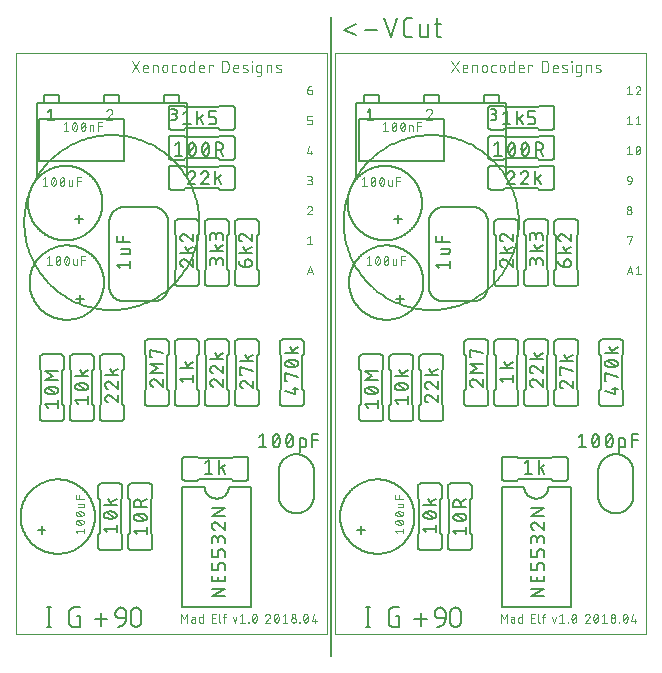
<source format=gto>
G75*
%MOIN*%
%OFA0B0*%
%FSLAX25Y25*%
%IPPOS*%
%LPD*%
%AMOC8*
5,1,8,0,0,1.08239X$1,22.5*
%
%ADD10C,0.00000*%
%ADD11C,0.00300*%
%ADD12C,0.00600*%
%ADD13C,0.00400*%
%ADD14C,0.00800*%
%ADD15C,0.00500*%
D10*
X0001300Y0008800D02*
X0001300Y0202261D01*
X0105001Y0202261D01*
X0105001Y0008800D01*
X0001300Y0008800D01*
X0107800Y0008800D02*
X0107800Y0202261D01*
X0211501Y0202261D01*
X0211501Y0008800D01*
X0107800Y0008800D01*
D11*
X0101614Y0013094D02*
X0100003Y0013094D01*
X0100647Y0015350D01*
X0101131Y0013739D02*
X0101131Y0012450D01*
X0097365Y0012853D02*
X0097327Y0012935D01*
X0097292Y0013018D01*
X0097260Y0013103D01*
X0097231Y0013188D01*
X0097206Y0013275D01*
X0097184Y0013363D01*
X0097166Y0013451D01*
X0097150Y0013540D01*
X0097138Y0013630D01*
X0097130Y0013719D01*
X0097125Y0013810D01*
X0097123Y0013900D01*
X0098734Y0013900D02*
X0098732Y0013990D01*
X0098727Y0014081D01*
X0098719Y0014170D01*
X0098707Y0014260D01*
X0098691Y0014349D01*
X0098673Y0014437D01*
X0098651Y0014525D01*
X0098626Y0014612D01*
X0098597Y0014697D01*
X0098565Y0014782D01*
X0098530Y0014865D01*
X0098492Y0014947D01*
X0098573Y0014706D02*
X0097284Y0013094D01*
X0097929Y0012450D02*
X0097975Y0012452D01*
X0098021Y0012457D01*
X0098066Y0012466D01*
X0098111Y0012478D01*
X0098154Y0012494D01*
X0098196Y0012513D01*
X0098237Y0012536D01*
X0098275Y0012561D01*
X0098312Y0012589D01*
X0098346Y0012620D01*
X0098378Y0012654D01*
X0098407Y0012690D01*
X0098433Y0012728D01*
X0098456Y0012768D01*
X0098476Y0012810D01*
X0098493Y0012853D01*
X0097929Y0012450D02*
X0097883Y0012452D01*
X0097837Y0012457D01*
X0097792Y0012466D01*
X0097747Y0012478D01*
X0097704Y0012494D01*
X0097662Y0012513D01*
X0097621Y0012536D01*
X0097583Y0012561D01*
X0097546Y0012589D01*
X0097512Y0012620D01*
X0097480Y0012654D01*
X0097451Y0012690D01*
X0097425Y0012728D01*
X0097402Y0012768D01*
X0097382Y0012810D01*
X0097365Y0012853D01*
X0095993Y0012611D02*
X0095993Y0012450D01*
X0095832Y0012450D01*
X0095832Y0012611D01*
X0095993Y0012611D01*
X0098492Y0012853D02*
X0098530Y0012935D01*
X0098565Y0013018D01*
X0098597Y0013103D01*
X0098626Y0013188D01*
X0098651Y0013275D01*
X0098673Y0013363D01*
X0098691Y0013451D01*
X0098707Y0013540D01*
X0098719Y0013630D01*
X0098727Y0013719D01*
X0098732Y0013810D01*
X0098734Y0013900D01*
X0097123Y0013900D02*
X0097125Y0013990D01*
X0097130Y0014081D01*
X0097138Y0014170D01*
X0097150Y0014260D01*
X0097166Y0014349D01*
X0097184Y0014437D01*
X0097206Y0014525D01*
X0097231Y0014612D01*
X0097260Y0014697D01*
X0097292Y0014782D01*
X0097327Y0014865D01*
X0097365Y0014947D01*
X0097929Y0015350D02*
X0097975Y0015348D01*
X0098021Y0015343D01*
X0098066Y0015334D01*
X0098111Y0015322D01*
X0098154Y0015306D01*
X0098196Y0015287D01*
X0098237Y0015264D01*
X0098275Y0015239D01*
X0098312Y0015211D01*
X0098346Y0015180D01*
X0098378Y0015146D01*
X0098407Y0015110D01*
X0098433Y0015072D01*
X0098456Y0015032D01*
X0098476Y0014990D01*
X0098493Y0014947D01*
X0097929Y0015350D02*
X0097883Y0015348D01*
X0097837Y0015343D01*
X0097792Y0015334D01*
X0097747Y0015322D01*
X0097704Y0015306D01*
X0097662Y0015287D01*
X0097621Y0015264D01*
X0097583Y0015239D01*
X0097546Y0015211D01*
X0097512Y0015180D01*
X0097480Y0015146D01*
X0097451Y0015110D01*
X0097425Y0015072D01*
X0097402Y0015032D01*
X0097382Y0014990D01*
X0097365Y0014947D01*
X0094541Y0014706D02*
X0094539Y0014657D01*
X0094533Y0014608D01*
X0094524Y0014559D01*
X0094511Y0014512D01*
X0094494Y0014465D01*
X0094474Y0014420D01*
X0094451Y0014377D01*
X0094424Y0014335D01*
X0094394Y0014296D01*
X0094361Y0014259D01*
X0094325Y0014225D01*
X0094287Y0014194D01*
X0094247Y0014165D01*
X0094205Y0014140D01*
X0094160Y0014118D01*
X0094115Y0014100D01*
X0094068Y0014085D01*
X0094020Y0014074D01*
X0093971Y0014066D01*
X0093922Y0014062D01*
X0093872Y0014062D01*
X0093823Y0014066D01*
X0093774Y0014074D01*
X0093726Y0014085D01*
X0093679Y0014100D01*
X0093634Y0014118D01*
X0093589Y0014140D01*
X0093547Y0014165D01*
X0093507Y0014194D01*
X0093469Y0014225D01*
X0093433Y0014259D01*
X0093400Y0014296D01*
X0093370Y0014335D01*
X0093343Y0014377D01*
X0093320Y0014420D01*
X0093300Y0014465D01*
X0093283Y0014512D01*
X0093270Y0014559D01*
X0093261Y0014608D01*
X0093255Y0014657D01*
X0093253Y0014706D01*
X0093255Y0014755D01*
X0093261Y0014804D01*
X0093270Y0014853D01*
X0093283Y0014900D01*
X0093300Y0014947D01*
X0093320Y0014992D01*
X0093343Y0015035D01*
X0093370Y0015077D01*
X0093400Y0015116D01*
X0093433Y0015153D01*
X0093469Y0015187D01*
X0093507Y0015218D01*
X0093547Y0015247D01*
X0093589Y0015272D01*
X0093634Y0015294D01*
X0093679Y0015312D01*
X0093726Y0015327D01*
X0093774Y0015338D01*
X0093823Y0015346D01*
X0093872Y0015350D01*
X0093922Y0015350D01*
X0093971Y0015346D01*
X0094020Y0015338D01*
X0094068Y0015327D01*
X0094115Y0015312D01*
X0094160Y0015294D01*
X0094205Y0015272D01*
X0094247Y0015247D01*
X0094287Y0015218D01*
X0094325Y0015187D01*
X0094361Y0015153D01*
X0094394Y0015116D01*
X0094424Y0015077D01*
X0094451Y0015035D01*
X0094474Y0014992D01*
X0094494Y0014947D01*
X0094511Y0014900D01*
X0094524Y0014853D01*
X0094533Y0014804D01*
X0094539Y0014755D01*
X0094541Y0014706D01*
X0094703Y0013256D02*
X0094701Y0013201D01*
X0094695Y0013146D01*
X0094686Y0013092D01*
X0094673Y0013039D01*
X0094656Y0012986D01*
X0094636Y0012935D01*
X0094613Y0012885D01*
X0094586Y0012837D01*
X0094555Y0012791D01*
X0094522Y0012747D01*
X0094486Y0012706D01*
X0094447Y0012667D01*
X0094406Y0012631D01*
X0094362Y0012598D01*
X0094316Y0012567D01*
X0094268Y0012540D01*
X0094218Y0012517D01*
X0094167Y0012497D01*
X0094114Y0012480D01*
X0094061Y0012467D01*
X0094007Y0012458D01*
X0093952Y0012452D01*
X0093897Y0012450D01*
X0093842Y0012452D01*
X0093787Y0012458D01*
X0093733Y0012467D01*
X0093680Y0012480D01*
X0093627Y0012497D01*
X0093576Y0012517D01*
X0093526Y0012540D01*
X0093478Y0012567D01*
X0093432Y0012598D01*
X0093388Y0012631D01*
X0093347Y0012667D01*
X0093308Y0012706D01*
X0093272Y0012747D01*
X0093239Y0012791D01*
X0093208Y0012837D01*
X0093181Y0012885D01*
X0093158Y0012935D01*
X0093138Y0012986D01*
X0093121Y0013039D01*
X0093108Y0013092D01*
X0093099Y0013146D01*
X0093093Y0013201D01*
X0093091Y0013256D01*
X0093093Y0013311D01*
X0093099Y0013366D01*
X0093108Y0013420D01*
X0093121Y0013473D01*
X0093138Y0013526D01*
X0093158Y0013577D01*
X0093181Y0013627D01*
X0093208Y0013675D01*
X0093239Y0013721D01*
X0093272Y0013765D01*
X0093308Y0013806D01*
X0093347Y0013845D01*
X0093388Y0013881D01*
X0093432Y0013914D01*
X0093478Y0013945D01*
X0093526Y0013972D01*
X0093576Y0013995D01*
X0093627Y0014015D01*
X0093680Y0014032D01*
X0093733Y0014045D01*
X0093787Y0014054D01*
X0093842Y0014060D01*
X0093897Y0014062D01*
X0093952Y0014060D01*
X0094007Y0014054D01*
X0094061Y0014045D01*
X0094114Y0014032D01*
X0094167Y0014015D01*
X0094218Y0013995D01*
X0094268Y0013972D01*
X0094316Y0013945D01*
X0094362Y0013914D01*
X0094406Y0013881D01*
X0094447Y0013845D01*
X0094486Y0013806D01*
X0094522Y0013765D01*
X0094555Y0013721D01*
X0094586Y0013675D01*
X0094613Y0013627D01*
X0094636Y0013577D01*
X0094656Y0013526D01*
X0094673Y0013473D01*
X0094686Y0013420D01*
X0094695Y0013366D01*
X0094701Y0013311D01*
X0094703Y0013256D01*
X0091822Y0012450D02*
X0090211Y0012450D01*
X0091017Y0012450D02*
X0091017Y0015350D01*
X0090211Y0014706D01*
X0087331Y0013900D02*
X0087333Y0013810D01*
X0087338Y0013719D01*
X0087346Y0013630D01*
X0087358Y0013540D01*
X0087374Y0013451D01*
X0087392Y0013363D01*
X0087414Y0013275D01*
X0087439Y0013188D01*
X0087468Y0013103D01*
X0087500Y0013018D01*
X0087535Y0012935D01*
X0087573Y0012853D01*
X0087492Y0013094D02*
X0088781Y0014706D01*
X0088701Y0014947D02*
X0088684Y0014990D01*
X0088664Y0015032D01*
X0088641Y0015072D01*
X0088615Y0015110D01*
X0088586Y0015146D01*
X0088554Y0015180D01*
X0088520Y0015211D01*
X0088483Y0015239D01*
X0088445Y0015264D01*
X0088404Y0015287D01*
X0088362Y0015306D01*
X0088319Y0015322D01*
X0088274Y0015334D01*
X0088229Y0015343D01*
X0088183Y0015348D01*
X0088137Y0015350D01*
X0088091Y0015348D01*
X0088045Y0015343D01*
X0088000Y0015334D01*
X0087955Y0015322D01*
X0087912Y0015306D01*
X0087870Y0015287D01*
X0087829Y0015264D01*
X0087791Y0015239D01*
X0087754Y0015211D01*
X0087720Y0015180D01*
X0087688Y0015146D01*
X0087659Y0015110D01*
X0087633Y0015072D01*
X0087610Y0015032D01*
X0087590Y0014990D01*
X0087573Y0014947D01*
X0088700Y0014947D02*
X0088738Y0014865D01*
X0088773Y0014782D01*
X0088805Y0014697D01*
X0088834Y0014612D01*
X0088859Y0014525D01*
X0088881Y0014437D01*
X0088899Y0014349D01*
X0088915Y0014260D01*
X0088927Y0014170D01*
X0088935Y0014081D01*
X0088940Y0013990D01*
X0088942Y0013900D01*
X0087331Y0013900D02*
X0087333Y0013990D01*
X0087338Y0014081D01*
X0087346Y0014170D01*
X0087358Y0014260D01*
X0087374Y0014349D01*
X0087392Y0014437D01*
X0087414Y0014525D01*
X0087439Y0014612D01*
X0087468Y0014697D01*
X0087500Y0014782D01*
X0087535Y0014865D01*
X0087573Y0014947D01*
X0088942Y0013900D02*
X0088940Y0013810D01*
X0088935Y0013719D01*
X0088927Y0013630D01*
X0088915Y0013540D01*
X0088899Y0013451D01*
X0088881Y0013363D01*
X0088859Y0013275D01*
X0088834Y0013188D01*
X0088805Y0013103D01*
X0088773Y0013018D01*
X0088738Y0012935D01*
X0088700Y0012853D01*
X0088701Y0012853D02*
X0088684Y0012810D01*
X0088664Y0012768D01*
X0088641Y0012728D01*
X0088615Y0012690D01*
X0088586Y0012654D01*
X0088554Y0012620D01*
X0088520Y0012589D01*
X0088483Y0012561D01*
X0088445Y0012536D01*
X0088404Y0012513D01*
X0088362Y0012494D01*
X0088319Y0012478D01*
X0088274Y0012466D01*
X0088229Y0012457D01*
X0088183Y0012452D01*
X0088137Y0012450D01*
X0088091Y0012452D01*
X0088045Y0012457D01*
X0088000Y0012466D01*
X0087955Y0012478D01*
X0087912Y0012494D01*
X0087870Y0012513D01*
X0087829Y0012536D01*
X0087791Y0012561D01*
X0087754Y0012589D01*
X0087720Y0012620D01*
X0087688Y0012654D01*
X0087659Y0012690D01*
X0087633Y0012728D01*
X0087610Y0012768D01*
X0087590Y0012810D01*
X0087573Y0012853D01*
X0086062Y0012450D02*
X0084451Y0012450D01*
X0085820Y0014061D01*
X0085337Y0015350D02*
X0085278Y0015348D01*
X0085220Y0015343D01*
X0085162Y0015333D01*
X0085105Y0015321D01*
X0085049Y0015304D01*
X0084994Y0015285D01*
X0084940Y0015261D01*
X0084888Y0015235D01*
X0084838Y0015205D01*
X0084789Y0015172D01*
X0084743Y0015136D01*
X0084699Y0015097D01*
X0084658Y0015056D01*
X0084619Y0015012D01*
X0084583Y0014966D01*
X0084551Y0014917D01*
X0084521Y0014867D01*
X0084494Y0014815D01*
X0084471Y0014761D01*
X0084451Y0014706D01*
X0085820Y0014061D02*
X0085857Y0014098D01*
X0085891Y0014138D01*
X0085923Y0014180D01*
X0085951Y0014225D01*
X0085977Y0014271D01*
X0085999Y0014318D01*
X0086018Y0014367D01*
X0086034Y0014417D01*
X0086046Y0014468D01*
X0086055Y0014520D01*
X0086060Y0014572D01*
X0086062Y0014625D01*
X0086060Y0014677D01*
X0086055Y0014728D01*
X0086045Y0014779D01*
X0086033Y0014829D01*
X0086016Y0014878D01*
X0085996Y0014926D01*
X0085973Y0014972D01*
X0085947Y0015017D01*
X0085917Y0015059D01*
X0085885Y0015100D01*
X0085850Y0015138D01*
X0085812Y0015173D01*
X0085771Y0015205D01*
X0085729Y0015235D01*
X0085684Y0015261D01*
X0085638Y0015284D01*
X0085590Y0015304D01*
X0085541Y0015321D01*
X0085491Y0015333D01*
X0085440Y0015343D01*
X0085389Y0015348D01*
X0085337Y0015350D01*
X0080035Y0013900D02*
X0080037Y0013810D01*
X0080042Y0013719D01*
X0080050Y0013630D01*
X0080062Y0013540D01*
X0080078Y0013451D01*
X0080096Y0013363D01*
X0080118Y0013275D01*
X0080143Y0013188D01*
X0080172Y0013103D01*
X0080204Y0013018D01*
X0080239Y0012935D01*
X0080277Y0012853D01*
X0080196Y0013094D02*
X0081485Y0014706D01*
X0081405Y0014947D02*
X0081388Y0014990D01*
X0081368Y0015032D01*
X0081345Y0015072D01*
X0081319Y0015110D01*
X0081290Y0015146D01*
X0081258Y0015180D01*
X0081224Y0015211D01*
X0081187Y0015239D01*
X0081149Y0015264D01*
X0081108Y0015287D01*
X0081066Y0015306D01*
X0081023Y0015322D01*
X0080978Y0015334D01*
X0080933Y0015343D01*
X0080887Y0015348D01*
X0080841Y0015350D01*
X0080795Y0015348D01*
X0080749Y0015343D01*
X0080704Y0015334D01*
X0080659Y0015322D01*
X0080616Y0015306D01*
X0080574Y0015287D01*
X0080533Y0015264D01*
X0080495Y0015239D01*
X0080458Y0015211D01*
X0080424Y0015180D01*
X0080392Y0015146D01*
X0080363Y0015110D01*
X0080337Y0015072D01*
X0080314Y0015032D01*
X0080294Y0014990D01*
X0080277Y0014947D01*
X0081404Y0014947D02*
X0081442Y0014865D01*
X0081477Y0014782D01*
X0081509Y0014697D01*
X0081538Y0014612D01*
X0081563Y0014525D01*
X0081585Y0014437D01*
X0081603Y0014349D01*
X0081619Y0014260D01*
X0081631Y0014170D01*
X0081639Y0014081D01*
X0081644Y0013990D01*
X0081646Y0013900D01*
X0080035Y0013900D02*
X0080037Y0013990D01*
X0080042Y0014081D01*
X0080050Y0014170D01*
X0080062Y0014260D01*
X0080078Y0014349D01*
X0080096Y0014437D01*
X0080118Y0014525D01*
X0080143Y0014612D01*
X0080172Y0014697D01*
X0080204Y0014782D01*
X0080239Y0014865D01*
X0080277Y0014947D01*
X0081646Y0013900D02*
X0081644Y0013810D01*
X0081639Y0013719D01*
X0081631Y0013630D01*
X0081619Y0013540D01*
X0081603Y0013451D01*
X0081585Y0013363D01*
X0081563Y0013275D01*
X0081538Y0013188D01*
X0081509Y0013103D01*
X0081477Y0013018D01*
X0081442Y0012935D01*
X0081404Y0012853D01*
X0081405Y0012853D02*
X0081388Y0012810D01*
X0081368Y0012768D01*
X0081345Y0012728D01*
X0081319Y0012690D01*
X0081290Y0012654D01*
X0081258Y0012620D01*
X0081224Y0012589D01*
X0081187Y0012561D01*
X0081149Y0012536D01*
X0081108Y0012513D01*
X0081066Y0012494D01*
X0081023Y0012478D01*
X0080978Y0012466D01*
X0080933Y0012457D01*
X0080887Y0012452D01*
X0080841Y0012450D01*
X0080795Y0012452D01*
X0080749Y0012457D01*
X0080704Y0012466D01*
X0080659Y0012478D01*
X0080616Y0012494D01*
X0080574Y0012513D01*
X0080533Y0012536D01*
X0080495Y0012561D01*
X0080458Y0012589D01*
X0080424Y0012620D01*
X0080392Y0012654D01*
X0080363Y0012690D01*
X0080337Y0012728D01*
X0080314Y0012768D01*
X0080294Y0012810D01*
X0080277Y0012853D01*
X0078905Y0012611D02*
X0078905Y0012450D01*
X0078744Y0012450D01*
X0078744Y0012611D01*
X0078905Y0012611D01*
X0077614Y0012450D02*
X0076003Y0012450D01*
X0076809Y0012450D02*
X0076809Y0015350D01*
X0076003Y0014706D01*
X0074861Y0014383D02*
X0074217Y0012450D01*
X0073572Y0014383D01*
X0071300Y0014383D02*
X0070333Y0014383D01*
X0070655Y0014867D02*
X0070655Y0012450D01*
X0069480Y0012450D02*
X0069438Y0012452D01*
X0069396Y0012457D01*
X0069355Y0012466D01*
X0069315Y0012479D01*
X0069276Y0012495D01*
X0069239Y0012515D01*
X0069203Y0012537D01*
X0069170Y0012563D01*
X0069138Y0012591D01*
X0069110Y0012623D01*
X0069084Y0012656D01*
X0069062Y0012692D01*
X0069042Y0012729D01*
X0069026Y0012768D01*
X0069013Y0012808D01*
X0069004Y0012849D01*
X0068999Y0012891D01*
X0068997Y0012933D01*
X0068997Y0015350D01*
X0067890Y0015350D02*
X0066601Y0015350D01*
X0066601Y0012450D01*
X0067890Y0012450D01*
X0067568Y0014061D02*
X0066601Y0014061D01*
X0063613Y0014383D02*
X0062807Y0014383D01*
X0062765Y0014381D01*
X0062723Y0014376D01*
X0062682Y0014367D01*
X0062642Y0014354D01*
X0062603Y0014338D01*
X0062566Y0014318D01*
X0062530Y0014296D01*
X0062497Y0014270D01*
X0062465Y0014242D01*
X0062437Y0014210D01*
X0062411Y0014177D01*
X0062389Y0014142D01*
X0062369Y0014104D01*
X0062353Y0014065D01*
X0062340Y0014025D01*
X0062331Y0013984D01*
X0062326Y0013942D01*
X0062324Y0013900D01*
X0062324Y0012933D01*
X0062326Y0012891D01*
X0062331Y0012849D01*
X0062340Y0012808D01*
X0062353Y0012768D01*
X0062369Y0012729D01*
X0062389Y0012692D01*
X0062411Y0012656D01*
X0062437Y0012623D01*
X0062465Y0012591D01*
X0062497Y0012563D01*
X0062530Y0012537D01*
X0062566Y0012515D01*
X0062603Y0012495D01*
X0062642Y0012479D01*
X0062682Y0012466D01*
X0062723Y0012457D01*
X0062765Y0012452D01*
X0062807Y0012450D01*
X0063613Y0012450D01*
X0063613Y0015350D01*
X0061021Y0013900D02*
X0061021Y0012450D01*
X0060296Y0012450D01*
X0060249Y0012452D01*
X0060203Y0012458D01*
X0060158Y0012467D01*
X0060113Y0012481D01*
X0060069Y0012498D01*
X0060028Y0012518D01*
X0059988Y0012542D01*
X0059950Y0012569D01*
X0059914Y0012599D01*
X0059881Y0012632D01*
X0059851Y0012668D01*
X0059824Y0012706D01*
X0059800Y0012746D01*
X0059780Y0012787D01*
X0059763Y0012831D01*
X0059749Y0012876D01*
X0059740Y0012921D01*
X0059734Y0012967D01*
X0059732Y0013014D01*
X0059734Y0013061D01*
X0059740Y0013107D01*
X0059749Y0013152D01*
X0059763Y0013197D01*
X0059780Y0013241D01*
X0059800Y0013282D01*
X0059824Y0013322D01*
X0059851Y0013360D01*
X0059881Y0013396D01*
X0059914Y0013429D01*
X0059950Y0013459D01*
X0059988Y0013486D01*
X0060028Y0013510D01*
X0060069Y0013530D01*
X0060113Y0013547D01*
X0060158Y0013561D01*
X0060203Y0013570D01*
X0060249Y0013576D01*
X0060296Y0013578D01*
X0061021Y0013578D01*
X0061021Y0013900D02*
X0061019Y0013942D01*
X0061014Y0013984D01*
X0061005Y0014025D01*
X0060992Y0014065D01*
X0060976Y0014104D01*
X0060956Y0014142D01*
X0060934Y0014177D01*
X0060908Y0014210D01*
X0060880Y0014242D01*
X0060848Y0014270D01*
X0060815Y0014296D01*
X0060780Y0014318D01*
X0060742Y0014338D01*
X0060703Y0014354D01*
X0060663Y0014367D01*
X0060622Y0014376D01*
X0060580Y0014381D01*
X0060538Y0014383D01*
X0059893Y0014383D01*
X0058383Y0015350D02*
X0058383Y0012450D01*
X0057417Y0013739D02*
X0058383Y0015350D01*
X0057417Y0013739D02*
X0056450Y0015350D01*
X0056450Y0012450D01*
X0070655Y0014867D02*
X0070657Y0014909D01*
X0070662Y0014951D01*
X0070671Y0014992D01*
X0070684Y0015032D01*
X0070700Y0015071D01*
X0070720Y0015108D01*
X0070742Y0015144D01*
X0070768Y0015177D01*
X0070796Y0015209D01*
X0070828Y0015237D01*
X0070861Y0015263D01*
X0070896Y0015285D01*
X0070934Y0015305D01*
X0070973Y0015321D01*
X0071013Y0015334D01*
X0071054Y0015343D01*
X0071096Y0015348D01*
X0071138Y0015350D01*
X0071300Y0015350D01*
X0162950Y0015350D02*
X0162950Y0012450D01*
X0163917Y0013739D02*
X0164883Y0015350D01*
X0164883Y0012450D01*
X0163917Y0013739D02*
X0162950Y0015350D01*
X0166393Y0014383D02*
X0167038Y0014383D01*
X0167080Y0014381D01*
X0167122Y0014376D01*
X0167163Y0014367D01*
X0167203Y0014354D01*
X0167242Y0014338D01*
X0167280Y0014318D01*
X0167315Y0014296D01*
X0167348Y0014270D01*
X0167380Y0014242D01*
X0167408Y0014210D01*
X0167434Y0014177D01*
X0167456Y0014142D01*
X0167476Y0014104D01*
X0167492Y0014065D01*
X0167505Y0014025D01*
X0167514Y0013984D01*
X0167519Y0013942D01*
X0167521Y0013900D01*
X0167521Y0012450D01*
X0166796Y0012450D01*
X0166749Y0012452D01*
X0166703Y0012458D01*
X0166658Y0012467D01*
X0166613Y0012481D01*
X0166569Y0012498D01*
X0166528Y0012518D01*
X0166488Y0012542D01*
X0166450Y0012569D01*
X0166414Y0012599D01*
X0166381Y0012632D01*
X0166351Y0012668D01*
X0166324Y0012706D01*
X0166300Y0012746D01*
X0166280Y0012787D01*
X0166263Y0012831D01*
X0166249Y0012876D01*
X0166240Y0012921D01*
X0166234Y0012967D01*
X0166232Y0013014D01*
X0166234Y0013061D01*
X0166240Y0013107D01*
X0166249Y0013152D01*
X0166263Y0013197D01*
X0166280Y0013241D01*
X0166300Y0013282D01*
X0166324Y0013322D01*
X0166351Y0013360D01*
X0166381Y0013396D01*
X0166414Y0013429D01*
X0166450Y0013459D01*
X0166488Y0013486D01*
X0166528Y0013510D01*
X0166569Y0013530D01*
X0166613Y0013547D01*
X0166658Y0013561D01*
X0166703Y0013570D01*
X0166749Y0013576D01*
X0166796Y0013578D01*
X0167521Y0013578D01*
X0168824Y0013900D02*
X0168824Y0012933D01*
X0168826Y0012891D01*
X0168831Y0012849D01*
X0168840Y0012808D01*
X0168853Y0012768D01*
X0168869Y0012729D01*
X0168889Y0012692D01*
X0168911Y0012656D01*
X0168937Y0012623D01*
X0168965Y0012591D01*
X0168997Y0012563D01*
X0169030Y0012537D01*
X0169066Y0012515D01*
X0169103Y0012495D01*
X0169142Y0012479D01*
X0169182Y0012466D01*
X0169223Y0012457D01*
X0169265Y0012452D01*
X0169307Y0012450D01*
X0170113Y0012450D01*
X0170113Y0015350D01*
X0170113Y0014383D02*
X0169307Y0014383D01*
X0169265Y0014381D01*
X0169223Y0014376D01*
X0169182Y0014367D01*
X0169142Y0014354D01*
X0169103Y0014338D01*
X0169066Y0014318D01*
X0169030Y0014296D01*
X0168997Y0014270D01*
X0168965Y0014242D01*
X0168937Y0014210D01*
X0168911Y0014177D01*
X0168889Y0014142D01*
X0168869Y0014104D01*
X0168853Y0014065D01*
X0168840Y0014025D01*
X0168831Y0013984D01*
X0168826Y0013942D01*
X0168824Y0013900D01*
X0173101Y0014061D02*
X0174068Y0014061D01*
X0174390Y0015350D02*
X0173101Y0015350D01*
X0173101Y0012450D01*
X0174390Y0012450D01*
X0175497Y0012933D02*
X0175497Y0015350D01*
X0176833Y0014383D02*
X0177800Y0014383D01*
X0177155Y0014867D02*
X0177157Y0014909D01*
X0177162Y0014951D01*
X0177171Y0014992D01*
X0177184Y0015032D01*
X0177200Y0015071D01*
X0177220Y0015108D01*
X0177242Y0015144D01*
X0177268Y0015177D01*
X0177296Y0015209D01*
X0177328Y0015237D01*
X0177361Y0015263D01*
X0177396Y0015285D01*
X0177434Y0015305D01*
X0177473Y0015321D01*
X0177513Y0015334D01*
X0177554Y0015343D01*
X0177596Y0015348D01*
X0177638Y0015350D01*
X0177800Y0015350D01*
X0177155Y0014867D02*
X0177155Y0012450D01*
X0175980Y0012450D02*
X0175938Y0012452D01*
X0175896Y0012457D01*
X0175855Y0012466D01*
X0175815Y0012479D01*
X0175776Y0012495D01*
X0175739Y0012515D01*
X0175703Y0012537D01*
X0175670Y0012563D01*
X0175638Y0012591D01*
X0175610Y0012623D01*
X0175584Y0012656D01*
X0175562Y0012692D01*
X0175542Y0012729D01*
X0175526Y0012768D01*
X0175513Y0012808D01*
X0175504Y0012849D01*
X0175499Y0012891D01*
X0175497Y0012933D01*
X0180072Y0014383D02*
X0180717Y0012450D01*
X0181361Y0014383D01*
X0182503Y0014706D02*
X0183309Y0015350D01*
X0183309Y0012450D01*
X0184114Y0012450D02*
X0182503Y0012450D01*
X0185244Y0012450D02*
X0185405Y0012450D01*
X0185405Y0012611D01*
X0185244Y0012611D01*
X0185244Y0012450D01*
X0187904Y0012853D02*
X0187942Y0012935D01*
X0187977Y0013018D01*
X0188009Y0013103D01*
X0188038Y0013188D01*
X0188063Y0013275D01*
X0188085Y0013363D01*
X0188103Y0013451D01*
X0188119Y0013540D01*
X0188131Y0013630D01*
X0188139Y0013719D01*
X0188144Y0013810D01*
X0188146Y0013900D01*
X0186535Y0013900D02*
X0186537Y0013990D01*
X0186542Y0014081D01*
X0186550Y0014170D01*
X0186562Y0014260D01*
X0186578Y0014349D01*
X0186596Y0014437D01*
X0186618Y0014525D01*
X0186643Y0014612D01*
X0186672Y0014697D01*
X0186704Y0014782D01*
X0186739Y0014865D01*
X0186777Y0014947D01*
X0187341Y0015350D02*
X0187387Y0015348D01*
X0187433Y0015343D01*
X0187478Y0015334D01*
X0187523Y0015322D01*
X0187566Y0015306D01*
X0187608Y0015287D01*
X0187649Y0015264D01*
X0187687Y0015239D01*
X0187724Y0015211D01*
X0187758Y0015180D01*
X0187790Y0015146D01*
X0187819Y0015110D01*
X0187845Y0015072D01*
X0187868Y0015032D01*
X0187888Y0014990D01*
X0187905Y0014947D01*
X0187985Y0014706D02*
X0186696Y0013094D01*
X0187341Y0012450D02*
X0187387Y0012452D01*
X0187433Y0012457D01*
X0187478Y0012466D01*
X0187523Y0012478D01*
X0187566Y0012494D01*
X0187608Y0012513D01*
X0187649Y0012536D01*
X0187687Y0012561D01*
X0187724Y0012589D01*
X0187758Y0012620D01*
X0187790Y0012654D01*
X0187819Y0012690D01*
X0187845Y0012728D01*
X0187868Y0012768D01*
X0187888Y0012810D01*
X0187905Y0012853D01*
X0187341Y0012450D02*
X0187295Y0012452D01*
X0187249Y0012457D01*
X0187204Y0012466D01*
X0187159Y0012478D01*
X0187116Y0012494D01*
X0187074Y0012513D01*
X0187033Y0012536D01*
X0186995Y0012561D01*
X0186958Y0012589D01*
X0186924Y0012620D01*
X0186892Y0012654D01*
X0186863Y0012690D01*
X0186837Y0012728D01*
X0186814Y0012768D01*
X0186794Y0012810D01*
X0186777Y0012853D01*
X0188146Y0013900D02*
X0188144Y0013990D01*
X0188139Y0014081D01*
X0188131Y0014170D01*
X0188119Y0014260D01*
X0188103Y0014349D01*
X0188085Y0014437D01*
X0188063Y0014525D01*
X0188038Y0014612D01*
X0188009Y0014697D01*
X0187977Y0014782D01*
X0187942Y0014865D01*
X0187904Y0014947D01*
X0187341Y0015350D02*
X0187295Y0015348D01*
X0187249Y0015343D01*
X0187204Y0015334D01*
X0187159Y0015322D01*
X0187116Y0015306D01*
X0187074Y0015287D01*
X0187033Y0015264D01*
X0186995Y0015239D01*
X0186958Y0015211D01*
X0186924Y0015180D01*
X0186892Y0015146D01*
X0186863Y0015110D01*
X0186837Y0015072D01*
X0186814Y0015032D01*
X0186794Y0014990D01*
X0186777Y0014947D01*
X0186535Y0013900D02*
X0186537Y0013810D01*
X0186542Y0013719D01*
X0186550Y0013630D01*
X0186562Y0013540D01*
X0186578Y0013451D01*
X0186596Y0013363D01*
X0186618Y0013275D01*
X0186643Y0013188D01*
X0186672Y0013103D01*
X0186704Y0013018D01*
X0186739Y0012935D01*
X0186777Y0012853D01*
X0190951Y0012450D02*
X0192562Y0012450D01*
X0195200Y0012853D02*
X0195238Y0012935D01*
X0195273Y0013018D01*
X0195305Y0013103D01*
X0195334Y0013188D01*
X0195359Y0013275D01*
X0195381Y0013363D01*
X0195399Y0013451D01*
X0195415Y0013540D01*
X0195427Y0013630D01*
X0195435Y0013719D01*
X0195440Y0013810D01*
X0195442Y0013900D01*
X0193831Y0013900D02*
X0193833Y0013990D01*
X0193838Y0014081D01*
X0193846Y0014170D01*
X0193858Y0014260D01*
X0193874Y0014349D01*
X0193892Y0014437D01*
X0193914Y0014525D01*
X0193939Y0014612D01*
X0193968Y0014697D01*
X0194000Y0014782D01*
X0194035Y0014865D01*
X0194073Y0014947D01*
X0194637Y0015350D02*
X0194683Y0015348D01*
X0194729Y0015343D01*
X0194774Y0015334D01*
X0194819Y0015322D01*
X0194862Y0015306D01*
X0194904Y0015287D01*
X0194945Y0015264D01*
X0194983Y0015239D01*
X0195020Y0015211D01*
X0195054Y0015180D01*
X0195086Y0015146D01*
X0195115Y0015110D01*
X0195141Y0015072D01*
X0195164Y0015032D01*
X0195184Y0014990D01*
X0195201Y0014947D01*
X0195281Y0014706D02*
X0193992Y0013094D01*
X0194637Y0012450D02*
X0194683Y0012452D01*
X0194729Y0012457D01*
X0194774Y0012466D01*
X0194819Y0012478D01*
X0194862Y0012494D01*
X0194904Y0012513D01*
X0194945Y0012536D01*
X0194983Y0012561D01*
X0195020Y0012589D01*
X0195054Y0012620D01*
X0195086Y0012654D01*
X0195115Y0012690D01*
X0195141Y0012728D01*
X0195164Y0012768D01*
X0195184Y0012810D01*
X0195201Y0012853D01*
X0194637Y0012450D02*
X0194591Y0012452D01*
X0194545Y0012457D01*
X0194500Y0012466D01*
X0194455Y0012478D01*
X0194412Y0012494D01*
X0194370Y0012513D01*
X0194329Y0012536D01*
X0194291Y0012561D01*
X0194254Y0012589D01*
X0194220Y0012620D01*
X0194188Y0012654D01*
X0194159Y0012690D01*
X0194133Y0012728D01*
X0194110Y0012768D01*
X0194090Y0012810D01*
X0194073Y0012853D01*
X0195442Y0013900D02*
X0195440Y0013990D01*
X0195435Y0014081D01*
X0195427Y0014170D01*
X0195415Y0014260D01*
X0195399Y0014349D01*
X0195381Y0014437D01*
X0195359Y0014525D01*
X0195334Y0014612D01*
X0195305Y0014697D01*
X0195273Y0014782D01*
X0195238Y0014865D01*
X0195200Y0014947D01*
X0194637Y0015350D02*
X0194591Y0015348D01*
X0194545Y0015343D01*
X0194500Y0015334D01*
X0194455Y0015322D01*
X0194412Y0015306D01*
X0194370Y0015287D01*
X0194329Y0015264D01*
X0194291Y0015239D01*
X0194254Y0015211D01*
X0194220Y0015180D01*
X0194188Y0015146D01*
X0194159Y0015110D01*
X0194133Y0015072D01*
X0194110Y0015032D01*
X0194090Y0014990D01*
X0194073Y0014947D01*
X0192320Y0014061D02*
X0190951Y0012450D01*
X0190951Y0014706D02*
X0190971Y0014761D01*
X0190994Y0014815D01*
X0191021Y0014867D01*
X0191051Y0014917D01*
X0191083Y0014966D01*
X0191119Y0015012D01*
X0191158Y0015056D01*
X0191199Y0015097D01*
X0191243Y0015136D01*
X0191289Y0015172D01*
X0191338Y0015205D01*
X0191388Y0015235D01*
X0191440Y0015261D01*
X0191494Y0015285D01*
X0191549Y0015304D01*
X0191605Y0015321D01*
X0191662Y0015333D01*
X0191720Y0015343D01*
X0191778Y0015348D01*
X0191837Y0015350D01*
X0191889Y0015348D01*
X0191940Y0015343D01*
X0191991Y0015333D01*
X0192041Y0015321D01*
X0192090Y0015304D01*
X0192138Y0015284D01*
X0192184Y0015261D01*
X0192229Y0015235D01*
X0192271Y0015205D01*
X0192312Y0015173D01*
X0192350Y0015138D01*
X0192385Y0015100D01*
X0192417Y0015059D01*
X0192447Y0015017D01*
X0192473Y0014972D01*
X0192496Y0014926D01*
X0192516Y0014878D01*
X0192533Y0014829D01*
X0192545Y0014779D01*
X0192555Y0014728D01*
X0192560Y0014677D01*
X0192562Y0014625D01*
X0192560Y0014572D01*
X0192555Y0014520D01*
X0192546Y0014468D01*
X0192534Y0014417D01*
X0192518Y0014367D01*
X0192499Y0014318D01*
X0192477Y0014271D01*
X0192451Y0014225D01*
X0192423Y0014180D01*
X0192391Y0014138D01*
X0192357Y0014098D01*
X0192320Y0014061D01*
X0193831Y0013900D02*
X0193833Y0013810D01*
X0193838Y0013719D01*
X0193846Y0013630D01*
X0193858Y0013540D01*
X0193874Y0013451D01*
X0193892Y0013363D01*
X0193914Y0013275D01*
X0193939Y0013188D01*
X0193968Y0013103D01*
X0194000Y0013018D01*
X0194035Y0012935D01*
X0194073Y0012853D01*
X0196711Y0012450D02*
X0198322Y0012450D01*
X0197517Y0012450D02*
X0197517Y0015350D01*
X0196711Y0014706D01*
X0199753Y0014706D02*
X0199755Y0014657D01*
X0199761Y0014608D01*
X0199770Y0014559D01*
X0199783Y0014512D01*
X0199800Y0014465D01*
X0199820Y0014420D01*
X0199843Y0014377D01*
X0199870Y0014335D01*
X0199900Y0014296D01*
X0199933Y0014259D01*
X0199969Y0014225D01*
X0200007Y0014194D01*
X0200047Y0014165D01*
X0200089Y0014140D01*
X0200134Y0014118D01*
X0200179Y0014100D01*
X0200226Y0014085D01*
X0200274Y0014074D01*
X0200323Y0014066D01*
X0200372Y0014062D01*
X0200422Y0014062D01*
X0200471Y0014066D01*
X0200520Y0014074D01*
X0200568Y0014085D01*
X0200615Y0014100D01*
X0200660Y0014118D01*
X0200705Y0014140D01*
X0200747Y0014165D01*
X0200787Y0014194D01*
X0200825Y0014225D01*
X0200861Y0014259D01*
X0200894Y0014296D01*
X0200924Y0014335D01*
X0200951Y0014377D01*
X0200974Y0014420D01*
X0200994Y0014465D01*
X0201011Y0014512D01*
X0201024Y0014559D01*
X0201033Y0014608D01*
X0201039Y0014657D01*
X0201041Y0014706D01*
X0201039Y0014755D01*
X0201033Y0014804D01*
X0201024Y0014853D01*
X0201011Y0014900D01*
X0200994Y0014947D01*
X0200974Y0014992D01*
X0200951Y0015035D01*
X0200924Y0015077D01*
X0200894Y0015116D01*
X0200861Y0015153D01*
X0200825Y0015187D01*
X0200787Y0015218D01*
X0200747Y0015247D01*
X0200705Y0015272D01*
X0200660Y0015294D01*
X0200615Y0015312D01*
X0200568Y0015327D01*
X0200520Y0015338D01*
X0200471Y0015346D01*
X0200422Y0015350D01*
X0200372Y0015350D01*
X0200323Y0015346D01*
X0200274Y0015338D01*
X0200226Y0015327D01*
X0200179Y0015312D01*
X0200134Y0015294D01*
X0200089Y0015272D01*
X0200047Y0015247D01*
X0200007Y0015218D01*
X0199969Y0015187D01*
X0199933Y0015153D01*
X0199900Y0015116D01*
X0199870Y0015077D01*
X0199843Y0015035D01*
X0199820Y0014992D01*
X0199800Y0014947D01*
X0199783Y0014900D01*
X0199770Y0014853D01*
X0199761Y0014804D01*
X0199755Y0014755D01*
X0199753Y0014706D01*
X0199591Y0013256D02*
X0199593Y0013201D01*
X0199599Y0013146D01*
X0199608Y0013092D01*
X0199621Y0013039D01*
X0199638Y0012986D01*
X0199658Y0012935D01*
X0199681Y0012885D01*
X0199708Y0012837D01*
X0199739Y0012791D01*
X0199772Y0012747D01*
X0199808Y0012706D01*
X0199847Y0012667D01*
X0199888Y0012631D01*
X0199932Y0012598D01*
X0199978Y0012567D01*
X0200026Y0012540D01*
X0200076Y0012517D01*
X0200127Y0012497D01*
X0200180Y0012480D01*
X0200233Y0012467D01*
X0200287Y0012458D01*
X0200342Y0012452D01*
X0200397Y0012450D01*
X0200452Y0012452D01*
X0200507Y0012458D01*
X0200561Y0012467D01*
X0200614Y0012480D01*
X0200667Y0012497D01*
X0200718Y0012517D01*
X0200768Y0012540D01*
X0200816Y0012567D01*
X0200862Y0012598D01*
X0200906Y0012631D01*
X0200947Y0012667D01*
X0200986Y0012706D01*
X0201022Y0012747D01*
X0201055Y0012791D01*
X0201086Y0012837D01*
X0201113Y0012885D01*
X0201136Y0012935D01*
X0201156Y0012986D01*
X0201173Y0013039D01*
X0201186Y0013092D01*
X0201195Y0013146D01*
X0201201Y0013201D01*
X0201203Y0013256D01*
X0201201Y0013311D01*
X0201195Y0013366D01*
X0201186Y0013420D01*
X0201173Y0013473D01*
X0201156Y0013526D01*
X0201136Y0013577D01*
X0201113Y0013627D01*
X0201086Y0013675D01*
X0201055Y0013721D01*
X0201022Y0013765D01*
X0200986Y0013806D01*
X0200947Y0013845D01*
X0200906Y0013881D01*
X0200862Y0013914D01*
X0200816Y0013945D01*
X0200768Y0013972D01*
X0200718Y0013995D01*
X0200667Y0014015D01*
X0200614Y0014032D01*
X0200561Y0014045D01*
X0200507Y0014054D01*
X0200452Y0014060D01*
X0200397Y0014062D01*
X0200342Y0014060D01*
X0200287Y0014054D01*
X0200233Y0014045D01*
X0200180Y0014032D01*
X0200127Y0014015D01*
X0200076Y0013995D01*
X0200026Y0013972D01*
X0199978Y0013945D01*
X0199932Y0013914D01*
X0199888Y0013881D01*
X0199847Y0013845D01*
X0199808Y0013806D01*
X0199772Y0013765D01*
X0199739Y0013721D01*
X0199708Y0013675D01*
X0199681Y0013627D01*
X0199658Y0013577D01*
X0199638Y0013526D01*
X0199621Y0013473D01*
X0199608Y0013420D01*
X0199599Y0013366D01*
X0199593Y0013311D01*
X0199591Y0013256D01*
X0202332Y0012611D02*
X0202493Y0012611D01*
X0202493Y0012450D01*
X0202332Y0012450D01*
X0202332Y0012611D01*
X0204992Y0012853D02*
X0205030Y0012935D01*
X0205065Y0013018D01*
X0205097Y0013103D01*
X0205126Y0013188D01*
X0205151Y0013275D01*
X0205173Y0013363D01*
X0205191Y0013451D01*
X0205207Y0013540D01*
X0205219Y0013630D01*
X0205227Y0013719D01*
X0205232Y0013810D01*
X0205234Y0013900D01*
X0203623Y0013900D02*
X0203625Y0013990D01*
X0203630Y0014081D01*
X0203638Y0014170D01*
X0203650Y0014260D01*
X0203666Y0014349D01*
X0203684Y0014437D01*
X0203706Y0014525D01*
X0203731Y0014612D01*
X0203760Y0014697D01*
X0203792Y0014782D01*
X0203827Y0014865D01*
X0203865Y0014947D01*
X0204429Y0015350D02*
X0204475Y0015348D01*
X0204521Y0015343D01*
X0204566Y0015334D01*
X0204611Y0015322D01*
X0204654Y0015306D01*
X0204696Y0015287D01*
X0204737Y0015264D01*
X0204775Y0015239D01*
X0204812Y0015211D01*
X0204846Y0015180D01*
X0204878Y0015146D01*
X0204907Y0015110D01*
X0204933Y0015072D01*
X0204956Y0015032D01*
X0204976Y0014990D01*
X0204993Y0014947D01*
X0205073Y0014706D02*
X0203784Y0013094D01*
X0204429Y0012450D02*
X0204475Y0012452D01*
X0204521Y0012457D01*
X0204566Y0012466D01*
X0204611Y0012478D01*
X0204654Y0012494D01*
X0204696Y0012513D01*
X0204737Y0012536D01*
X0204775Y0012561D01*
X0204812Y0012589D01*
X0204846Y0012620D01*
X0204878Y0012654D01*
X0204907Y0012690D01*
X0204933Y0012728D01*
X0204956Y0012768D01*
X0204976Y0012810D01*
X0204993Y0012853D01*
X0204429Y0012450D02*
X0204383Y0012452D01*
X0204337Y0012457D01*
X0204292Y0012466D01*
X0204247Y0012478D01*
X0204204Y0012494D01*
X0204162Y0012513D01*
X0204121Y0012536D01*
X0204083Y0012561D01*
X0204046Y0012589D01*
X0204012Y0012620D01*
X0203980Y0012654D01*
X0203951Y0012690D01*
X0203925Y0012728D01*
X0203902Y0012768D01*
X0203882Y0012810D01*
X0203865Y0012853D01*
X0205234Y0013900D02*
X0205232Y0013990D01*
X0205227Y0014081D01*
X0205219Y0014170D01*
X0205207Y0014260D01*
X0205191Y0014349D01*
X0205173Y0014437D01*
X0205151Y0014525D01*
X0205126Y0014612D01*
X0205097Y0014697D01*
X0205065Y0014782D01*
X0205030Y0014865D01*
X0204992Y0014947D01*
X0204429Y0015350D02*
X0204383Y0015348D01*
X0204337Y0015343D01*
X0204292Y0015334D01*
X0204247Y0015322D01*
X0204204Y0015306D01*
X0204162Y0015287D01*
X0204121Y0015264D01*
X0204083Y0015239D01*
X0204046Y0015211D01*
X0204012Y0015180D01*
X0203980Y0015146D01*
X0203951Y0015110D01*
X0203925Y0015072D01*
X0203902Y0015032D01*
X0203882Y0014990D01*
X0203865Y0014947D01*
X0203623Y0013900D02*
X0203625Y0013810D01*
X0203630Y0013719D01*
X0203638Y0013630D01*
X0203650Y0013540D01*
X0203666Y0013451D01*
X0203684Y0013363D01*
X0203706Y0013275D01*
X0203731Y0013188D01*
X0203760Y0013103D01*
X0203792Y0013018D01*
X0203827Y0012935D01*
X0203865Y0012853D01*
X0206503Y0013094D02*
X0207147Y0015350D01*
X0207631Y0013739D02*
X0207631Y0012450D01*
X0208114Y0013094D02*
X0206503Y0013094D01*
X0140006Y0179950D02*
X0137950Y0179950D01*
X0139697Y0182006D01*
X0139081Y0183650D02*
X0139013Y0183648D01*
X0138945Y0183642D01*
X0138878Y0183633D01*
X0138812Y0183619D01*
X0138746Y0183602D01*
X0138681Y0183581D01*
X0138618Y0183556D01*
X0138556Y0183528D01*
X0138496Y0183496D01*
X0138438Y0183461D01*
X0138382Y0183423D01*
X0138329Y0183381D01*
X0138277Y0183337D01*
X0138229Y0183289D01*
X0138183Y0183239D01*
X0138140Y0183187D01*
X0138100Y0183132D01*
X0138063Y0183075D01*
X0138030Y0183016D01*
X0138000Y0182955D01*
X0137974Y0182892D01*
X0137951Y0182828D01*
X0139698Y0182005D02*
X0139741Y0182049D01*
X0139782Y0182096D01*
X0139819Y0182145D01*
X0139854Y0182196D01*
X0139885Y0182250D01*
X0139913Y0182305D01*
X0139937Y0182362D01*
X0139958Y0182420D01*
X0139975Y0182480D01*
X0139989Y0182540D01*
X0139998Y0182601D01*
X0140004Y0182663D01*
X0140006Y0182725D01*
X0140004Y0182783D01*
X0139999Y0182841D01*
X0139990Y0182898D01*
X0139977Y0182955D01*
X0139961Y0183011D01*
X0139941Y0183066D01*
X0139918Y0183119D01*
X0139892Y0183171D01*
X0139862Y0183221D01*
X0139829Y0183269D01*
X0139794Y0183315D01*
X0139755Y0183358D01*
X0139714Y0183399D01*
X0139671Y0183438D01*
X0139625Y0183473D01*
X0139577Y0183506D01*
X0139527Y0183536D01*
X0139475Y0183562D01*
X0139422Y0183585D01*
X0139367Y0183605D01*
X0139311Y0183621D01*
X0139254Y0183634D01*
X0139197Y0183643D01*
X0139139Y0183648D01*
X0139081Y0183650D01*
X0146450Y0195950D02*
X0148917Y0199650D01*
X0150221Y0197594D02*
X0150221Y0196567D01*
X0150221Y0197183D02*
X0151866Y0197183D01*
X0151866Y0197594D01*
X0151865Y0197594D02*
X0151863Y0197650D01*
X0151857Y0197706D01*
X0151848Y0197761D01*
X0151835Y0197816D01*
X0151818Y0197869D01*
X0151797Y0197921D01*
X0151773Y0197972D01*
X0151745Y0198021D01*
X0151715Y0198068D01*
X0151681Y0198113D01*
X0151644Y0198155D01*
X0151604Y0198195D01*
X0151562Y0198232D01*
X0151517Y0198266D01*
X0151470Y0198296D01*
X0151421Y0198324D01*
X0151370Y0198348D01*
X0151318Y0198369D01*
X0151265Y0198386D01*
X0151210Y0198399D01*
X0151155Y0198408D01*
X0151099Y0198414D01*
X0151043Y0198416D01*
X0150987Y0198414D01*
X0150931Y0198408D01*
X0150876Y0198399D01*
X0150821Y0198386D01*
X0150768Y0198369D01*
X0150716Y0198348D01*
X0150665Y0198324D01*
X0150616Y0198296D01*
X0150569Y0198266D01*
X0150524Y0198232D01*
X0150482Y0198195D01*
X0150442Y0198155D01*
X0150405Y0198113D01*
X0150371Y0198068D01*
X0150341Y0198021D01*
X0150313Y0197972D01*
X0150289Y0197921D01*
X0150268Y0197869D01*
X0150251Y0197816D01*
X0150238Y0197761D01*
X0150229Y0197706D01*
X0150223Y0197650D01*
X0150221Y0197594D01*
X0150221Y0196567D02*
X0150223Y0196519D01*
X0150229Y0196470D01*
X0150238Y0196423D01*
X0150251Y0196376D01*
X0150268Y0196331D01*
X0150288Y0196287D01*
X0150312Y0196245D01*
X0150339Y0196204D01*
X0150369Y0196166D01*
X0150402Y0196131D01*
X0150437Y0196098D01*
X0150475Y0196068D01*
X0150516Y0196041D01*
X0150558Y0196017D01*
X0150602Y0195997D01*
X0150647Y0195980D01*
X0150694Y0195967D01*
X0150741Y0195958D01*
X0150790Y0195952D01*
X0150838Y0195950D01*
X0151866Y0195950D01*
X0153461Y0195950D02*
X0153461Y0198417D01*
X0154489Y0198417D01*
X0154537Y0198415D01*
X0154586Y0198409D01*
X0154633Y0198400D01*
X0154680Y0198387D01*
X0154725Y0198370D01*
X0154769Y0198350D01*
X0154811Y0198326D01*
X0154852Y0198299D01*
X0154890Y0198269D01*
X0154925Y0198236D01*
X0154958Y0198201D01*
X0154988Y0198163D01*
X0155015Y0198122D01*
X0155039Y0198080D01*
X0155059Y0198036D01*
X0155076Y0197991D01*
X0155089Y0197944D01*
X0155098Y0197897D01*
X0155104Y0197848D01*
X0155106Y0197800D01*
X0155106Y0195950D01*
X0156701Y0196772D02*
X0156701Y0197594D01*
X0156703Y0197650D01*
X0156709Y0197706D01*
X0156718Y0197761D01*
X0156731Y0197816D01*
X0156748Y0197869D01*
X0156769Y0197921D01*
X0156793Y0197972D01*
X0156821Y0198021D01*
X0156851Y0198068D01*
X0156885Y0198113D01*
X0156922Y0198155D01*
X0156962Y0198195D01*
X0157004Y0198232D01*
X0157049Y0198266D01*
X0157096Y0198296D01*
X0157145Y0198324D01*
X0157196Y0198348D01*
X0157248Y0198369D01*
X0157301Y0198386D01*
X0157356Y0198399D01*
X0157411Y0198408D01*
X0157467Y0198414D01*
X0157523Y0198416D01*
X0157579Y0198414D01*
X0157635Y0198408D01*
X0157690Y0198399D01*
X0157745Y0198386D01*
X0157798Y0198369D01*
X0157850Y0198348D01*
X0157901Y0198324D01*
X0157950Y0198296D01*
X0157997Y0198266D01*
X0158042Y0198232D01*
X0158084Y0198195D01*
X0158124Y0198155D01*
X0158161Y0198113D01*
X0158195Y0198068D01*
X0158225Y0198021D01*
X0158253Y0197972D01*
X0158277Y0197921D01*
X0158298Y0197869D01*
X0158315Y0197816D01*
X0158328Y0197761D01*
X0158337Y0197706D01*
X0158343Y0197650D01*
X0158345Y0197594D01*
X0158345Y0196772D01*
X0158343Y0196716D01*
X0158337Y0196660D01*
X0158328Y0196605D01*
X0158315Y0196550D01*
X0158298Y0196497D01*
X0158277Y0196445D01*
X0158253Y0196394D01*
X0158225Y0196345D01*
X0158195Y0196298D01*
X0158161Y0196253D01*
X0158124Y0196211D01*
X0158084Y0196171D01*
X0158042Y0196134D01*
X0157997Y0196100D01*
X0157950Y0196070D01*
X0157901Y0196042D01*
X0157850Y0196018D01*
X0157798Y0195997D01*
X0157745Y0195980D01*
X0157690Y0195967D01*
X0157635Y0195958D01*
X0157579Y0195952D01*
X0157523Y0195950D01*
X0157467Y0195952D01*
X0157411Y0195958D01*
X0157356Y0195967D01*
X0157301Y0195980D01*
X0157248Y0195997D01*
X0157196Y0196018D01*
X0157145Y0196042D01*
X0157096Y0196070D01*
X0157049Y0196100D01*
X0157004Y0196134D01*
X0156962Y0196171D01*
X0156922Y0196211D01*
X0156885Y0196253D01*
X0156851Y0196298D01*
X0156821Y0196345D01*
X0156793Y0196394D01*
X0156769Y0196445D01*
X0156748Y0196497D01*
X0156731Y0196550D01*
X0156718Y0196605D01*
X0156709Y0196660D01*
X0156703Y0196716D01*
X0156701Y0196772D01*
X0159825Y0196567D02*
X0159825Y0197800D01*
X0159827Y0197848D01*
X0159833Y0197897D01*
X0159842Y0197944D01*
X0159855Y0197991D01*
X0159872Y0198036D01*
X0159892Y0198080D01*
X0159916Y0198122D01*
X0159943Y0198163D01*
X0159973Y0198201D01*
X0160006Y0198236D01*
X0160041Y0198269D01*
X0160079Y0198299D01*
X0160120Y0198326D01*
X0160162Y0198350D01*
X0160206Y0198370D01*
X0160251Y0198387D01*
X0160298Y0198400D01*
X0160345Y0198409D01*
X0160394Y0198415D01*
X0160442Y0198417D01*
X0161264Y0198417D01*
X0162581Y0197594D02*
X0162581Y0196772D01*
X0162583Y0196716D01*
X0162589Y0196660D01*
X0162598Y0196605D01*
X0162611Y0196550D01*
X0162628Y0196497D01*
X0162649Y0196445D01*
X0162673Y0196394D01*
X0162701Y0196345D01*
X0162731Y0196298D01*
X0162765Y0196253D01*
X0162802Y0196211D01*
X0162842Y0196171D01*
X0162884Y0196134D01*
X0162929Y0196100D01*
X0162976Y0196070D01*
X0163025Y0196042D01*
X0163076Y0196018D01*
X0163128Y0195997D01*
X0163181Y0195980D01*
X0163236Y0195967D01*
X0163291Y0195958D01*
X0163347Y0195952D01*
X0163403Y0195950D01*
X0163459Y0195952D01*
X0163515Y0195958D01*
X0163570Y0195967D01*
X0163625Y0195980D01*
X0163678Y0195997D01*
X0163730Y0196018D01*
X0163781Y0196042D01*
X0163830Y0196070D01*
X0163877Y0196100D01*
X0163922Y0196134D01*
X0163964Y0196171D01*
X0164004Y0196211D01*
X0164041Y0196253D01*
X0164075Y0196298D01*
X0164105Y0196345D01*
X0164133Y0196394D01*
X0164157Y0196445D01*
X0164178Y0196497D01*
X0164195Y0196550D01*
X0164208Y0196605D01*
X0164217Y0196660D01*
X0164223Y0196716D01*
X0164225Y0196772D01*
X0164225Y0197594D01*
X0164223Y0197650D01*
X0164217Y0197706D01*
X0164208Y0197761D01*
X0164195Y0197816D01*
X0164178Y0197869D01*
X0164157Y0197921D01*
X0164133Y0197972D01*
X0164105Y0198021D01*
X0164075Y0198068D01*
X0164041Y0198113D01*
X0164004Y0198155D01*
X0163964Y0198195D01*
X0163922Y0198232D01*
X0163877Y0198266D01*
X0163830Y0198296D01*
X0163781Y0198324D01*
X0163730Y0198348D01*
X0163678Y0198369D01*
X0163625Y0198386D01*
X0163570Y0198399D01*
X0163515Y0198408D01*
X0163459Y0198414D01*
X0163403Y0198416D01*
X0163347Y0198414D01*
X0163291Y0198408D01*
X0163236Y0198399D01*
X0163181Y0198386D01*
X0163128Y0198369D01*
X0163076Y0198348D01*
X0163025Y0198324D01*
X0162976Y0198296D01*
X0162929Y0198266D01*
X0162884Y0198232D01*
X0162842Y0198195D01*
X0162802Y0198155D01*
X0162765Y0198113D01*
X0162731Y0198068D01*
X0162701Y0198021D01*
X0162673Y0197972D01*
X0162649Y0197921D01*
X0162628Y0197869D01*
X0162611Y0197816D01*
X0162598Y0197761D01*
X0162589Y0197706D01*
X0162583Y0197650D01*
X0162581Y0197594D01*
X0161264Y0195950D02*
X0160442Y0195950D01*
X0160394Y0195952D01*
X0160345Y0195958D01*
X0160298Y0195967D01*
X0160251Y0195980D01*
X0160206Y0195997D01*
X0160162Y0196017D01*
X0160120Y0196041D01*
X0160079Y0196068D01*
X0160041Y0196098D01*
X0160006Y0196131D01*
X0159973Y0196166D01*
X0159943Y0196204D01*
X0159916Y0196245D01*
X0159892Y0196287D01*
X0159872Y0196331D01*
X0159855Y0196376D01*
X0159842Y0196423D01*
X0159833Y0196470D01*
X0159827Y0196519D01*
X0159825Y0196567D01*
X0165683Y0196567D02*
X0165683Y0197800D01*
X0165685Y0197848D01*
X0165691Y0197897D01*
X0165700Y0197944D01*
X0165713Y0197991D01*
X0165730Y0198036D01*
X0165750Y0198080D01*
X0165774Y0198122D01*
X0165801Y0198163D01*
X0165831Y0198201D01*
X0165864Y0198236D01*
X0165899Y0198269D01*
X0165937Y0198299D01*
X0165978Y0198326D01*
X0166020Y0198350D01*
X0166064Y0198370D01*
X0166109Y0198387D01*
X0166156Y0198400D01*
X0166203Y0198409D01*
X0166252Y0198415D01*
X0166300Y0198417D01*
X0167327Y0198417D01*
X0167327Y0199650D02*
X0167327Y0195950D01*
X0166300Y0195950D01*
X0166252Y0195952D01*
X0166203Y0195958D01*
X0166156Y0195967D01*
X0166109Y0195980D01*
X0166064Y0195997D01*
X0166020Y0196017D01*
X0165978Y0196041D01*
X0165937Y0196068D01*
X0165899Y0196098D01*
X0165864Y0196131D01*
X0165831Y0196166D01*
X0165801Y0196204D01*
X0165774Y0196245D01*
X0165750Y0196287D01*
X0165730Y0196331D01*
X0165713Y0196376D01*
X0165700Y0196423D01*
X0165691Y0196470D01*
X0165685Y0196519D01*
X0165683Y0196567D01*
X0168941Y0196567D02*
X0168941Y0197594D01*
X0168941Y0197183D02*
X0170585Y0197183D01*
X0170585Y0197594D01*
X0170583Y0197650D01*
X0170577Y0197706D01*
X0170568Y0197761D01*
X0170555Y0197816D01*
X0170538Y0197869D01*
X0170517Y0197921D01*
X0170493Y0197972D01*
X0170465Y0198021D01*
X0170435Y0198068D01*
X0170401Y0198113D01*
X0170364Y0198155D01*
X0170324Y0198195D01*
X0170282Y0198232D01*
X0170237Y0198266D01*
X0170190Y0198296D01*
X0170141Y0198324D01*
X0170090Y0198348D01*
X0170038Y0198369D01*
X0169985Y0198386D01*
X0169930Y0198399D01*
X0169875Y0198408D01*
X0169819Y0198414D01*
X0169763Y0198416D01*
X0169707Y0198414D01*
X0169651Y0198408D01*
X0169596Y0198399D01*
X0169541Y0198386D01*
X0169488Y0198369D01*
X0169436Y0198348D01*
X0169385Y0198324D01*
X0169336Y0198296D01*
X0169289Y0198266D01*
X0169244Y0198232D01*
X0169202Y0198195D01*
X0169162Y0198155D01*
X0169125Y0198113D01*
X0169091Y0198068D01*
X0169061Y0198021D01*
X0169033Y0197972D01*
X0169009Y0197921D01*
X0168988Y0197869D01*
X0168971Y0197816D01*
X0168958Y0197761D01*
X0168949Y0197706D01*
X0168943Y0197650D01*
X0168941Y0197594D01*
X0168941Y0196567D02*
X0168943Y0196519D01*
X0168949Y0196470D01*
X0168958Y0196423D01*
X0168971Y0196376D01*
X0168988Y0196331D01*
X0169008Y0196287D01*
X0169032Y0196245D01*
X0169059Y0196204D01*
X0169089Y0196166D01*
X0169122Y0196131D01*
X0169157Y0196098D01*
X0169195Y0196068D01*
X0169236Y0196041D01*
X0169278Y0196017D01*
X0169322Y0195997D01*
X0169367Y0195980D01*
X0169414Y0195967D01*
X0169461Y0195958D01*
X0169510Y0195952D01*
X0169558Y0195950D01*
X0170585Y0195950D01*
X0172201Y0195950D02*
X0172201Y0198417D01*
X0173435Y0198417D01*
X0173435Y0198006D01*
X0176655Y0199650D02*
X0176655Y0195950D01*
X0177683Y0195950D01*
X0177745Y0195952D01*
X0177807Y0195957D01*
X0177868Y0195967D01*
X0177929Y0195980D01*
X0177989Y0195997D01*
X0178048Y0196017D01*
X0178105Y0196041D01*
X0178161Y0196068D01*
X0178215Y0196098D01*
X0178267Y0196132D01*
X0178317Y0196169D01*
X0178365Y0196209D01*
X0178410Y0196251D01*
X0178452Y0196296D01*
X0178492Y0196344D01*
X0178529Y0196394D01*
X0178563Y0196446D01*
X0178593Y0196500D01*
X0178620Y0196556D01*
X0178644Y0196613D01*
X0178664Y0196672D01*
X0178681Y0196732D01*
X0178694Y0196793D01*
X0178704Y0196854D01*
X0178709Y0196916D01*
X0178711Y0196978D01*
X0178711Y0198622D01*
X0178709Y0198684D01*
X0178704Y0198746D01*
X0178694Y0198807D01*
X0178681Y0198868D01*
X0178664Y0198928D01*
X0178644Y0198987D01*
X0178620Y0199044D01*
X0178593Y0199100D01*
X0178563Y0199154D01*
X0178529Y0199206D01*
X0178492Y0199256D01*
X0178452Y0199304D01*
X0178410Y0199349D01*
X0178365Y0199391D01*
X0178317Y0199431D01*
X0178267Y0199468D01*
X0178215Y0199502D01*
X0178161Y0199532D01*
X0178105Y0199559D01*
X0178048Y0199583D01*
X0177989Y0199603D01*
X0177929Y0199620D01*
X0177868Y0199633D01*
X0177807Y0199643D01*
X0177745Y0199648D01*
X0177683Y0199650D01*
X0176655Y0199650D01*
X0180341Y0197594D02*
X0180341Y0196567D01*
X0180341Y0197183D02*
X0181985Y0197183D01*
X0181985Y0197594D01*
X0181983Y0197650D01*
X0181977Y0197706D01*
X0181968Y0197761D01*
X0181955Y0197816D01*
X0181938Y0197869D01*
X0181917Y0197921D01*
X0181893Y0197972D01*
X0181865Y0198021D01*
X0181835Y0198068D01*
X0181801Y0198113D01*
X0181764Y0198155D01*
X0181724Y0198195D01*
X0181682Y0198232D01*
X0181637Y0198266D01*
X0181590Y0198296D01*
X0181541Y0198324D01*
X0181490Y0198348D01*
X0181438Y0198369D01*
X0181385Y0198386D01*
X0181330Y0198399D01*
X0181275Y0198408D01*
X0181219Y0198414D01*
X0181163Y0198416D01*
X0181107Y0198414D01*
X0181051Y0198408D01*
X0180996Y0198399D01*
X0180941Y0198386D01*
X0180888Y0198369D01*
X0180836Y0198348D01*
X0180785Y0198324D01*
X0180736Y0198296D01*
X0180689Y0198266D01*
X0180644Y0198232D01*
X0180602Y0198195D01*
X0180562Y0198155D01*
X0180525Y0198113D01*
X0180491Y0198068D01*
X0180461Y0198021D01*
X0180433Y0197972D01*
X0180409Y0197921D01*
X0180388Y0197869D01*
X0180371Y0197816D01*
X0180358Y0197761D01*
X0180349Y0197706D01*
X0180343Y0197650D01*
X0180341Y0197594D01*
X0180341Y0196567D02*
X0180343Y0196519D01*
X0180349Y0196470D01*
X0180358Y0196423D01*
X0180371Y0196376D01*
X0180388Y0196331D01*
X0180408Y0196287D01*
X0180432Y0196245D01*
X0180459Y0196204D01*
X0180489Y0196166D01*
X0180522Y0196131D01*
X0180557Y0196098D01*
X0180595Y0196068D01*
X0180636Y0196041D01*
X0180678Y0196017D01*
X0180722Y0195997D01*
X0180767Y0195980D01*
X0180814Y0195967D01*
X0180861Y0195958D01*
X0180910Y0195952D01*
X0180958Y0195950D01*
X0181985Y0195950D01*
X0183974Y0198417D02*
X0184070Y0198413D01*
X0184165Y0198406D01*
X0184260Y0198395D01*
X0184354Y0198380D01*
X0184447Y0198361D01*
X0184540Y0198339D01*
X0184632Y0198312D01*
X0184722Y0198282D01*
X0184811Y0198249D01*
X0184899Y0198211D01*
X0183975Y0198417D02*
X0183930Y0198416D01*
X0183885Y0198411D01*
X0183841Y0198402D01*
X0183798Y0198390D01*
X0183756Y0198374D01*
X0183716Y0198354D01*
X0183677Y0198331D01*
X0183641Y0198306D01*
X0183607Y0198277D01*
X0183575Y0198245D01*
X0183546Y0198211D01*
X0183520Y0198174D01*
X0183497Y0198136D01*
X0183478Y0198095D01*
X0183462Y0198053D01*
X0183449Y0198010D01*
X0183440Y0197966D01*
X0183435Y0197922D01*
X0183434Y0197877D01*
X0183437Y0197832D01*
X0183443Y0197788D01*
X0183453Y0197744D01*
X0183466Y0197702D01*
X0183483Y0197660D01*
X0183504Y0197620D01*
X0183528Y0197582D01*
X0183554Y0197547D01*
X0183584Y0197513D01*
X0183617Y0197482D01*
X0183652Y0197454D01*
X0183689Y0197429D01*
X0183728Y0197408D01*
X0183769Y0197389D01*
X0184797Y0196978D01*
X0184838Y0196959D01*
X0184877Y0196938D01*
X0184914Y0196913D01*
X0184949Y0196885D01*
X0184982Y0196854D01*
X0185012Y0196820D01*
X0185038Y0196785D01*
X0185062Y0196747D01*
X0185083Y0196707D01*
X0185100Y0196665D01*
X0185113Y0196623D01*
X0185123Y0196579D01*
X0185129Y0196535D01*
X0185132Y0196490D01*
X0185131Y0196445D01*
X0185126Y0196401D01*
X0185117Y0196357D01*
X0185104Y0196314D01*
X0185088Y0196272D01*
X0185069Y0196231D01*
X0185046Y0196193D01*
X0185020Y0196156D01*
X0184991Y0196122D01*
X0184959Y0196090D01*
X0184925Y0196061D01*
X0184889Y0196036D01*
X0184850Y0196013D01*
X0184810Y0195993D01*
X0184768Y0195977D01*
X0184725Y0195965D01*
X0184681Y0195956D01*
X0184636Y0195951D01*
X0184591Y0195950D01*
X0186563Y0195950D02*
X0186563Y0198417D01*
X0186666Y0199444D02*
X0186460Y0199444D01*
X0186460Y0199650D01*
X0186666Y0199650D01*
X0186666Y0199444D01*
X0184591Y0195949D02*
X0184476Y0195953D01*
X0184361Y0195960D01*
X0184246Y0195971D01*
X0184131Y0195986D01*
X0184017Y0196005D01*
X0183904Y0196028D01*
X0183792Y0196054D01*
X0183680Y0196084D01*
X0183570Y0196118D01*
X0183461Y0196155D01*
X0188003Y0196567D02*
X0188003Y0197800D01*
X0188005Y0197848D01*
X0188011Y0197897D01*
X0188020Y0197944D01*
X0188033Y0197991D01*
X0188050Y0198036D01*
X0188070Y0198080D01*
X0188094Y0198122D01*
X0188121Y0198163D01*
X0188151Y0198201D01*
X0188184Y0198236D01*
X0188219Y0198269D01*
X0188257Y0198299D01*
X0188298Y0198326D01*
X0188340Y0198350D01*
X0188384Y0198370D01*
X0188429Y0198387D01*
X0188476Y0198400D01*
X0188523Y0198409D01*
X0188572Y0198415D01*
X0188620Y0198417D01*
X0189647Y0198417D01*
X0189647Y0195333D01*
X0189648Y0195333D02*
X0189646Y0195285D01*
X0189640Y0195236D01*
X0189631Y0195189D01*
X0189618Y0195142D01*
X0189601Y0195097D01*
X0189581Y0195053D01*
X0189557Y0195011D01*
X0189530Y0194970D01*
X0189500Y0194932D01*
X0189467Y0194897D01*
X0189432Y0194864D01*
X0189394Y0194834D01*
X0189353Y0194807D01*
X0189311Y0194783D01*
X0189267Y0194763D01*
X0189222Y0194746D01*
X0189175Y0194733D01*
X0189128Y0194724D01*
X0189079Y0194718D01*
X0189031Y0194716D01*
X0189031Y0194717D02*
X0188208Y0194717D01*
X0188620Y0195950D02*
X0189647Y0195950D01*
X0188620Y0195950D02*
X0188572Y0195952D01*
X0188523Y0195958D01*
X0188476Y0195967D01*
X0188429Y0195980D01*
X0188384Y0195997D01*
X0188340Y0196017D01*
X0188298Y0196041D01*
X0188257Y0196068D01*
X0188219Y0196098D01*
X0188184Y0196131D01*
X0188151Y0196166D01*
X0188121Y0196204D01*
X0188094Y0196245D01*
X0188070Y0196287D01*
X0188050Y0196331D01*
X0188033Y0196376D01*
X0188020Y0196423D01*
X0188011Y0196470D01*
X0188005Y0196519D01*
X0188003Y0196567D01*
X0191381Y0195950D02*
X0191381Y0198417D01*
X0192409Y0198417D01*
X0192457Y0198415D01*
X0192506Y0198409D01*
X0192553Y0198400D01*
X0192600Y0198387D01*
X0192645Y0198370D01*
X0192689Y0198350D01*
X0192731Y0198326D01*
X0192772Y0198299D01*
X0192810Y0198269D01*
X0192845Y0198236D01*
X0192878Y0198201D01*
X0192908Y0198163D01*
X0192935Y0198122D01*
X0192959Y0198080D01*
X0192979Y0198036D01*
X0192996Y0197991D01*
X0193009Y0197944D01*
X0193018Y0197897D01*
X0193024Y0197848D01*
X0193026Y0197800D01*
X0193025Y0197800D02*
X0193025Y0195950D01*
X0195134Y0198417D02*
X0195230Y0198413D01*
X0195325Y0198406D01*
X0195420Y0198395D01*
X0195514Y0198380D01*
X0195607Y0198361D01*
X0195700Y0198339D01*
X0195792Y0198312D01*
X0195882Y0198282D01*
X0195971Y0198249D01*
X0196059Y0198211D01*
X0195135Y0198417D02*
X0195090Y0198416D01*
X0195045Y0198411D01*
X0195001Y0198402D01*
X0194958Y0198390D01*
X0194916Y0198374D01*
X0194876Y0198354D01*
X0194837Y0198331D01*
X0194801Y0198306D01*
X0194767Y0198277D01*
X0194735Y0198245D01*
X0194706Y0198211D01*
X0194680Y0198174D01*
X0194657Y0198136D01*
X0194638Y0198095D01*
X0194622Y0198053D01*
X0194609Y0198010D01*
X0194600Y0197966D01*
X0194595Y0197922D01*
X0194594Y0197877D01*
X0194597Y0197832D01*
X0194603Y0197788D01*
X0194613Y0197744D01*
X0194626Y0197702D01*
X0194643Y0197660D01*
X0194664Y0197620D01*
X0194688Y0197582D01*
X0194714Y0197547D01*
X0194744Y0197513D01*
X0194777Y0197482D01*
X0194812Y0197454D01*
X0194849Y0197429D01*
X0194888Y0197408D01*
X0194929Y0197389D01*
X0195957Y0196978D01*
X0195998Y0196959D01*
X0196037Y0196938D01*
X0196074Y0196913D01*
X0196109Y0196885D01*
X0196142Y0196854D01*
X0196172Y0196820D01*
X0196198Y0196785D01*
X0196222Y0196747D01*
X0196243Y0196707D01*
X0196260Y0196665D01*
X0196273Y0196623D01*
X0196283Y0196579D01*
X0196289Y0196535D01*
X0196292Y0196490D01*
X0196291Y0196445D01*
X0196286Y0196401D01*
X0196277Y0196357D01*
X0196264Y0196314D01*
X0196248Y0196272D01*
X0196229Y0196231D01*
X0196206Y0196193D01*
X0196180Y0196156D01*
X0196151Y0196122D01*
X0196119Y0196090D01*
X0196085Y0196061D01*
X0196049Y0196036D01*
X0196010Y0196013D01*
X0195970Y0195993D01*
X0195928Y0195977D01*
X0195885Y0195965D01*
X0195841Y0195956D01*
X0195796Y0195951D01*
X0195751Y0195950D01*
X0195751Y0195949D02*
X0195636Y0195953D01*
X0195521Y0195960D01*
X0195406Y0195971D01*
X0195291Y0195986D01*
X0195177Y0196005D01*
X0195064Y0196028D01*
X0194952Y0196054D01*
X0194840Y0196084D01*
X0194730Y0196118D01*
X0194621Y0196155D01*
X0148917Y0195950D02*
X0146450Y0199650D01*
X0089457Y0196978D02*
X0088429Y0197389D01*
X0088388Y0197408D01*
X0088349Y0197429D01*
X0088312Y0197454D01*
X0088277Y0197482D01*
X0088244Y0197513D01*
X0088214Y0197547D01*
X0088188Y0197582D01*
X0088164Y0197620D01*
X0088143Y0197660D01*
X0088126Y0197702D01*
X0088113Y0197744D01*
X0088103Y0197788D01*
X0088097Y0197832D01*
X0088094Y0197877D01*
X0088095Y0197922D01*
X0088100Y0197966D01*
X0088109Y0198010D01*
X0088122Y0198053D01*
X0088138Y0198095D01*
X0088157Y0198136D01*
X0088180Y0198174D01*
X0088206Y0198211D01*
X0088235Y0198245D01*
X0088267Y0198277D01*
X0088301Y0198306D01*
X0088337Y0198331D01*
X0088376Y0198354D01*
X0088416Y0198374D01*
X0088458Y0198390D01*
X0088501Y0198402D01*
X0088545Y0198411D01*
X0088590Y0198416D01*
X0088635Y0198417D01*
X0088121Y0196155D02*
X0088230Y0196118D01*
X0088340Y0196084D01*
X0088452Y0196054D01*
X0088564Y0196028D01*
X0088677Y0196005D01*
X0088791Y0195986D01*
X0088906Y0195971D01*
X0089021Y0195960D01*
X0089136Y0195953D01*
X0089251Y0195949D01*
X0089251Y0195950D02*
X0089296Y0195951D01*
X0089341Y0195956D01*
X0089385Y0195965D01*
X0089428Y0195977D01*
X0089470Y0195993D01*
X0089510Y0196013D01*
X0089549Y0196036D01*
X0089585Y0196061D01*
X0089619Y0196090D01*
X0089651Y0196122D01*
X0089680Y0196156D01*
X0089706Y0196193D01*
X0089729Y0196231D01*
X0089748Y0196272D01*
X0089764Y0196314D01*
X0089777Y0196357D01*
X0089786Y0196401D01*
X0089791Y0196445D01*
X0089792Y0196490D01*
X0089789Y0196535D01*
X0089783Y0196579D01*
X0089773Y0196623D01*
X0089760Y0196665D01*
X0089743Y0196707D01*
X0089722Y0196747D01*
X0089698Y0196785D01*
X0089672Y0196820D01*
X0089642Y0196854D01*
X0089609Y0196885D01*
X0089574Y0196913D01*
X0089537Y0196938D01*
X0089498Y0196959D01*
X0089457Y0196978D01*
X0089559Y0198211D02*
X0089471Y0198249D01*
X0089382Y0198282D01*
X0089292Y0198312D01*
X0089200Y0198339D01*
X0089107Y0198361D01*
X0089014Y0198380D01*
X0088920Y0198395D01*
X0088825Y0198406D01*
X0088730Y0198413D01*
X0088634Y0198417D01*
X0086525Y0197800D02*
X0086525Y0195950D01*
X0084881Y0195950D02*
X0084881Y0198417D01*
X0085909Y0198417D01*
X0085957Y0198415D01*
X0086006Y0198409D01*
X0086053Y0198400D01*
X0086100Y0198387D01*
X0086145Y0198370D01*
X0086189Y0198350D01*
X0086231Y0198326D01*
X0086272Y0198299D01*
X0086310Y0198269D01*
X0086345Y0198236D01*
X0086378Y0198201D01*
X0086408Y0198163D01*
X0086435Y0198122D01*
X0086459Y0198080D01*
X0086479Y0198036D01*
X0086496Y0197991D01*
X0086509Y0197944D01*
X0086518Y0197897D01*
X0086524Y0197848D01*
X0086526Y0197800D01*
X0083147Y0198417D02*
X0083147Y0195333D01*
X0083148Y0195333D02*
X0083146Y0195285D01*
X0083140Y0195236D01*
X0083131Y0195189D01*
X0083118Y0195142D01*
X0083101Y0195097D01*
X0083081Y0195053D01*
X0083057Y0195011D01*
X0083030Y0194970D01*
X0083000Y0194932D01*
X0082967Y0194897D01*
X0082932Y0194864D01*
X0082894Y0194834D01*
X0082853Y0194807D01*
X0082811Y0194783D01*
X0082767Y0194763D01*
X0082722Y0194746D01*
X0082675Y0194733D01*
X0082628Y0194724D01*
X0082579Y0194718D01*
X0082531Y0194716D01*
X0082531Y0194717D02*
X0081708Y0194717D01*
X0082120Y0195950D02*
X0083147Y0195950D01*
X0082120Y0195950D02*
X0082072Y0195952D01*
X0082023Y0195958D01*
X0081976Y0195967D01*
X0081929Y0195980D01*
X0081884Y0195997D01*
X0081840Y0196017D01*
X0081798Y0196041D01*
X0081757Y0196068D01*
X0081719Y0196098D01*
X0081684Y0196131D01*
X0081651Y0196166D01*
X0081621Y0196204D01*
X0081594Y0196245D01*
X0081570Y0196287D01*
X0081550Y0196331D01*
X0081533Y0196376D01*
X0081520Y0196423D01*
X0081511Y0196470D01*
X0081505Y0196519D01*
X0081503Y0196567D01*
X0081503Y0197800D01*
X0081505Y0197848D01*
X0081511Y0197897D01*
X0081520Y0197944D01*
X0081533Y0197991D01*
X0081550Y0198036D01*
X0081570Y0198080D01*
X0081594Y0198122D01*
X0081621Y0198163D01*
X0081651Y0198201D01*
X0081684Y0198236D01*
X0081719Y0198269D01*
X0081757Y0198299D01*
X0081798Y0198326D01*
X0081840Y0198350D01*
X0081884Y0198370D01*
X0081929Y0198387D01*
X0081976Y0198400D01*
X0082023Y0198409D01*
X0082072Y0198415D01*
X0082120Y0198417D01*
X0083147Y0198417D01*
X0080063Y0198417D02*
X0080063Y0195950D01*
X0078091Y0195950D02*
X0078136Y0195951D01*
X0078181Y0195956D01*
X0078225Y0195965D01*
X0078268Y0195977D01*
X0078310Y0195993D01*
X0078350Y0196013D01*
X0078389Y0196036D01*
X0078425Y0196061D01*
X0078459Y0196090D01*
X0078491Y0196122D01*
X0078520Y0196156D01*
X0078546Y0196193D01*
X0078569Y0196231D01*
X0078588Y0196272D01*
X0078604Y0196314D01*
X0078617Y0196357D01*
X0078626Y0196401D01*
X0078631Y0196445D01*
X0078632Y0196490D01*
X0078629Y0196535D01*
X0078623Y0196579D01*
X0078613Y0196623D01*
X0078600Y0196665D01*
X0078583Y0196707D01*
X0078562Y0196747D01*
X0078538Y0196785D01*
X0078512Y0196820D01*
X0078482Y0196854D01*
X0078449Y0196885D01*
X0078414Y0196913D01*
X0078377Y0196938D01*
X0078338Y0196959D01*
X0078297Y0196978D01*
X0077269Y0197389D01*
X0077228Y0197408D01*
X0077189Y0197429D01*
X0077152Y0197454D01*
X0077117Y0197482D01*
X0077084Y0197513D01*
X0077054Y0197547D01*
X0077028Y0197582D01*
X0077004Y0197620D01*
X0076983Y0197660D01*
X0076966Y0197702D01*
X0076953Y0197744D01*
X0076943Y0197788D01*
X0076937Y0197832D01*
X0076934Y0197877D01*
X0076935Y0197922D01*
X0076940Y0197966D01*
X0076949Y0198010D01*
X0076962Y0198053D01*
X0076978Y0198095D01*
X0076997Y0198136D01*
X0077020Y0198174D01*
X0077046Y0198211D01*
X0077075Y0198245D01*
X0077107Y0198277D01*
X0077141Y0198306D01*
X0077177Y0198331D01*
X0077216Y0198354D01*
X0077256Y0198374D01*
X0077298Y0198390D01*
X0077341Y0198402D01*
X0077385Y0198411D01*
X0077430Y0198416D01*
X0077475Y0198417D01*
X0076961Y0196155D02*
X0077070Y0196118D01*
X0077180Y0196084D01*
X0077292Y0196054D01*
X0077404Y0196028D01*
X0077517Y0196005D01*
X0077631Y0195986D01*
X0077746Y0195971D01*
X0077861Y0195960D01*
X0077976Y0195953D01*
X0078091Y0195949D01*
X0078399Y0198211D02*
X0078311Y0198249D01*
X0078222Y0198282D01*
X0078132Y0198312D01*
X0078040Y0198339D01*
X0077947Y0198361D01*
X0077854Y0198380D01*
X0077760Y0198395D01*
X0077665Y0198406D01*
X0077570Y0198413D01*
X0077474Y0198417D01*
X0075485Y0197594D02*
X0075485Y0197183D01*
X0073841Y0197183D01*
X0073841Y0197594D02*
X0073841Y0196567D01*
X0073843Y0196519D01*
X0073849Y0196470D01*
X0073858Y0196423D01*
X0073871Y0196376D01*
X0073888Y0196331D01*
X0073908Y0196287D01*
X0073932Y0196245D01*
X0073959Y0196204D01*
X0073989Y0196166D01*
X0074022Y0196131D01*
X0074057Y0196098D01*
X0074095Y0196068D01*
X0074136Y0196041D01*
X0074178Y0196017D01*
X0074222Y0195997D01*
X0074267Y0195980D01*
X0074314Y0195967D01*
X0074361Y0195958D01*
X0074410Y0195952D01*
X0074458Y0195950D01*
X0075485Y0195950D01*
X0075485Y0197594D02*
X0075483Y0197650D01*
X0075477Y0197706D01*
X0075468Y0197761D01*
X0075455Y0197816D01*
X0075438Y0197869D01*
X0075417Y0197921D01*
X0075393Y0197972D01*
X0075365Y0198021D01*
X0075335Y0198068D01*
X0075301Y0198113D01*
X0075264Y0198155D01*
X0075224Y0198195D01*
X0075182Y0198232D01*
X0075137Y0198266D01*
X0075090Y0198296D01*
X0075041Y0198324D01*
X0074990Y0198348D01*
X0074938Y0198369D01*
X0074885Y0198386D01*
X0074830Y0198399D01*
X0074775Y0198408D01*
X0074719Y0198414D01*
X0074663Y0198416D01*
X0074607Y0198414D01*
X0074551Y0198408D01*
X0074496Y0198399D01*
X0074441Y0198386D01*
X0074388Y0198369D01*
X0074336Y0198348D01*
X0074285Y0198324D01*
X0074236Y0198296D01*
X0074189Y0198266D01*
X0074144Y0198232D01*
X0074102Y0198195D01*
X0074062Y0198155D01*
X0074025Y0198113D01*
X0073991Y0198068D01*
X0073961Y0198021D01*
X0073933Y0197972D01*
X0073909Y0197921D01*
X0073888Y0197869D01*
X0073871Y0197816D01*
X0073858Y0197761D01*
X0073849Y0197706D01*
X0073843Y0197650D01*
X0073841Y0197594D01*
X0072211Y0196978D02*
X0072211Y0198622D01*
X0072209Y0198684D01*
X0072204Y0198746D01*
X0072194Y0198807D01*
X0072181Y0198868D01*
X0072164Y0198928D01*
X0072144Y0198987D01*
X0072120Y0199044D01*
X0072093Y0199100D01*
X0072063Y0199154D01*
X0072029Y0199206D01*
X0071992Y0199256D01*
X0071952Y0199304D01*
X0071910Y0199349D01*
X0071865Y0199391D01*
X0071817Y0199431D01*
X0071767Y0199468D01*
X0071715Y0199502D01*
X0071661Y0199532D01*
X0071605Y0199559D01*
X0071548Y0199583D01*
X0071489Y0199603D01*
X0071429Y0199620D01*
X0071368Y0199633D01*
X0071307Y0199643D01*
X0071245Y0199648D01*
X0071183Y0199650D01*
X0070155Y0199650D01*
X0070155Y0195950D01*
X0071183Y0195950D01*
X0071245Y0195952D01*
X0071307Y0195957D01*
X0071368Y0195967D01*
X0071429Y0195980D01*
X0071489Y0195997D01*
X0071548Y0196017D01*
X0071605Y0196041D01*
X0071661Y0196068D01*
X0071715Y0196098D01*
X0071767Y0196132D01*
X0071817Y0196169D01*
X0071865Y0196209D01*
X0071910Y0196251D01*
X0071952Y0196296D01*
X0071992Y0196344D01*
X0072029Y0196394D01*
X0072063Y0196446D01*
X0072093Y0196500D01*
X0072120Y0196556D01*
X0072144Y0196613D01*
X0072164Y0196672D01*
X0072181Y0196732D01*
X0072194Y0196793D01*
X0072204Y0196854D01*
X0072209Y0196916D01*
X0072211Y0196978D01*
X0066935Y0198006D02*
X0066935Y0198417D01*
X0065701Y0198417D01*
X0065701Y0195950D01*
X0064085Y0195950D02*
X0063058Y0195950D01*
X0063010Y0195952D01*
X0062961Y0195958D01*
X0062914Y0195967D01*
X0062867Y0195980D01*
X0062822Y0195997D01*
X0062778Y0196017D01*
X0062736Y0196041D01*
X0062695Y0196068D01*
X0062657Y0196098D01*
X0062622Y0196131D01*
X0062589Y0196166D01*
X0062559Y0196204D01*
X0062532Y0196245D01*
X0062508Y0196287D01*
X0062488Y0196331D01*
X0062471Y0196376D01*
X0062458Y0196423D01*
X0062449Y0196470D01*
X0062443Y0196519D01*
X0062441Y0196567D01*
X0062441Y0197594D01*
X0062441Y0197183D02*
X0064085Y0197183D01*
X0064085Y0197594D01*
X0064083Y0197650D01*
X0064077Y0197706D01*
X0064068Y0197761D01*
X0064055Y0197816D01*
X0064038Y0197869D01*
X0064017Y0197921D01*
X0063993Y0197972D01*
X0063965Y0198021D01*
X0063935Y0198068D01*
X0063901Y0198113D01*
X0063864Y0198155D01*
X0063824Y0198195D01*
X0063782Y0198232D01*
X0063737Y0198266D01*
X0063690Y0198296D01*
X0063641Y0198324D01*
X0063590Y0198348D01*
X0063538Y0198369D01*
X0063485Y0198386D01*
X0063430Y0198399D01*
X0063375Y0198408D01*
X0063319Y0198414D01*
X0063263Y0198416D01*
X0063207Y0198414D01*
X0063151Y0198408D01*
X0063096Y0198399D01*
X0063041Y0198386D01*
X0062988Y0198369D01*
X0062936Y0198348D01*
X0062885Y0198324D01*
X0062836Y0198296D01*
X0062789Y0198266D01*
X0062744Y0198232D01*
X0062702Y0198195D01*
X0062662Y0198155D01*
X0062625Y0198113D01*
X0062591Y0198068D01*
X0062561Y0198021D01*
X0062533Y0197972D01*
X0062509Y0197921D01*
X0062488Y0197869D01*
X0062471Y0197816D01*
X0062458Y0197761D01*
X0062449Y0197706D01*
X0062443Y0197650D01*
X0062441Y0197594D01*
X0060827Y0198417D02*
X0059800Y0198417D01*
X0059752Y0198415D01*
X0059703Y0198409D01*
X0059656Y0198400D01*
X0059609Y0198387D01*
X0059564Y0198370D01*
X0059520Y0198350D01*
X0059478Y0198326D01*
X0059437Y0198299D01*
X0059399Y0198269D01*
X0059364Y0198236D01*
X0059331Y0198201D01*
X0059301Y0198163D01*
X0059274Y0198122D01*
X0059250Y0198080D01*
X0059230Y0198036D01*
X0059213Y0197991D01*
X0059200Y0197944D01*
X0059191Y0197897D01*
X0059185Y0197848D01*
X0059183Y0197800D01*
X0059183Y0196567D01*
X0059185Y0196519D01*
X0059191Y0196470D01*
X0059200Y0196423D01*
X0059213Y0196376D01*
X0059230Y0196331D01*
X0059250Y0196287D01*
X0059274Y0196245D01*
X0059301Y0196204D01*
X0059331Y0196166D01*
X0059364Y0196131D01*
X0059399Y0196098D01*
X0059437Y0196068D01*
X0059478Y0196041D01*
X0059520Y0196017D01*
X0059564Y0195997D01*
X0059609Y0195980D01*
X0059656Y0195967D01*
X0059703Y0195958D01*
X0059752Y0195952D01*
X0059800Y0195950D01*
X0060827Y0195950D01*
X0060827Y0199650D01*
X0057725Y0197594D02*
X0057725Y0196772D01*
X0057723Y0196716D01*
X0057717Y0196660D01*
X0057708Y0196605D01*
X0057695Y0196550D01*
X0057678Y0196497D01*
X0057657Y0196445D01*
X0057633Y0196394D01*
X0057605Y0196345D01*
X0057575Y0196298D01*
X0057541Y0196253D01*
X0057504Y0196211D01*
X0057464Y0196171D01*
X0057422Y0196134D01*
X0057377Y0196100D01*
X0057330Y0196070D01*
X0057281Y0196042D01*
X0057230Y0196018D01*
X0057178Y0195997D01*
X0057125Y0195980D01*
X0057070Y0195967D01*
X0057015Y0195958D01*
X0056959Y0195952D01*
X0056903Y0195950D01*
X0056847Y0195952D01*
X0056791Y0195958D01*
X0056736Y0195967D01*
X0056681Y0195980D01*
X0056628Y0195997D01*
X0056576Y0196018D01*
X0056525Y0196042D01*
X0056476Y0196070D01*
X0056429Y0196100D01*
X0056384Y0196134D01*
X0056342Y0196171D01*
X0056302Y0196211D01*
X0056265Y0196253D01*
X0056231Y0196298D01*
X0056201Y0196345D01*
X0056173Y0196394D01*
X0056149Y0196445D01*
X0056128Y0196497D01*
X0056111Y0196550D01*
X0056098Y0196605D01*
X0056089Y0196660D01*
X0056083Y0196716D01*
X0056081Y0196772D01*
X0056081Y0197594D01*
X0056083Y0197650D01*
X0056089Y0197706D01*
X0056098Y0197761D01*
X0056111Y0197816D01*
X0056128Y0197869D01*
X0056149Y0197921D01*
X0056173Y0197972D01*
X0056201Y0198021D01*
X0056231Y0198068D01*
X0056265Y0198113D01*
X0056302Y0198155D01*
X0056342Y0198195D01*
X0056384Y0198232D01*
X0056429Y0198266D01*
X0056476Y0198296D01*
X0056525Y0198324D01*
X0056576Y0198348D01*
X0056628Y0198369D01*
X0056681Y0198386D01*
X0056736Y0198399D01*
X0056791Y0198408D01*
X0056847Y0198414D01*
X0056903Y0198416D01*
X0056959Y0198414D01*
X0057015Y0198408D01*
X0057070Y0198399D01*
X0057125Y0198386D01*
X0057178Y0198369D01*
X0057230Y0198348D01*
X0057281Y0198324D01*
X0057330Y0198296D01*
X0057377Y0198266D01*
X0057422Y0198232D01*
X0057464Y0198195D01*
X0057504Y0198155D01*
X0057541Y0198113D01*
X0057575Y0198068D01*
X0057605Y0198021D01*
X0057633Y0197972D01*
X0057657Y0197921D01*
X0057678Y0197869D01*
X0057695Y0197816D01*
X0057708Y0197761D01*
X0057717Y0197706D01*
X0057723Y0197650D01*
X0057725Y0197594D01*
X0054764Y0198417D02*
X0053942Y0198417D01*
X0053894Y0198415D01*
X0053845Y0198409D01*
X0053798Y0198400D01*
X0053751Y0198387D01*
X0053706Y0198370D01*
X0053662Y0198350D01*
X0053620Y0198326D01*
X0053579Y0198299D01*
X0053541Y0198269D01*
X0053506Y0198236D01*
X0053473Y0198201D01*
X0053443Y0198163D01*
X0053416Y0198122D01*
X0053392Y0198080D01*
X0053372Y0198036D01*
X0053355Y0197991D01*
X0053342Y0197944D01*
X0053333Y0197897D01*
X0053327Y0197848D01*
X0053325Y0197800D01*
X0053325Y0196567D01*
X0053327Y0196519D01*
X0053333Y0196470D01*
X0053342Y0196423D01*
X0053355Y0196376D01*
X0053372Y0196331D01*
X0053392Y0196287D01*
X0053416Y0196245D01*
X0053443Y0196204D01*
X0053473Y0196166D01*
X0053506Y0196131D01*
X0053541Y0196098D01*
X0053579Y0196068D01*
X0053620Y0196041D01*
X0053662Y0196017D01*
X0053706Y0195997D01*
X0053751Y0195980D01*
X0053798Y0195967D01*
X0053845Y0195958D01*
X0053894Y0195952D01*
X0053942Y0195950D01*
X0054764Y0195950D01*
X0051845Y0196772D02*
X0051845Y0197594D01*
X0051843Y0197650D01*
X0051837Y0197706D01*
X0051828Y0197761D01*
X0051815Y0197816D01*
X0051798Y0197869D01*
X0051777Y0197921D01*
X0051753Y0197972D01*
X0051725Y0198021D01*
X0051695Y0198068D01*
X0051661Y0198113D01*
X0051624Y0198155D01*
X0051584Y0198195D01*
X0051542Y0198232D01*
X0051497Y0198266D01*
X0051450Y0198296D01*
X0051401Y0198324D01*
X0051350Y0198348D01*
X0051298Y0198369D01*
X0051245Y0198386D01*
X0051190Y0198399D01*
X0051135Y0198408D01*
X0051079Y0198414D01*
X0051023Y0198416D01*
X0050967Y0198414D01*
X0050911Y0198408D01*
X0050856Y0198399D01*
X0050801Y0198386D01*
X0050748Y0198369D01*
X0050696Y0198348D01*
X0050645Y0198324D01*
X0050596Y0198296D01*
X0050549Y0198266D01*
X0050504Y0198232D01*
X0050462Y0198195D01*
X0050422Y0198155D01*
X0050385Y0198113D01*
X0050351Y0198068D01*
X0050321Y0198021D01*
X0050293Y0197972D01*
X0050269Y0197921D01*
X0050248Y0197869D01*
X0050231Y0197816D01*
X0050218Y0197761D01*
X0050209Y0197706D01*
X0050203Y0197650D01*
X0050201Y0197594D01*
X0050201Y0196772D01*
X0050203Y0196716D01*
X0050209Y0196660D01*
X0050218Y0196605D01*
X0050231Y0196550D01*
X0050248Y0196497D01*
X0050269Y0196445D01*
X0050293Y0196394D01*
X0050321Y0196345D01*
X0050351Y0196298D01*
X0050385Y0196253D01*
X0050422Y0196211D01*
X0050462Y0196171D01*
X0050504Y0196134D01*
X0050549Y0196100D01*
X0050596Y0196070D01*
X0050645Y0196042D01*
X0050696Y0196018D01*
X0050748Y0195997D01*
X0050801Y0195980D01*
X0050856Y0195967D01*
X0050911Y0195958D01*
X0050967Y0195952D01*
X0051023Y0195950D01*
X0051079Y0195952D01*
X0051135Y0195958D01*
X0051190Y0195967D01*
X0051245Y0195980D01*
X0051298Y0195997D01*
X0051350Y0196018D01*
X0051401Y0196042D01*
X0051450Y0196070D01*
X0051497Y0196100D01*
X0051542Y0196134D01*
X0051584Y0196171D01*
X0051624Y0196211D01*
X0051661Y0196253D01*
X0051695Y0196298D01*
X0051725Y0196345D01*
X0051753Y0196394D01*
X0051777Y0196445D01*
X0051798Y0196497D01*
X0051815Y0196550D01*
X0051828Y0196605D01*
X0051837Y0196660D01*
X0051843Y0196716D01*
X0051845Y0196772D01*
X0048606Y0195950D02*
X0048606Y0197800D01*
X0048604Y0197848D01*
X0048598Y0197897D01*
X0048589Y0197944D01*
X0048576Y0197991D01*
X0048559Y0198036D01*
X0048539Y0198080D01*
X0048515Y0198122D01*
X0048488Y0198163D01*
X0048458Y0198201D01*
X0048425Y0198236D01*
X0048390Y0198269D01*
X0048352Y0198299D01*
X0048311Y0198326D01*
X0048269Y0198350D01*
X0048225Y0198370D01*
X0048180Y0198387D01*
X0048133Y0198400D01*
X0048086Y0198409D01*
X0048037Y0198415D01*
X0047989Y0198417D01*
X0046961Y0198417D01*
X0046961Y0195950D01*
X0045366Y0195950D02*
X0044338Y0195950D01*
X0044290Y0195952D01*
X0044241Y0195958D01*
X0044194Y0195967D01*
X0044147Y0195980D01*
X0044102Y0195997D01*
X0044058Y0196017D01*
X0044016Y0196041D01*
X0043975Y0196068D01*
X0043937Y0196098D01*
X0043902Y0196131D01*
X0043869Y0196166D01*
X0043839Y0196204D01*
X0043812Y0196245D01*
X0043788Y0196287D01*
X0043768Y0196331D01*
X0043751Y0196376D01*
X0043738Y0196423D01*
X0043729Y0196470D01*
X0043723Y0196519D01*
X0043721Y0196567D01*
X0043721Y0197594D01*
X0043721Y0197183D02*
X0045366Y0197183D01*
X0045366Y0197594D01*
X0045365Y0197594D02*
X0045363Y0197650D01*
X0045357Y0197706D01*
X0045348Y0197761D01*
X0045335Y0197816D01*
X0045318Y0197869D01*
X0045297Y0197921D01*
X0045273Y0197972D01*
X0045245Y0198021D01*
X0045215Y0198068D01*
X0045181Y0198113D01*
X0045144Y0198155D01*
X0045104Y0198195D01*
X0045062Y0198232D01*
X0045017Y0198266D01*
X0044970Y0198296D01*
X0044921Y0198324D01*
X0044870Y0198348D01*
X0044818Y0198369D01*
X0044765Y0198386D01*
X0044710Y0198399D01*
X0044655Y0198408D01*
X0044599Y0198414D01*
X0044543Y0198416D01*
X0044487Y0198414D01*
X0044431Y0198408D01*
X0044376Y0198399D01*
X0044321Y0198386D01*
X0044268Y0198369D01*
X0044216Y0198348D01*
X0044165Y0198324D01*
X0044116Y0198296D01*
X0044069Y0198266D01*
X0044024Y0198232D01*
X0043982Y0198195D01*
X0043942Y0198155D01*
X0043905Y0198113D01*
X0043871Y0198068D01*
X0043841Y0198021D01*
X0043813Y0197972D01*
X0043789Y0197921D01*
X0043768Y0197869D01*
X0043751Y0197816D01*
X0043738Y0197761D01*
X0043729Y0197706D01*
X0043723Y0197650D01*
X0043721Y0197594D01*
X0042417Y0195950D02*
X0039950Y0199650D01*
X0042417Y0199650D02*
X0039950Y0195950D01*
X0032581Y0183650D02*
X0032639Y0183648D01*
X0032697Y0183643D01*
X0032754Y0183634D01*
X0032811Y0183621D01*
X0032867Y0183605D01*
X0032922Y0183585D01*
X0032975Y0183562D01*
X0033027Y0183536D01*
X0033077Y0183506D01*
X0033125Y0183473D01*
X0033171Y0183438D01*
X0033214Y0183399D01*
X0033255Y0183358D01*
X0033294Y0183315D01*
X0033329Y0183269D01*
X0033362Y0183221D01*
X0033392Y0183171D01*
X0033418Y0183119D01*
X0033441Y0183066D01*
X0033461Y0183011D01*
X0033477Y0182955D01*
X0033490Y0182898D01*
X0033499Y0182841D01*
X0033504Y0182783D01*
X0033506Y0182725D01*
X0033197Y0182006D02*
X0031450Y0179950D01*
X0033506Y0179950D01*
X0031451Y0182828D02*
X0031474Y0182892D01*
X0031500Y0182955D01*
X0031530Y0183016D01*
X0031563Y0183075D01*
X0031600Y0183132D01*
X0031640Y0183187D01*
X0031683Y0183239D01*
X0031729Y0183289D01*
X0031777Y0183337D01*
X0031829Y0183381D01*
X0031882Y0183423D01*
X0031938Y0183461D01*
X0031996Y0183496D01*
X0032056Y0183528D01*
X0032118Y0183556D01*
X0032181Y0183581D01*
X0032246Y0183602D01*
X0032312Y0183619D01*
X0032378Y0183633D01*
X0032445Y0183642D01*
X0032513Y0183648D01*
X0032581Y0183650D01*
X0033506Y0182725D02*
X0033504Y0182663D01*
X0033498Y0182601D01*
X0033489Y0182540D01*
X0033475Y0182480D01*
X0033458Y0182420D01*
X0033437Y0182362D01*
X0033413Y0182305D01*
X0033385Y0182250D01*
X0033354Y0182196D01*
X0033319Y0182145D01*
X0033282Y0182096D01*
X0033241Y0182049D01*
X0033198Y0182005D01*
X0079960Y0199444D02*
X0080166Y0199444D01*
X0080166Y0199650D01*
X0079960Y0199650D01*
X0079960Y0199444D01*
D12*
X0073363Y0184800D02*
X0069363Y0184800D01*
X0068863Y0184300D01*
X0057737Y0184300D01*
X0057237Y0184800D01*
X0053237Y0184800D01*
X0053177Y0184798D01*
X0053116Y0184793D01*
X0053057Y0184784D01*
X0052998Y0184771D01*
X0052939Y0184755D01*
X0052882Y0184735D01*
X0052827Y0184712D01*
X0052772Y0184685D01*
X0052720Y0184656D01*
X0052669Y0184623D01*
X0052620Y0184587D01*
X0052574Y0184549D01*
X0052530Y0184507D01*
X0052488Y0184463D01*
X0052450Y0184417D01*
X0052414Y0184368D01*
X0052381Y0184317D01*
X0052352Y0184265D01*
X0052325Y0184210D01*
X0052302Y0184155D01*
X0052282Y0184098D01*
X0052266Y0184039D01*
X0052253Y0183980D01*
X0052244Y0183921D01*
X0052239Y0183860D01*
X0052237Y0183800D01*
X0052237Y0177800D01*
X0052239Y0177740D01*
X0052244Y0177679D01*
X0052253Y0177620D01*
X0052266Y0177561D01*
X0052282Y0177502D01*
X0052302Y0177445D01*
X0052325Y0177390D01*
X0052352Y0177335D01*
X0052381Y0177283D01*
X0052414Y0177232D01*
X0052450Y0177183D01*
X0052488Y0177137D01*
X0052530Y0177093D01*
X0052574Y0177051D01*
X0052620Y0177013D01*
X0052669Y0176977D01*
X0052720Y0176944D01*
X0052772Y0176915D01*
X0052827Y0176888D01*
X0052882Y0176865D01*
X0052939Y0176845D01*
X0052998Y0176829D01*
X0053057Y0176816D01*
X0053116Y0176807D01*
X0053177Y0176802D01*
X0053237Y0176800D01*
X0057237Y0176800D01*
X0057737Y0177300D01*
X0068863Y0177300D01*
X0069363Y0176800D01*
X0073363Y0176800D01*
X0073423Y0176802D01*
X0073484Y0176807D01*
X0073543Y0176816D01*
X0073602Y0176829D01*
X0073661Y0176845D01*
X0073718Y0176865D01*
X0073773Y0176888D01*
X0073828Y0176915D01*
X0073880Y0176944D01*
X0073931Y0176977D01*
X0073980Y0177013D01*
X0074026Y0177051D01*
X0074070Y0177093D01*
X0074112Y0177137D01*
X0074150Y0177183D01*
X0074186Y0177232D01*
X0074219Y0177283D01*
X0074248Y0177335D01*
X0074275Y0177390D01*
X0074298Y0177445D01*
X0074318Y0177502D01*
X0074334Y0177561D01*
X0074347Y0177620D01*
X0074356Y0177679D01*
X0074361Y0177740D01*
X0074363Y0177800D01*
X0074363Y0183800D01*
X0074361Y0183860D01*
X0074356Y0183921D01*
X0074347Y0183980D01*
X0074334Y0184039D01*
X0074318Y0184098D01*
X0074298Y0184155D01*
X0074275Y0184210D01*
X0074248Y0184265D01*
X0074219Y0184317D01*
X0074186Y0184368D01*
X0074150Y0184417D01*
X0074112Y0184463D01*
X0074070Y0184507D01*
X0074026Y0184549D01*
X0073980Y0184587D01*
X0073931Y0184623D01*
X0073880Y0184656D01*
X0073828Y0184685D01*
X0073773Y0184712D01*
X0073718Y0184735D01*
X0073661Y0184755D01*
X0073602Y0184771D01*
X0073543Y0184784D01*
X0073484Y0184793D01*
X0073423Y0184798D01*
X0073363Y0184800D01*
X0068000Y0183000D02*
X0065556Y0183000D01*
X0065556Y0181044D01*
X0067022Y0181044D01*
X0067022Y0181045D02*
X0067083Y0181043D01*
X0067145Y0181037D01*
X0067205Y0181028D01*
X0067265Y0181014D01*
X0067324Y0180997D01*
X0067382Y0180976D01*
X0067438Y0180952D01*
X0067493Y0180924D01*
X0067546Y0180893D01*
X0067597Y0180858D01*
X0067645Y0180821D01*
X0067691Y0180780D01*
X0067735Y0180736D01*
X0067776Y0180690D01*
X0067813Y0180642D01*
X0067848Y0180591D01*
X0067879Y0180538D01*
X0067907Y0180483D01*
X0067931Y0180427D01*
X0067952Y0180369D01*
X0067969Y0180310D01*
X0067983Y0180250D01*
X0067992Y0180190D01*
X0067998Y0180128D01*
X0068000Y0180067D01*
X0068000Y0179578D01*
X0067998Y0179517D01*
X0067992Y0179455D01*
X0067983Y0179395D01*
X0067969Y0179335D01*
X0067952Y0179276D01*
X0067931Y0179218D01*
X0067907Y0179162D01*
X0067879Y0179107D01*
X0067848Y0179054D01*
X0067813Y0179003D01*
X0067776Y0178955D01*
X0067735Y0178909D01*
X0067691Y0178865D01*
X0067645Y0178824D01*
X0067597Y0178787D01*
X0067546Y0178752D01*
X0067493Y0178721D01*
X0067438Y0178693D01*
X0067382Y0178669D01*
X0067324Y0178648D01*
X0067265Y0178631D01*
X0067205Y0178617D01*
X0067145Y0178608D01*
X0067083Y0178602D01*
X0067022Y0178600D01*
X0065556Y0178600D01*
X0063772Y0178600D02*
X0062672Y0180678D01*
X0061817Y0180067D02*
X0063772Y0181533D01*
X0061817Y0183000D02*
X0061817Y0178600D01*
X0059600Y0178600D02*
X0057156Y0178600D01*
X0058378Y0178600D02*
X0058378Y0183000D01*
X0057156Y0182022D01*
X0058300Y0185800D02*
X0055800Y0185800D01*
X0055800Y0188300D01*
X0050800Y0188300D01*
X0050800Y0185800D01*
X0055800Y0185800D01*
X0058300Y0185800D02*
X0058300Y0160800D01*
X0058600Y0162022D02*
X0058624Y0162092D01*
X0058653Y0162161D01*
X0058684Y0162227D01*
X0058720Y0162293D01*
X0058758Y0162356D01*
X0058800Y0162417D01*
X0058845Y0162475D01*
X0058893Y0162532D01*
X0058944Y0162586D01*
X0058998Y0162637D01*
X0059054Y0162685D01*
X0059113Y0162730D01*
X0059174Y0162772D01*
X0059237Y0162810D01*
X0059302Y0162846D01*
X0059369Y0162878D01*
X0059437Y0162906D01*
X0059507Y0162931D01*
X0059578Y0162952D01*
X0059650Y0162969D01*
X0059723Y0162983D01*
X0059796Y0162992D01*
X0059870Y0162998D01*
X0059944Y0163000D01*
X0060008Y0162998D01*
X0060072Y0162993D01*
X0060135Y0162983D01*
X0060198Y0162970D01*
X0060259Y0162954D01*
X0060320Y0162934D01*
X0060380Y0162910D01*
X0060438Y0162883D01*
X0060494Y0162853D01*
X0060548Y0162819D01*
X0060601Y0162782D01*
X0060651Y0162743D01*
X0060699Y0162700D01*
X0060744Y0162655D01*
X0060787Y0162607D01*
X0060826Y0162557D01*
X0060863Y0162504D01*
X0060897Y0162450D01*
X0060927Y0162394D01*
X0060954Y0162336D01*
X0060978Y0162276D01*
X0060998Y0162215D01*
X0061014Y0162154D01*
X0061027Y0162091D01*
X0061037Y0162028D01*
X0061042Y0161964D01*
X0061044Y0161900D01*
X0060678Y0161044D02*
X0058600Y0158600D01*
X0061044Y0158600D01*
X0063100Y0158600D02*
X0065544Y0158600D01*
X0067761Y0158600D02*
X0067761Y0163000D01*
X0068863Y0164300D02*
X0057737Y0164300D01*
X0057237Y0164800D01*
X0053237Y0164800D01*
X0053177Y0164798D01*
X0053116Y0164793D01*
X0053057Y0164784D01*
X0052998Y0164771D01*
X0052939Y0164755D01*
X0052882Y0164735D01*
X0052827Y0164712D01*
X0052772Y0164685D01*
X0052720Y0164656D01*
X0052669Y0164623D01*
X0052620Y0164587D01*
X0052574Y0164549D01*
X0052530Y0164507D01*
X0052488Y0164463D01*
X0052450Y0164417D01*
X0052414Y0164368D01*
X0052381Y0164317D01*
X0052352Y0164265D01*
X0052325Y0164210D01*
X0052302Y0164155D01*
X0052282Y0164098D01*
X0052266Y0164039D01*
X0052253Y0163980D01*
X0052244Y0163921D01*
X0052239Y0163860D01*
X0052237Y0163800D01*
X0052237Y0157800D01*
X0052239Y0157740D01*
X0052244Y0157679D01*
X0052253Y0157620D01*
X0052266Y0157561D01*
X0052282Y0157502D01*
X0052302Y0157445D01*
X0052325Y0157390D01*
X0052352Y0157335D01*
X0052381Y0157283D01*
X0052414Y0157232D01*
X0052450Y0157183D01*
X0052488Y0157137D01*
X0052530Y0157093D01*
X0052574Y0157051D01*
X0052620Y0157013D01*
X0052669Y0156977D01*
X0052720Y0156944D01*
X0052772Y0156915D01*
X0052827Y0156888D01*
X0052882Y0156865D01*
X0052939Y0156845D01*
X0052998Y0156829D01*
X0053057Y0156816D01*
X0053116Y0156807D01*
X0053177Y0156802D01*
X0053237Y0156800D01*
X0057237Y0156800D01*
X0057737Y0157300D01*
X0068863Y0157300D01*
X0069363Y0156800D01*
X0073363Y0156800D01*
X0073423Y0156802D01*
X0073484Y0156807D01*
X0073543Y0156816D01*
X0073602Y0156829D01*
X0073661Y0156845D01*
X0073718Y0156865D01*
X0073773Y0156888D01*
X0073828Y0156915D01*
X0073880Y0156944D01*
X0073931Y0156977D01*
X0073980Y0157013D01*
X0074026Y0157051D01*
X0074070Y0157093D01*
X0074112Y0157137D01*
X0074150Y0157183D01*
X0074186Y0157232D01*
X0074219Y0157283D01*
X0074248Y0157335D01*
X0074275Y0157390D01*
X0074298Y0157445D01*
X0074318Y0157502D01*
X0074334Y0157561D01*
X0074347Y0157620D01*
X0074356Y0157679D01*
X0074361Y0157740D01*
X0074363Y0157800D01*
X0074363Y0163800D01*
X0074361Y0163860D01*
X0074356Y0163921D01*
X0074347Y0163980D01*
X0074334Y0164039D01*
X0074318Y0164098D01*
X0074298Y0164155D01*
X0074275Y0164210D01*
X0074248Y0164265D01*
X0074219Y0164317D01*
X0074186Y0164368D01*
X0074150Y0164417D01*
X0074112Y0164463D01*
X0074070Y0164507D01*
X0074026Y0164549D01*
X0073980Y0164587D01*
X0073931Y0164623D01*
X0073880Y0164656D01*
X0073828Y0164685D01*
X0073773Y0164712D01*
X0073718Y0164735D01*
X0073661Y0164755D01*
X0073602Y0164771D01*
X0073543Y0164784D01*
X0073484Y0164793D01*
X0073423Y0164798D01*
X0073363Y0164800D01*
X0069363Y0164800D01*
X0068863Y0164300D01*
X0069363Y0166800D02*
X0068863Y0167300D01*
X0057737Y0167300D01*
X0057237Y0166800D01*
X0053237Y0166800D01*
X0053177Y0166802D01*
X0053116Y0166807D01*
X0053057Y0166816D01*
X0052998Y0166829D01*
X0052939Y0166845D01*
X0052882Y0166865D01*
X0052827Y0166888D01*
X0052772Y0166915D01*
X0052720Y0166944D01*
X0052669Y0166977D01*
X0052620Y0167013D01*
X0052574Y0167051D01*
X0052530Y0167093D01*
X0052488Y0167137D01*
X0052450Y0167183D01*
X0052414Y0167232D01*
X0052381Y0167283D01*
X0052352Y0167335D01*
X0052325Y0167390D01*
X0052302Y0167445D01*
X0052282Y0167502D01*
X0052266Y0167561D01*
X0052253Y0167620D01*
X0052244Y0167679D01*
X0052239Y0167740D01*
X0052237Y0167800D01*
X0052237Y0173800D01*
X0052239Y0173860D01*
X0052244Y0173921D01*
X0052253Y0173980D01*
X0052266Y0174039D01*
X0052282Y0174098D01*
X0052302Y0174155D01*
X0052325Y0174210D01*
X0052352Y0174265D01*
X0052381Y0174317D01*
X0052414Y0174368D01*
X0052450Y0174417D01*
X0052488Y0174463D01*
X0052530Y0174507D01*
X0052574Y0174549D01*
X0052620Y0174587D01*
X0052669Y0174623D01*
X0052720Y0174656D01*
X0052772Y0174685D01*
X0052827Y0174712D01*
X0052882Y0174735D01*
X0052939Y0174755D01*
X0052998Y0174771D01*
X0053057Y0174784D01*
X0053116Y0174793D01*
X0053177Y0174798D01*
X0053237Y0174800D01*
X0057237Y0174800D01*
X0057737Y0174300D01*
X0068863Y0174300D01*
X0069363Y0174800D01*
X0073363Y0174800D01*
X0073423Y0174798D01*
X0073484Y0174793D01*
X0073543Y0174784D01*
X0073602Y0174771D01*
X0073661Y0174755D01*
X0073718Y0174735D01*
X0073773Y0174712D01*
X0073828Y0174685D01*
X0073880Y0174656D01*
X0073931Y0174623D01*
X0073980Y0174587D01*
X0074026Y0174549D01*
X0074070Y0174507D01*
X0074112Y0174463D01*
X0074150Y0174417D01*
X0074186Y0174368D01*
X0074219Y0174317D01*
X0074248Y0174265D01*
X0074275Y0174210D01*
X0074298Y0174155D01*
X0074318Y0174098D01*
X0074334Y0174039D01*
X0074347Y0173980D01*
X0074356Y0173921D01*
X0074361Y0173860D01*
X0074363Y0173800D01*
X0074363Y0167800D01*
X0074361Y0167740D01*
X0074356Y0167679D01*
X0074347Y0167620D01*
X0074334Y0167561D01*
X0074318Y0167502D01*
X0074298Y0167445D01*
X0074275Y0167390D01*
X0074248Y0167335D01*
X0074219Y0167283D01*
X0074186Y0167232D01*
X0074150Y0167183D01*
X0074112Y0167137D01*
X0074070Y0167093D01*
X0074026Y0167051D01*
X0073980Y0167013D01*
X0073931Y0166977D01*
X0073880Y0166944D01*
X0073828Y0166915D01*
X0073773Y0166888D01*
X0073718Y0166865D01*
X0073661Y0166845D01*
X0073602Y0166829D01*
X0073543Y0166816D01*
X0073484Y0166807D01*
X0073423Y0166802D01*
X0073363Y0166800D01*
X0069363Y0166800D01*
X0070500Y0168100D02*
X0069522Y0170056D01*
X0069278Y0170056D02*
X0068056Y0170056D01*
X0063736Y0168711D02*
X0063686Y0168818D01*
X0063640Y0168926D01*
X0063597Y0169035D01*
X0063558Y0169146D01*
X0063522Y0169258D01*
X0063490Y0169371D01*
X0063462Y0169485D01*
X0063437Y0169600D01*
X0063416Y0169715D01*
X0063399Y0169831D01*
X0063386Y0169948D01*
X0063377Y0170065D01*
X0063371Y0170183D01*
X0063369Y0170300D01*
X0059236Y0168711D02*
X0059186Y0168818D01*
X0059140Y0168926D01*
X0059097Y0169035D01*
X0059058Y0169146D01*
X0059022Y0169258D01*
X0058990Y0169371D01*
X0058962Y0169485D01*
X0058937Y0169600D01*
X0058916Y0169715D01*
X0058899Y0169831D01*
X0058886Y0169948D01*
X0058877Y0170065D01*
X0058871Y0170183D01*
X0058869Y0170300D01*
X0061314Y0170300D02*
X0061312Y0170417D01*
X0061306Y0170535D01*
X0061297Y0170652D01*
X0061284Y0170769D01*
X0061267Y0170885D01*
X0061246Y0171000D01*
X0061221Y0171115D01*
X0061193Y0171229D01*
X0061161Y0171342D01*
X0061125Y0171454D01*
X0061086Y0171565D01*
X0061043Y0171675D01*
X0060997Y0171783D01*
X0060947Y0171889D01*
X0061069Y0171522D02*
X0059114Y0169078D01*
X0060092Y0168100D02*
X0060151Y0168102D01*
X0060210Y0168108D01*
X0060268Y0168117D01*
X0060325Y0168131D01*
X0060382Y0168148D01*
X0060437Y0168168D01*
X0060491Y0168193D01*
X0060543Y0168221D01*
X0060593Y0168252D01*
X0060641Y0168286D01*
X0060687Y0168323D01*
X0060730Y0168364D01*
X0060770Y0168407D01*
X0060808Y0168452D01*
X0060842Y0168500D01*
X0060874Y0168550D01*
X0060902Y0168602D01*
X0060926Y0168656D01*
X0060947Y0168711D01*
X0060092Y0168100D02*
X0060033Y0168102D01*
X0059974Y0168108D01*
X0059916Y0168117D01*
X0059859Y0168131D01*
X0059802Y0168148D01*
X0059747Y0168168D01*
X0059693Y0168193D01*
X0059641Y0168221D01*
X0059591Y0168252D01*
X0059543Y0168286D01*
X0059497Y0168323D01*
X0059454Y0168364D01*
X0059414Y0168407D01*
X0059376Y0168452D01*
X0059342Y0168500D01*
X0059310Y0168550D01*
X0059282Y0168602D01*
X0059258Y0168656D01*
X0059237Y0168711D01*
X0060947Y0168711D02*
X0060997Y0168817D01*
X0061043Y0168925D01*
X0061086Y0169035D01*
X0061125Y0169146D01*
X0061161Y0169258D01*
X0061193Y0169371D01*
X0061221Y0169485D01*
X0061246Y0169600D01*
X0061267Y0169715D01*
X0061284Y0169831D01*
X0061297Y0169948D01*
X0061306Y0170065D01*
X0061312Y0170183D01*
X0061314Y0170300D01*
X0065447Y0168711D02*
X0065497Y0168817D01*
X0065543Y0168925D01*
X0065586Y0169035D01*
X0065625Y0169146D01*
X0065661Y0169258D01*
X0065693Y0169371D01*
X0065721Y0169485D01*
X0065746Y0169600D01*
X0065767Y0169715D01*
X0065784Y0169831D01*
X0065797Y0169948D01*
X0065806Y0170065D01*
X0065812Y0170183D01*
X0065814Y0170300D01*
X0063369Y0170300D02*
X0063371Y0170417D01*
X0063377Y0170535D01*
X0063386Y0170652D01*
X0063399Y0170769D01*
X0063416Y0170885D01*
X0063437Y0171000D01*
X0063462Y0171115D01*
X0063490Y0171229D01*
X0063522Y0171342D01*
X0063558Y0171454D01*
X0063597Y0171565D01*
X0063640Y0171675D01*
X0063686Y0171782D01*
X0063736Y0171889D01*
X0064592Y0172500D02*
X0064651Y0172498D01*
X0064710Y0172492D01*
X0064768Y0172483D01*
X0064825Y0172469D01*
X0064882Y0172452D01*
X0064937Y0172432D01*
X0064991Y0172407D01*
X0065043Y0172379D01*
X0065093Y0172348D01*
X0065141Y0172314D01*
X0065187Y0172277D01*
X0065230Y0172236D01*
X0065270Y0172193D01*
X0065308Y0172148D01*
X0065342Y0172100D01*
X0065374Y0172050D01*
X0065402Y0171998D01*
X0065426Y0171944D01*
X0065447Y0171889D01*
X0065569Y0171522D02*
X0063614Y0169078D01*
X0064592Y0168100D02*
X0064651Y0168102D01*
X0064710Y0168108D01*
X0064768Y0168117D01*
X0064825Y0168131D01*
X0064882Y0168148D01*
X0064937Y0168168D01*
X0064991Y0168193D01*
X0065043Y0168221D01*
X0065093Y0168252D01*
X0065141Y0168286D01*
X0065187Y0168323D01*
X0065230Y0168364D01*
X0065270Y0168407D01*
X0065308Y0168452D01*
X0065342Y0168500D01*
X0065374Y0168550D01*
X0065402Y0168602D01*
X0065426Y0168656D01*
X0065447Y0168711D01*
X0064592Y0168100D02*
X0064533Y0168102D01*
X0064474Y0168108D01*
X0064416Y0168117D01*
X0064359Y0168131D01*
X0064302Y0168148D01*
X0064247Y0168168D01*
X0064193Y0168193D01*
X0064141Y0168221D01*
X0064091Y0168252D01*
X0064043Y0168286D01*
X0063997Y0168323D01*
X0063954Y0168364D01*
X0063914Y0168407D01*
X0063876Y0168452D01*
X0063842Y0168500D01*
X0063810Y0168550D01*
X0063782Y0168602D01*
X0063758Y0168656D01*
X0063737Y0168711D01*
X0058869Y0170300D02*
X0058871Y0170417D01*
X0058877Y0170535D01*
X0058886Y0170652D01*
X0058899Y0170769D01*
X0058916Y0170885D01*
X0058937Y0171000D01*
X0058962Y0171115D01*
X0058990Y0171229D01*
X0059022Y0171342D01*
X0059058Y0171454D01*
X0059097Y0171565D01*
X0059140Y0171675D01*
X0059186Y0171782D01*
X0059236Y0171889D01*
X0060092Y0172500D02*
X0060151Y0172498D01*
X0060210Y0172492D01*
X0060268Y0172483D01*
X0060325Y0172469D01*
X0060382Y0172452D01*
X0060437Y0172432D01*
X0060491Y0172407D01*
X0060543Y0172379D01*
X0060593Y0172348D01*
X0060641Y0172314D01*
X0060687Y0172277D01*
X0060730Y0172236D01*
X0060770Y0172193D01*
X0060808Y0172148D01*
X0060842Y0172100D01*
X0060874Y0172050D01*
X0060902Y0171998D01*
X0060926Y0171944D01*
X0060947Y0171889D01*
X0060092Y0172500D02*
X0060033Y0172498D01*
X0059974Y0172492D01*
X0059916Y0172483D01*
X0059859Y0172469D01*
X0059802Y0172452D01*
X0059747Y0172432D01*
X0059693Y0172407D01*
X0059641Y0172379D01*
X0059591Y0172348D01*
X0059543Y0172314D01*
X0059497Y0172277D01*
X0059454Y0172236D01*
X0059414Y0172193D01*
X0059376Y0172148D01*
X0059342Y0172100D01*
X0059310Y0172050D01*
X0059282Y0171998D01*
X0059258Y0171944D01*
X0059237Y0171889D01*
X0055592Y0172500D02*
X0055592Y0168100D01*
X0056814Y0168100D02*
X0054369Y0168100D01*
X0054369Y0171522D02*
X0055592Y0172500D01*
X0065447Y0171889D02*
X0065497Y0171783D01*
X0065543Y0171675D01*
X0065586Y0171565D01*
X0065625Y0171454D01*
X0065661Y0171342D01*
X0065693Y0171229D01*
X0065721Y0171115D01*
X0065746Y0171000D01*
X0065767Y0170885D01*
X0065784Y0170769D01*
X0065797Y0170652D01*
X0065806Y0170535D01*
X0065812Y0170417D01*
X0065814Y0170300D01*
X0064592Y0172500D02*
X0064533Y0172498D01*
X0064474Y0172492D01*
X0064416Y0172483D01*
X0064359Y0172469D01*
X0064302Y0172452D01*
X0064247Y0172432D01*
X0064193Y0172407D01*
X0064141Y0172379D01*
X0064091Y0172348D01*
X0064043Y0172314D01*
X0063997Y0172277D01*
X0063954Y0172236D01*
X0063914Y0172193D01*
X0063876Y0172148D01*
X0063842Y0172100D01*
X0063810Y0172050D01*
X0063782Y0171998D01*
X0063758Y0171944D01*
X0063737Y0171889D01*
X0068056Y0172500D02*
X0068056Y0168100D01*
X0069278Y0170056D02*
X0069347Y0170058D01*
X0069415Y0170064D01*
X0069483Y0170073D01*
X0069550Y0170087D01*
X0069616Y0170104D01*
X0069682Y0170125D01*
X0069746Y0170149D01*
X0069808Y0170177D01*
X0069869Y0170208D01*
X0069928Y0170243D01*
X0069985Y0170281D01*
X0070040Y0170323D01*
X0070092Y0170367D01*
X0070142Y0170414D01*
X0070189Y0170464D01*
X0070233Y0170516D01*
X0070275Y0170571D01*
X0070313Y0170628D01*
X0070348Y0170687D01*
X0070379Y0170748D01*
X0070407Y0170810D01*
X0070431Y0170874D01*
X0070452Y0170940D01*
X0070469Y0171006D01*
X0070483Y0171073D01*
X0070492Y0171141D01*
X0070498Y0171209D01*
X0070500Y0171278D01*
X0070498Y0171347D01*
X0070492Y0171415D01*
X0070483Y0171483D01*
X0070469Y0171550D01*
X0070452Y0171616D01*
X0070431Y0171682D01*
X0070407Y0171746D01*
X0070379Y0171808D01*
X0070348Y0171869D01*
X0070313Y0171928D01*
X0070275Y0171985D01*
X0070233Y0172040D01*
X0070189Y0172092D01*
X0070142Y0172142D01*
X0070092Y0172189D01*
X0070040Y0172233D01*
X0069985Y0172275D01*
X0069928Y0172313D01*
X0069869Y0172348D01*
X0069808Y0172379D01*
X0069746Y0172407D01*
X0069682Y0172431D01*
X0069616Y0172452D01*
X0069550Y0172469D01*
X0069483Y0172483D01*
X0069415Y0172492D01*
X0069347Y0172498D01*
X0069278Y0172500D01*
X0068056Y0172500D01*
X0064444Y0163000D02*
X0064508Y0162998D01*
X0064572Y0162993D01*
X0064635Y0162983D01*
X0064698Y0162970D01*
X0064759Y0162954D01*
X0064820Y0162934D01*
X0064880Y0162910D01*
X0064938Y0162883D01*
X0064994Y0162853D01*
X0065048Y0162819D01*
X0065101Y0162782D01*
X0065151Y0162743D01*
X0065199Y0162700D01*
X0065244Y0162655D01*
X0065287Y0162607D01*
X0065326Y0162557D01*
X0065363Y0162504D01*
X0065397Y0162450D01*
X0065427Y0162394D01*
X0065454Y0162336D01*
X0065478Y0162276D01*
X0065498Y0162215D01*
X0065514Y0162154D01*
X0065527Y0162091D01*
X0065537Y0162028D01*
X0065542Y0161964D01*
X0065544Y0161900D01*
X0065178Y0161044D02*
X0063100Y0158600D01*
X0063100Y0162022D02*
X0063124Y0162092D01*
X0063153Y0162161D01*
X0063184Y0162227D01*
X0063220Y0162293D01*
X0063258Y0162356D01*
X0063300Y0162417D01*
X0063345Y0162475D01*
X0063393Y0162532D01*
X0063444Y0162586D01*
X0063498Y0162637D01*
X0063554Y0162685D01*
X0063613Y0162730D01*
X0063674Y0162772D01*
X0063737Y0162810D01*
X0063802Y0162846D01*
X0063869Y0162878D01*
X0063937Y0162906D01*
X0064007Y0162931D01*
X0064078Y0162952D01*
X0064150Y0162969D01*
X0064223Y0162983D01*
X0064296Y0162992D01*
X0064370Y0162998D01*
X0064444Y0163000D01*
X0065544Y0161900D02*
X0065542Y0161832D01*
X0065536Y0161764D01*
X0065526Y0161696D01*
X0065513Y0161629D01*
X0065495Y0161563D01*
X0065474Y0161498D01*
X0065449Y0161435D01*
X0065420Y0161373D01*
X0065388Y0161313D01*
X0065352Y0161254D01*
X0065313Y0161198D01*
X0065271Y0161145D01*
X0065226Y0161093D01*
X0065177Y0161045D01*
X0067761Y0160067D02*
X0069717Y0161533D01*
X0068617Y0160678D02*
X0069717Y0158600D01*
X0061044Y0161900D02*
X0061042Y0161832D01*
X0061036Y0161764D01*
X0061026Y0161696D01*
X0061013Y0161629D01*
X0060995Y0161563D01*
X0060974Y0161498D01*
X0060949Y0161435D01*
X0060920Y0161373D01*
X0060888Y0161313D01*
X0060852Y0161254D01*
X0060813Y0161198D01*
X0060771Y0161145D01*
X0060726Y0161093D01*
X0060677Y0161045D01*
X0061300Y0146863D02*
X0055300Y0146863D01*
X0055240Y0146861D01*
X0055179Y0146856D01*
X0055120Y0146847D01*
X0055061Y0146834D01*
X0055002Y0146818D01*
X0054945Y0146798D01*
X0054890Y0146775D01*
X0054835Y0146748D01*
X0054783Y0146719D01*
X0054732Y0146686D01*
X0054683Y0146650D01*
X0054637Y0146612D01*
X0054593Y0146570D01*
X0054551Y0146526D01*
X0054513Y0146480D01*
X0054477Y0146431D01*
X0054444Y0146380D01*
X0054415Y0146328D01*
X0054388Y0146273D01*
X0054365Y0146218D01*
X0054345Y0146161D01*
X0054329Y0146102D01*
X0054316Y0146043D01*
X0054307Y0145984D01*
X0054302Y0145923D01*
X0054300Y0145863D01*
X0054300Y0141863D01*
X0054800Y0141363D01*
X0054800Y0130237D01*
X0054300Y0129737D01*
X0054300Y0125737D01*
X0054302Y0125677D01*
X0054307Y0125616D01*
X0054316Y0125557D01*
X0054329Y0125498D01*
X0054345Y0125439D01*
X0054365Y0125382D01*
X0054388Y0125327D01*
X0054415Y0125272D01*
X0054444Y0125220D01*
X0054477Y0125169D01*
X0054513Y0125120D01*
X0054551Y0125074D01*
X0054593Y0125030D01*
X0054637Y0124988D01*
X0054683Y0124950D01*
X0054732Y0124914D01*
X0054783Y0124881D01*
X0054835Y0124852D01*
X0054890Y0124825D01*
X0054945Y0124802D01*
X0055002Y0124782D01*
X0055061Y0124766D01*
X0055120Y0124753D01*
X0055179Y0124744D01*
X0055240Y0124739D01*
X0055300Y0124737D01*
X0061300Y0124737D01*
X0061360Y0124739D01*
X0061421Y0124744D01*
X0061480Y0124753D01*
X0061539Y0124766D01*
X0061598Y0124782D01*
X0061655Y0124802D01*
X0061710Y0124825D01*
X0061765Y0124852D01*
X0061817Y0124881D01*
X0061868Y0124914D01*
X0061917Y0124950D01*
X0061963Y0124988D01*
X0062007Y0125030D01*
X0062049Y0125074D01*
X0062087Y0125120D01*
X0062123Y0125169D01*
X0062156Y0125220D01*
X0062185Y0125272D01*
X0062212Y0125327D01*
X0062235Y0125382D01*
X0062255Y0125439D01*
X0062271Y0125498D01*
X0062284Y0125557D01*
X0062293Y0125616D01*
X0062298Y0125677D01*
X0062300Y0125737D01*
X0062300Y0129737D01*
X0061800Y0130237D01*
X0061800Y0141363D01*
X0062300Y0141863D01*
X0062300Y0145863D01*
X0062298Y0145923D01*
X0062293Y0145984D01*
X0062284Y0146043D01*
X0062271Y0146102D01*
X0062255Y0146161D01*
X0062235Y0146218D01*
X0062212Y0146273D01*
X0062185Y0146328D01*
X0062156Y0146380D01*
X0062123Y0146431D01*
X0062087Y0146480D01*
X0062049Y0146526D01*
X0062007Y0146570D01*
X0061963Y0146612D01*
X0061917Y0146650D01*
X0061868Y0146686D01*
X0061817Y0146719D01*
X0061765Y0146748D01*
X0061710Y0146775D01*
X0061655Y0146798D01*
X0061598Y0146818D01*
X0061539Y0146834D01*
X0061480Y0146847D01*
X0061421Y0146856D01*
X0061360Y0146861D01*
X0061300Y0146863D01*
X0064300Y0145863D02*
X0064300Y0141863D01*
X0064800Y0141363D01*
X0064800Y0130237D01*
X0064300Y0129737D01*
X0064300Y0125737D01*
X0064302Y0125677D01*
X0064307Y0125616D01*
X0064316Y0125557D01*
X0064329Y0125498D01*
X0064345Y0125439D01*
X0064365Y0125382D01*
X0064388Y0125327D01*
X0064415Y0125272D01*
X0064444Y0125220D01*
X0064477Y0125169D01*
X0064513Y0125120D01*
X0064551Y0125074D01*
X0064593Y0125030D01*
X0064637Y0124988D01*
X0064683Y0124950D01*
X0064732Y0124914D01*
X0064783Y0124881D01*
X0064835Y0124852D01*
X0064890Y0124825D01*
X0064945Y0124802D01*
X0065002Y0124782D01*
X0065061Y0124766D01*
X0065120Y0124753D01*
X0065179Y0124744D01*
X0065240Y0124739D01*
X0065300Y0124737D01*
X0071300Y0124737D01*
X0071360Y0124739D01*
X0071421Y0124744D01*
X0071480Y0124753D01*
X0071539Y0124766D01*
X0071598Y0124782D01*
X0071655Y0124802D01*
X0071710Y0124825D01*
X0071765Y0124852D01*
X0071817Y0124881D01*
X0071868Y0124914D01*
X0071917Y0124950D01*
X0071963Y0124988D01*
X0072007Y0125030D01*
X0072049Y0125074D01*
X0072087Y0125120D01*
X0072123Y0125169D01*
X0072156Y0125220D01*
X0072185Y0125272D01*
X0072212Y0125327D01*
X0072235Y0125382D01*
X0072255Y0125439D01*
X0072271Y0125498D01*
X0072284Y0125557D01*
X0072293Y0125616D01*
X0072298Y0125677D01*
X0072300Y0125737D01*
X0072300Y0129737D01*
X0071800Y0130237D01*
X0071800Y0141363D01*
X0072300Y0141863D01*
X0072300Y0145863D01*
X0072298Y0145923D01*
X0072293Y0145984D01*
X0072284Y0146043D01*
X0072271Y0146102D01*
X0072255Y0146161D01*
X0072235Y0146218D01*
X0072212Y0146273D01*
X0072185Y0146328D01*
X0072156Y0146380D01*
X0072123Y0146431D01*
X0072087Y0146480D01*
X0072049Y0146526D01*
X0072007Y0146570D01*
X0071963Y0146612D01*
X0071917Y0146650D01*
X0071868Y0146686D01*
X0071817Y0146719D01*
X0071765Y0146748D01*
X0071710Y0146775D01*
X0071655Y0146798D01*
X0071598Y0146818D01*
X0071539Y0146834D01*
X0071480Y0146847D01*
X0071421Y0146856D01*
X0071360Y0146861D01*
X0071300Y0146863D01*
X0065300Y0146863D01*
X0065240Y0146861D01*
X0065179Y0146856D01*
X0065120Y0146847D01*
X0065061Y0146834D01*
X0065002Y0146818D01*
X0064945Y0146798D01*
X0064890Y0146775D01*
X0064835Y0146748D01*
X0064783Y0146719D01*
X0064732Y0146686D01*
X0064683Y0146650D01*
X0064637Y0146612D01*
X0064593Y0146570D01*
X0064551Y0146526D01*
X0064513Y0146480D01*
X0064477Y0146431D01*
X0064444Y0146380D01*
X0064415Y0146328D01*
X0064388Y0146273D01*
X0064365Y0146218D01*
X0064345Y0146161D01*
X0064329Y0146102D01*
X0064316Y0146043D01*
X0064307Y0145984D01*
X0064302Y0145923D01*
X0064300Y0145863D01*
X0066100Y0141467D02*
X0066100Y0140000D01*
X0066100Y0141467D02*
X0066102Y0141528D01*
X0066108Y0141590D01*
X0066117Y0141650D01*
X0066131Y0141710D01*
X0066148Y0141769D01*
X0066169Y0141827D01*
X0066193Y0141883D01*
X0066221Y0141938D01*
X0066252Y0141991D01*
X0066287Y0142042D01*
X0066324Y0142090D01*
X0066365Y0142136D01*
X0066409Y0142180D01*
X0066455Y0142221D01*
X0066503Y0142258D01*
X0066554Y0142293D01*
X0066607Y0142324D01*
X0066662Y0142352D01*
X0066718Y0142376D01*
X0066776Y0142397D01*
X0066835Y0142414D01*
X0066895Y0142428D01*
X0066955Y0142437D01*
X0067017Y0142443D01*
X0067078Y0142445D01*
X0067139Y0142443D01*
X0067201Y0142437D01*
X0067261Y0142428D01*
X0067321Y0142414D01*
X0067380Y0142397D01*
X0067438Y0142376D01*
X0067494Y0142352D01*
X0067549Y0142324D01*
X0067602Y0142293D01*
X0067653Y0142258D01*
X0067701Y0142221D01*
X0067747Y0142180D01*
X0067791Y0142136D01*
X0067832Y0142090D01*
X0067869Y0142042D01*
X0067904Y0141991D01*
X0067935Y0141938D01*
X0067963Y0141883D01*
X0067987Y0141827D01*
X0068008Y0141769D01*
X0068025Y0141710D01*
X0068039Y0141650D01*
X0068048Y0141590D01*
X0068054Y0141528D01*
X0068056Y0141467D01*
X0068056Y0140489D01*
X0068056Y0141222D02*
X0068058Y0141291D01*
X0068064Y0141359D01*
X0068073Y0141427D01*
X0068087Y0141494D01*
X0068104Y0141560D01*
X0068125Y0141626D01*
X0068149Y0141690D01*
X0068177Y0141752D01*
X0068208Y0141813D01*
X0068243Y0141872D01*
X0068281Y0141929D01*
X0068323Y0141984D01*
X0068367Y0142036D01*
X0068414Y0142086D01*
X0068464Y0142133D01*
X0068516Y0142177D01*
X0068571Y0142219D01*
X0068628Y0142257D01*
X0068687Y0142292D01*
X0068748Y0142323D01*
X0068810Y0142351D01*
X0068874Y0142375D01*
X0068940Y0142396D01*
X0069006Y0142413D01*
X0069073Y0142427D01*
X0069141Y0142436D01*
X0069209Y0142442D01*
X0069278Y0142444D01*
X0069347Y0142442D01*
X0069415Y0142436D01*
X0069483Y0142427D01*
X0069550Y0142413D01*
X0069616Y0142396D01*
X0069682Y0142375D01*
X0069746Y0142351D01*
X0069808Y0142323D01*
X0069869Y0142292D01*
X0069928Y0142257D01*
X0069985Y0142219D01*
X0070040Y0142177D01*
X0070092Y0142133D01*
X0070142Y0142086D01*
X0070189Y0142036D01*
X0070233Y0141984D01*
X0070275Y0141929D01*
X0070313Y0141872D01*
X0070348Y0141813D01*
X0070379Y0141752D01*
X0070407Y0141690D01*
X0070431Y0141626D01*
X0070452Y0141560D01*
X0070469Y0141494D01*
X0070483Y0141427D01*
X0070492Y0141359D01*
X0070498Y0141291D01*
X0070500Y0141222D01*
X0070500Y0140000D01*
X0070500Y0138217D02*
X0068422Y0137117D01*
X0069033Y0136261D02*
X0067567Y0138217D01*
X0066100Y0136261D02*
X0070500Y0136261D01*
X0070500Y0132822D02*
X0070500Y0131600D01*
X0070500Y0132822D02*
X0070498Y0132891D01*
X0070492Y0132959D01*
X0070483Y0133027D01*
X0070469Y0133094D01*
X0070452Y0133160D01*
X0070431Y0133226D01*
X0070407Y0133290D01*
X0070379Y0133352D01*
X0070348Y0133413D01*
X0070313Y0133472D01*
X0070275Y0133529D01*
X0070233Y0133584D01*
X0070189Y0133636D01*
X0070142Y0133686D01*
X0070092Y0133733D01*
X0070040Y0133777D01*
X0069985Y0133819D01*
X0069928Y0133857D01*
X0069869Y0133892D01*
X0069808Y0133923D01*
X0069746Y0133951D01*
X0069682Y0133975D01*
X0069616Y0133996D01*
X0069550Y0134013D01*
X0069483Y0134027D01*
X0069415Y0134036D01*
X0069347Y0134042D01*
X0069278Y0134044D01*
X0069209Y0134042D01*
X0069141Y0134036D01*
X0069073Y0134027D01*
X0069006Y0134013D01*
X0068940Y0133996D01*
X0068874Y0133975D01*
X0068810Y0133951D01*
X0068748Y0133923D01*
X0068687Y0133892D01*
X0068628Y0133857D01*
X0068571Y0133819D01*
X0068516Y0133777D01*
X0068464Y0133733D01*
X0068414Y0133686D01*
X0068367Y0133636D01*
X0068323Y0133584D01*
X0068281Y0133529D01*
X0068243Y0133472D01*
X0068208Y0133413D01*
X0068177Y0133352D01*
X0068149Y0133290D01*
X0068125Y0133226D01*
X0068104Y0133160D01*
X0068087Y0133094D01*
X0068073Y0133027D01*
X0068064Y0132959D01*
X0068058Y0132891D01*
X0068056Y0132822D01*
X0068056Y0133067D02*
X0068056Y0132089D01*
X0068056Y0133067D02*
X0068054Y0133128D01*
X0068048Y0133190D01*
X0068039Y0133250D01*
X0068025Y0133310D01*
X0068008Y0133369D01*
X0067987Y0133427D01*
X0067963Y0133483D01*
X0067935Y0133538D01*
X0067904Y0133591D01*
X0067869Y0133642D01*
X0067832Y0133690D01*
X0067791Y0133736D01*
X0067747Y0133780D01*
X0067701Y0133821D01*
X0067653Y0133858D01*
X0067602Y0133893D01*
X0067549Y0133924D01*
X0067494Y0133952D01*
X0067438Y0133976D01*
X0067380Y0133997D01*
X0067321Y0134014D01*
X0067261Y0134028D01*
X0067201Y0134037D01*
X0067139Y0134043D01*
X0067078Y0134045D01*
X0067017Y0134043D01*
X0066955Y0134037D01*
X0066895Y0134028D01*
X0066835Y0134014D01*
X0066776Y0133997D01*
X0066718Y0133976D01*
X0066662Y0133952D01*
X0066607Y0133924D01*
X0066554Y0133893D01*
X0066503Y0133858D01*
X0066455Y0133821D01*
X0066409Y0133780D01*
X0066365Y0133736D01*
X0066324Y0133690D01*
X0066287Y0133642D01*
X0066252Y0133591D01*
X0066221Y0133538D01*
X0066193Y0133483D01*
X0066169Y0133427D01*
X0066148Y0133369D01*
X0066131Y0133310D01*
X0066117Y0133250D01*
X0066108Y0133190D01*
X0066102Y0133128D01*
X0066100Y0133067D01*
X0066100Y0131600D01*
X0060500Y0131100D02*
X0060500Y0133544D01*
X0060500Y0135761D02*
X0056100Y0135761D01*
X0057567Y0137717D02*
X0059033Y0135761D01*
X0058422Y0136617D02*
X0060500Y0137717D01*
X0060500Y0139500D02*
X0060500Y0141944D01*
X0060500Y0139500D02*
X0058056Y0141578D01*
X0056100Y0140844D02*
X0056102Y0140770D01*
X0056108Y0140696D01*
X0056117Y0140623D01*
X0056131Y0140550D01*
X0056148Y0140478D01*
X0056169Y0140407D01*
X0056194Y0140337D01*
X0056222Y0140269D01*
X0056254Y0140202D01*
X0056290Y0140137D01*
X0056328Y0140074D01*
X0056370Y0140013D01*
X0056415Y0139954D01*
X0056463Y0139898D01*
X0056514Y0139844D01*
X0056568Y0139793D01*
X0056625Y0139745D01*
X0056683Y0139700D01*
X0056744Y0139658D01*
X0056807Y0139620D01*
X0056873Y0139584D01*
X0056939Y0139553D01*
X0057008Y0139524D01*
X0057078Y0139500D01*
X0058055Y0141577D02*
X0058007Y0141626D01*
X0057955Y0141671D01*
X0057902Y0141713D01*
X0057846Y0141752D01*
X0057787Y0141788D01*
X0057727Y0141820D01*
X0057665Y0141849D01*
X0057602Y0141874D01*
X0057537Y0141895D01*
X0057471Y0141913D01*
X0057404Y0141926D01*
X0057336Y0141936D01*
X0057268Y0141942D01*
X0057200Y0141944D01*
X0057136Y0141942D01*
X0057072Y0141937D01*
X0057009Y0141927D01*
X0056946Y0141914D01*
X0056885Y0141898D01*
X0056824Y0141878D01*
X0056764Y0141854D01*
X0056706Y0141827D01*
X0056650Y0141797D01*
X0056596Y0141763D01*
X0056543Y0141726D01*
X0056493Y0141687D01*
X0056445Y0141644D01*
X0056400Y0141599D01*
X0056357Y0141551D01*
X0056318Y0141501D01*
X0056281Y0141448D01*
X0056247Y0141394D01*
X0056217Y0141338D01*
X0056190Y0141280D01*
X0056166Y0141220D01*
X0056146Y0141159D01*
X0056130Y0141098D01*
X0056117Y0141035D01*
X0056107Y0140972D01*
X0056102Y0140908D01*
X0056100Y0140844D01*
X0058056Y0133178D02*
X0060500Y0131100D01*
X0057078Y0131100D02*
X0057008Y0131124D01*
X0056939Y0131153D01*
X0056873Y0131184D01*
X0056807Y0131220D01*
X0056744Y0131258D01*
X0056683Y0131300D01*
X0056625Y0131345D01*
X0056568Y0131393D01*
X0056514Y0131444D01*
X0056463Y0131498D01*
X0056415Y0131554D01*
X0056370Y0131613D01*
X0056328Y0131674D01*
X0056290Y0131737D01*
X0056254Y0131802D01*
X0056222Y0131869D01*
X0056194Y0131937D01*
X0056169Y0132007D01*
X0056148Y0132078D01*
X0056131Y0132150D01*
X0056117Y0132223D01*
X0056108Y0132296D01*
X0056102Y0132370D01*
X0056100Y0132444D01*
X0056102Y0132508D01*
X0056107Y0132572D01*
X0056117Y0132635D01*
X0056130Y0132698D01*
X0056146Y0132759D01*
X0056166Y0132820D01*
X0056190Y0132880D01*
X0056217Y0132938D01*
X0056247Y0132994D01*
X0056281Y0133048D01*
X0056318Y0133101D01*
X0056357Y0133151D01*
X0056400Y0133199D01*
X0056445Y0133244D01*
X0056493Y0133287D01*
X0056543Y0133326D01*
X0056596Y0133363D01*
X0056650Y0133397D01*
X0056706Y0133427D01*
X0056764Y0133454D01*
X0056824Y0133478D01*
X0056885Y0133498D01*
X0056946Y0133514D01*
X0057009Y0133527D01*
X0057072Y0133537D01*
X0057136Y0133542D01*
X0057200Y0133544D01*
X0057268Y0133542D01*
X0057336Y0133536D01*
X0057404Y0133526D01*
X0057471Y0133513D01*
X0057537Y0133495D01*
X0057602Y0133474D01*
X0057665Y0133449D01*
X0057727Y0133420D01*
X0057787Y0133388D01*
X0057846Y0133352D01*
X0057902Y0133313D01*
X0057955Y0133271D01*
X0058007Y0133226D01*
X0058055Y0133177D01*
X0052143Y0124552D02*
X0052141Y0124412D01*
X0052135Y0124272D01*
X0052125Y0124132D01*
X0052112Y0123992D01*
X0052094Y0123853D01*
X0052072Y0123714D01*
X0052047Y0123577D01*
X0052018Y0123439D01*
X0051985Y0123303D01*
X0051948Y0123168D01*
X0051907Y0123034D01*
X0051862Y0122901D01*
X0051814Y0122769D01*
X0051762Y0122639D01*
X0051707Y0122510D01*
X0051648Y0122383D01*
X0051585Y0122257D01*
X0051519Y0122133D01*
X0051450Y0122012D01*
X0051377Y0121892D01*
X0051300Y0121774D01*
X0051221Y0121659D01*
X0051138Y0121545D01*
X0051052Y0121435D01*
X0050963Y0121326D01*
X0050871Y0121220D01*
X0050776Y0121117D01*
X0050679Y0121016D01*
X0050578Y0120919D01*
X0050475Y0120824D01*
X0050369Y0120732D01*
X0050260Y0120643D01*
X0050150Y0120557D01*
X0050036Y0120474D01*
X0049921Y0120395D01*
X0049803Y0120318D01*
X0049683Y0120245D01*
X0049562Y0120176D01*
X0049438Y0120110D01*
X0049312Y0120047D01*
X0049185Y0119988D01*
X0049056Y0119933D01*
X0048926Y0119881D01*
X0048794Y0119833D01*
X0048661Y0119788D01*
X0048527Y0119747D01*
X0048392Y0119710D01*
X0048256Y0119677D01*
X0048118Y0119648D01*
X0047981Y0119623D01*
X0047842Y0119601D01*
X0047703Y0119583D01*
X0047563Y0119570D01*
X0047423Y0119560D01*
X0047283Y0119554D01*
X0047143Y0119552D01*
X0037457Y0119552D02*
X0037317Y0119554D01*
X0037177Y0119560D01*
X0037037Y0119570D01*
X0036897Y0119583D01*
X0036758Y0119601D01*
X0036619Y0119623D01*
X0036482Y0119648D01*
X0036344Y0119677D01*
X0036208Y0119710D01*
X0036073Y0119747D01*
X0035939Y0119788D01*
X0035806Y0119833D01*
X0035674Y0119881D01*
X0035544Y0119933D01*
X0035415Y0119988D01*
X0035288Y0120047D01*
X0035162Y0120110D01*
X0035038Y0120176D01*
X0034917Y0120245D01*
X0034797Y0120318D01*
X0034679Y0120395D01*
X0034564Y0120474D01*
X0034450Y0120557D01*
X0034340Y0120643D01*
X0034231Y0120732D01*
X0034125Y0120824D01*
X0034022Y0120919D01*
X0033921Y0121016D01*
X0033824Y0121117D01*
X0033729Y0121220D01*
X0033637Y0121326D01*
X0033548Y0121435D01*
X0033462Y0121545D01*
X0033379Y0121659D01*
X0033300Y0121774D01*
X0033223Y0121892D01*
X0033150Y0122012D01*
X0033081Y0122133D01*
X0033015Y0122257D01*
X0032952Y0122383D01*
X0032893Y0122510D01*
X0032838Y0122639D01*
X0032786Y0122769D01*
X0032738Y0122901D01*
X0032693Y0123034D01*
X0032652Y0123168D01*
X0032615Y0123303D01*
X0032582Y0123439D01*
X0032553Y0123577D01*
X0032528Y0123714D01*
X0032506Y0123853D01*
X0032488Y0123992D01*
X0032475Y0124132D01*
X0032465Y0124272D01*
X0032459Y0124412D01*
X0032457Y0124552D01*
X0035956Y0130600D02*
X0034978Y0131822D01*
X0039378Y0131822D01*
X0039378Y0130600D02*
X0039378Y0133044D01*
X0038645Y0135194D02*
X0036445Y0135194D01*
X0036445Y0137150D02*
X0039378Y0137150D01*
X0039378Y0135928D01*
X0039376Y0135876D01*
X0039371Y0135824D01*
X0039361Y0135772D01*
X0039348Y0135721D01*
X0039332Y0135672D01*
X0039312Y0135624D01*
X0039288Y0135577D01*
X0039262Y0135532D01*
X0039232Y0135489D01*
X0039199Y0135448D01*
X0039163Y0135410D01*
X0039125Y0135374D01*
X0039084Y0135341D01*
X0039041Y0135311D01*
X0038996Y0135285D01*
X0038950Y0135261D01*
X0038901Y0135241D01*
X0038852Y0135225D01*
X0038801Y0135212D01*
X0038749Y0135202D01*
X0038697Y0135197D01*
X0038645Y0135195D01*
X0039378Y0139461D02*
X0034978Y0139461D01*
X0034978Y0141417D01*
X0036934Y0141417D02*
X0036934Y0139461D01*
X0032457Y0146048D02*
X0032459Y0146188D01*
X0032465Y0146328D01*
X0032475Y0146468D01*
X0032488Y0146608D01*
X0032506Y0146747D01*
X0032528Y0146886D01*
X0032553Y0147023D01*
X0032582Y0147161D01*
X0032615Y0147297D01*
X0032652Y0147432D01*
X0032693Y0147566D01*
X0032738Y0147699D01*
X0032786Y0147831D01*
X0032838Y0147961D01*
X0032893Y0148090D01*
X0032952Y0148217D01*
X0033015Y0148343D01*
X0033081Y0148467D01*
X0033150Y0148588D01*
X0033223Y0148708D01*
X0033300Y0148826D01*
X0033379Y0148941D01*
X0033462Y0149055D01*
X0033548Y0149165D01*
X0033637Y0149274D01*
X0033729Y0149380D01*
X0033824Y0149483D01*
X0033921Y0149584D01*
X0034022Y0149681D01*
X0034125Y0149776D01*
X0034231Y0149868D01*
X0034340Y0149957D01*
X0034450Y0150043D01*
X0034564Y0150126D01*
X0034679Y0150205D01*
X0034797Y0150282D01*
X0034917Y0150355D01*
X0035038Y0150424D01*
X0035162Y0150490D01*
X0035288Y0150553D01*
X0035415Y0150612D01*
X0035544Y0150667D01*
X0035674Y0150719D01*
X0035806Y0150767D01*
X0035939Y0150812D01*
X0036073Y0150853D01*
X0036208Y0150890D01*
X0036344Y0150923D01*
X0036482Y0150952D01*
X0036619Y0150977D01*
X0036758Y0150999D01*
X0036897Y0151017D01*
X0037037Y0151030D01*
X0037177Y0151040D01*
X0037317Y0151046D01*
X0037457Y0151048D01*
X0004145Y0145800D02*
X0004154Y0146515D01*
X0004180Y0147231D01*
X0004224Y0147945D01*
X0004285Y0148658D01*
X0004364Y0149369D01*
X0004461Y0150078D01*
X0004574Y0150784D01*
X0004705Y0151488D01*
X0004853Y0152188D01*
X0005019Y0152884D01*
X0005201Y0153576D01*
X0005400Y0154263D01*
X0005617Y0154945D01*
X0005849Y0155622D01*
X0006099Y0156293D01*
X0006364Y0156957D01*
X0006646Y0157615D01*
X0006944Y0158265D01*
X0007258Y0158908D01*
X0007588Y0159544D01*
X0007933Y0160170D01*
X0008293Y0160789D01*
X0008668Y0161398D01*
X0009059Y0161998D01*
X0009463Y0162588D01*
X0009882Y0163168D01*
X0010316Y0163737D01*
X0010763Y0164296D01*
X0011224Y0164843D01*
X0011698Y0165379D01*
X0012185Y0165904D01*
X0012684Y0166416D01*
X0013196Y0166915D01*
X0013721Y0167402D01*
X0014257Y0167876D01*
X0014804Y0168337D01*
X0015363Y0168784D01*
X0015932Y0169218D01*
X0016512Y0169637D01*
X0017102Y0170041D01*
X0017702Y0170432D01*
X0018311Y0170807D01*
X0018930Y0171167D01*
X0019556Y0171512D01*
X0020192Y0171842D01*
X0020835Y0172156D01*
X0021485Y0172454D01*
X0022143Y0172736D01*
X0022807Y0173001D01*
X0023478Y0173251D01*
X0024155Y0173483D01*
X0024837Y0173700D01*
X0025524Y0173899D01*
X0026216Y0174081D01*
X0026912Y0174247D01*
X0027612Y0174395D01*
X0028316Y0174526D01*
X0029022Y0174639D01*
X0029731Y0174736D01*
X0030442Y0174815D01*
X0031155Y0174876D01*
X0031869Y0174920D01*
X0032585Y0174946D01*
X0033300Y0174955D01*
X0034015Y0174946D01*
X0034731Y0174920D01*
X0035445Y0174876D01*
X0036158Y0174815D01*
X0036869Y0174736D01*
X0037578Y0174639D01*
X0038284Y0174526D01*
X0038988Y0174395D01*
X0039688Y0174247D01*
X0040384Y0174081D01*
X0041076Y0173899D01*
X0041763Y0173700D01*
X0042445Y0173483D01*
X0043122Y0173251D01*
X0043793Y0173001D01*
X0044457Y0172736D01*
X0045115Y0172454D01*
X0045765Y0172156D01*
X0046408Y0171842D01*
X0047044Y0171512D01*
X0047670Y0171167D01*
X0048289Y0170807D01*
X0048898Y0170432D01*
X0049498Y0170041D01*
X0050088Y0169637D01*
X0050668Y0169218D01*
X0051237Y0168784D01*
X0051796Y0168337D01*
X0052343Y0167876D01*
X0052879Y0167402D01*
X0053404Y0166915D01*
X0053916Y0166416D01*
X0054415Y0165904D01*
X0054902Y0165379D01*
X0055376Y0164843D01*
X0055837Y0164296D01*
X0056284Y0163737D01*
X0056718Y0163168D01*
X0057137Y0162588D01*
X0057541Y0161998D01*
X0057932Y0161398D01*
X0058307Y0160789D01*
X0058667Y0160170D01*
X0059012Y0159544D01*
X0059342Y0158908D01*
X0059656Y0158265D01*
X0059954Y0157615D01*
X0060236Y0156957D01*
X0060501Y0156293D01*
X0060751Y0155622D01*
X0060983Y0154945D01*
X0061200Y0154263D01*
X0061399Y0153576D01*
X0061581Y0152884D01*
X0061747Y0152188D01*
X0061895Y0151488D01*
X0062026Y0150784D01*
X0062139Y0150078D01*
X0062236Y0149369D01*
X0062315Y0148658D01*
X0062376Y0147945D01*
X0062420Y0147231D01*
X0062446Y0146515D01*
X0062455Y0145800D01*
X0062446Y0145085D01*
X0062420Y0144369D01*
X0062376Y0143655D01*
X0062315Y0142942D01*
X0062236Y0142231D01*
X0062139Y0141522D01*
X0062026Y0140816D01*
X0061895Y0140112D01*
X0061747Y0139412D01*
X0061581Y0138716D01*
X0061399Y0138024D01*
X0061200Y0137337D01*
X0060983Y0136655D01*
X0060751Y0135978D01*
X0060501Y0135307D01*
X0060236Y0134643D01*
X0059954Y0133985D01*
X0059656Y0133335D01*
X0059342Y0132692D01*
X0059012Y0132056D01*
X0058667Y0131430D01*
X0058307Y0130811D01*
X0057932Y0130202D01*
X0057541Y0129602D01*
X0057137Y0129012D01*
X0056718Y0128432D01*
X0056284Y0127863D01*
X0055837Y0127304D01*
X0055376Y0126757D01*
X0054902Y0126221D01*
X0054415Y0125696D01*
X0053916Y0125184D01*
X0053404Y0124685D01*
X0052879Y0124198D01*
X0052343Y0123724D01*
X0051796Y0123263D01*
X0051237Y0122816D01*
X0050668Y0122382D01*
X0050088Y0121963D01*
X0049498Y0121559D01*
X0048898Y0121168D01*
X0048289Y0120793D01*
X0047670Y0120433D01*
X0047044Y0120088D01*
X0046408Y0119758D01*
X0045765Y0119444D01*
X0045115Y0119146D01*
X0044457Y0118864D01*
X0043793Y0118599D01*
X0043122Y0118349D01*
X0042445Y0118117D01*
X0041763Y0117900D01*
X0041076Y0117701D01*
X0040384Y0117519D01*
X0039688Y0117353D01*
X0038988Y0117205D01*
X0038284Y0117074D01*
X0037578Y0116961D01*
X0036869Y0116864D01*
X0036158Y0116785D01*
X0035445Y0116724D01*
X0034731Y0116680D01*
X0034015Y0116654D01*
X0033300Y0116645D01*
X0032585Y0116654D01*
X0031869Y0116680D01*
X0031155Y0116724D01*
X0030442Y0116785D01*
X0029731Y0116864D01*
X0029022Y0116961D01*
X0028316Y0117074D01*
X0027612Y0117205D01*
X0026912Y0117353D01*
X0026216Y0117519D01*
X0025524Y0117701D01*
X0024837Y0117900D01*
X0024155Y0118117D01*
X0023478Y0118349D01*
X0022807Y0118599D01*
X0022143Y0118864D01*
X0021485Y0119146D01*
X0020835Y0119444D01*
X0020192Y0119758D01*
X0019556Y0120088D01*
X0018930Y0120433D01*
X0018311Y0120793D01*
X0017702Y0121168D01*
X0017102Y0121559D01*
X0016512Y0121963D01*
X0015932Y0122382D01*
X0015363Y0122816D01*
X0014804Y0123263D01*
X0014257Y0123724D01*
X0013721Y0124198D01*
X0013196Y0124685D01*
X0012684Y0125184D01*
X0012185Y0125696D01*
X0011698Y0126221D01*
X0011224Y0126757D01*
X0010763Y0127304D01*
X0010316Y0127863D01*
X0009882Y0128432D01*
X0009463Y0129012D01*
X0009059Y0129602D01*
X0008668Y0130202D01*
X0008293Y0130811D01*
X0007933Y0131430D01*
X0007588Y0132056D01*
X0007258Y0132692D01*
X0006944Y0133335D01*
X0006646Y0133985D01*
X0006364Y0134643D01*
X0006099Y0135307D01*
X0005849Y0135978D01*
X0005617Y0136655D01*
X0005400Y0137337D01*
X0005201Y0138024D01*
X0005019Y0138716D01*
X0004853Y0139412D01*
X0004705Y0140112D01*
X0004574Y0140816D01*
X0004461Y0141522D01*
X0004364Y0142231D01*
X0004285Y0142942D01*
X0004224Y0143655D01*
X0004180Y0144369D01*
X0004154Y0145085D01*
X0004145Y0145800D01*
X0005398Y0152300D02*
X0005402Y0152604D01*
X0005413Y0152909D01*
X0005432Y0153212D01*
X0005458Y0153516D01*
X0005491Y0153818D01*
X0005532Y0154120D01*
X0005581Y0154420D01*
X0005636Y0154720D01*
X0005699Y0155017D01*
X0005770Y0155313D01*
X0005847Y0155608D01*
X0005932Y0155900D01*
X0006024Y0156190D01*
X0006123Y0156478D01*
X0006229Y0156763D01*
X0006342Y0157046D01*
X0006462Y0157326D01*
X0006589Y0157603D01*
X0006722Y0157876D01*
X0006862Y0158146D01*
X0007009Y0158413D01*
X0007162Y0158676D01*
X0007322Y0158935D01*
X0007488Y0159190D01*
X0007660Y0159441D01*
X0007839Y0159688D01*
X0008023Y0159930D01*
X0008213Y0160168D01*
X0008409Y0160401D01*
X0008611Y0160629D01*
X0008818Y0160852D01*
X0009030Y0161070D01*
X0009248Y0161282D01*
X0009471Y0161489D01*
X0009699Y0161691D01*
X0009932Y0161887D01*
X0010170Y0162077D01*
X0010412Y0162261D01*
X0010659Y0162440D01*
X0010910Y0162612D01*
X0011165Y0162778D01*
X0011424Y0162938D01*
X0011687Y0163091D01*
X0011954Y0163238D01*
X0012224Y0163378D01*
X0012497Y0163511D01*
X0012774Y0163638D01*
X0013054Y0163758D01*
X0013337Y0163871D01*
X0013622Y0163977D01*
X0013910Y0164076D01*
X0014200Y0164168D01*
X0014492Y0164253D01*
X0014787Y0164330D01*
X0015083Y0164401D01*
X0015380Y0164464D01*
X0015680Y0164519D01*
X0015980Y0164568D01*
X0016282Y0164609D01*
X0016584Y0164642D01*
X0016888Y0164668D01*
X0017191Y0164687D01*
X0017496Y0164698D01*
X0017800Y0164702D01*
X0018104Y0164698D01*
X0018409Y0164687D01*
X0018712Y0164668D01*
X0019016Y0164642D01*
X0019318Y0164609D01*
X0019620Y0164568D01*
X0019920Y0164519D01*
X0020220Y0164464D01*
X0020517Y0164401D01*
X0020813Y0164330D01*
X0021108Y0164253D01*
X0021400Y0164168D01*
X0021690Y0164076D01*
X0021978Y0163977D01*
X0022263Y0163871D01*
X0022546Y0163758D01*
X0022826Y0163638D01*
X0023103Y0163511D01*
X0023376Y0163378D01*
X0023646Y0163238D01*
X0023913Y0163091D01*
X0024176Y0162938D01*
X0024435Y0162778D01*
X0024690Y0162612D01*
X0024941Y0162440D01*
X0025188Y0162261D01*
X0025430Y0162077D01*
X0025668Y0161887D01*
X0025901Y0161691D01*
X0026129Y0161489D01*
X0026352Y0161282D01*
X0026570Y0161070D01*
X0026782Y0160852D01*
X0026989Y0160629D01*
X0027191Y0160401D01*
X0027387Y0160168D01*
X0027577Y0159930D01*
X0027761Y0159688D01*
X0027940Y0159441D01*
X0028112Y0159190D01*
X0028278Y0158935D01*
X0028438Y0158676D01*
X0028591Y0158413D01*
X0028738Y0158146D01*
X0028878Y0157876D01*
X0029011Y0157603D01*
X0029138Y0157326D01*
X0029258Y0157046D01*
X0029371Y0156763D01*
X0029477Y0156478D01*
X0029576Y0156190D01*
X0029668Y0155900D01*
X0029753Y0155608D01*
X0029830Y0155313D01*
X0029901Y0155017D01*
X0029964Y0154720D01*
X0030019Y0154420D01*
X0030068Y0154120D01*
X0030109Y0153818D01*
X0030142Y0153516D01*
X0030168Y0153212D01*
X0030187Y0152909D01*
X0030198Y0152604D01*
X0030202Y0152300D01*
X0030198Y0151996D01*
X0030187Y0151691D01*
X0030168Y0151388D01*
X0030142Y0151084D01*
X0030109Y0150782D01*
X0030068Y0150480D01*
X0030019Y0150180D01*
X0029964Y0149880D01*
X0029901Y0149583D01*
X0029830Y0149287D01*
X0029753Y0148992D01*
X0029668Y0148700D01*
X0029576Y0148410D01*
X0029477Y0148122D01*
X0029371Y0147837D01*
X0029258Y0147554D01*
X0029138Y0147274D01*
X0029011Y0146997D01*
X0028878Y0146724D01*
X0028738Y0146454D01*
X0028591Y0146187D01*
X0028438Y0145924D01*
X0028278Y0145665D01*
X0028112Y0145410D01*
X0027940Y0145159D01*
X0027761Y0144912D01*
X0027577Y0144670D01*
X0027387Y0144432D01*
X0027191Y0144199D01*
X0026989Y0143971D01*
X0026782Y0143748D01*
X0026570Y0143530D01*
X0026352Y0143318D01*
X0026129Y0143111D01*
X0025901Y0142909D01*
X0025668Y0142713D01*
X0025430Y0142523D01*
X0025188Y0142339D01*
X0024941Y0142160D01*
X0024690Y0141988D01*
X0024435Y0141822D01*
X0024176Y0141662D01*
X0023913Y0141509D01*
X0023646Y0141362D01*
X0023376Y0141222D01*
X0023103Y0141089D01*
X0022826Y0140962D01*
X0022546Y0140842D01*
X0022263Y0140729D01*
X0021978Y0140623D01*
X0021690Y0140524D01*
X0021400Y0140432D01*
X0021108Y0140347D01*
X0020813Y0140270D01*
X0020517Y0140199D01*
X0020220Y0140136D01*
X0019920Y0140081D01*
X0019620Y0140032D01*
X0019318Y0139991D01*
X0019016Y0139958D01*
X0018712Y0139932D01*
X0018409Y0139913D01*
X0018104Y0139902D01*
X0017800Y0139898D01*
X0017496Y0139902D01*
X0017191Y0139913D01*
X0016888Y0139932D01*
X0016584Y0139958D01*
X0016282Y0139991D01*
X0015980Y0140032D01*
X0015680Y0140081D01*
X0015380Y0140136D01*
X0015083Y0140199D01*
X0014787Y0140270D01*
X0014492Y0140347D01*
X0014200Y0140432D01*
X0013910Y0140524D01*
X0013622Y0140623D01*
X0013337Y0140729D01*
X0013054Y0140842D01*
X0012774Y0140962D01*
X0012497Y0141089D01*
X0012224Y0141222D01*
X0011954Y0141362D01*
X0011687Y0141509D01*
X0011424Y0141662D01*
X0011165Y0141822D01*
X0010910Y0141988D01*
X0010659Y0142160D01*
X0010412Y0142339D01*
X0010170Y0142523D01*
X0009932Y0142713D01*
X0009699Y0142909D01*
X0009471Y0143111D01*
X0009248Y0143318D01*
X0009030Y0143530D01*
X0008818Y0143748D01*
X0008611Y0143971D01*
X0008409Y0144199D01*
X0008213Y0144432D01*
X0008023Y0144670D01*
X0007839Y0144912D01*
X0007660Y0145159D01*
X0007488Y0145410D01*
X0007322Y0145665D01*
X0007162Y0145924D01*
X0007009Y0146187D01*
X0006862Y0146454D01*
X0006722Y0146724D01*
X0006589Y0146997D01*
X0006462Y0147274D01*
X0006342Y0147554D01*
X0006229Y0147837D01*
X0006123Y0148122D01*
X0006024Y0148410D01*
X0005932Y0148700D01*
X0005847Y0148992D01*
X0005770Y0149287D01*
X0005699Y0149583D01*
X0005636Y0149880D01*
X0005581Y0150180D01*
X0005532Y0150480D01*
X0005491Y0150782D01*
X0005458Y0151084D01*
X0005432Y0151388D01*
X0005413Y0151691D01*
X0005402Y0151996D01*
X0005398Y0152300D01*
X0008300Y0160800D02*
X0008300Y0185800D01*
X0010800Y0185800D01*
X0010800Y0188300D01*
X0015800Y0188300D01*
X0015800Y0185800D01*
X0030800Y0185800D01*
X0030800Y0188300D01*
X0035800Y0188300D01*
X0035800Y0185800D01*
X0050800Y0185800D01*
X0037473Y0180190D02*
X0037473Y0166410D01*
X0009127Y0166410D01*
X0009127Y0180190D01*
X0037473Y0180190D01*
X0035800Y0185800D02*
X0030800Y0185800D01*
X0015800Y0185800D02*
X0010800Y0185800D01*
X0022300Y0148200D02*
X0022300Y0145700D01*
X0021000Y0146900D02*
X0023600Y0146900D01*
X0005898Y0125800D02*
X0005902Y0126104D01*
X0005913Y0126409D01*
X0005932Y0126712D01*
X0005958Y0127016D01*
X0005991Y0127318D01*
X0006032Y0127620D01*
X0006081Y0127920D01*
X0006136Y0128220D01*
X0006199Y0128517D01*
X0006270Y0128813D01*
X0006347Y0129108D01*
X0006432Y0129400D01*
X0006524Y0129690D01*
X0006623Y0129978D01*
X0006729Y0130263D01*
X0006842Y0130546D01*
X0006962Y0130826D01*
X0007089Y0131103D01*
X0007222Y0131376D01*
X0007362Y0131646D01*
X0007509Y0131913D01*
X0007662Y0132176D01*
X0007822Y0132435D01*
X0007988Y0132690D01*
X0008160Y0132941D01*
X0008339Y0133188D01*
X0008523Y0133430D01*
X0008713Y0133668D01*
X0008909Y0133901D01*
X0009111Y0134129D01*
X0009318Y0134352D01*
X0009530Y0134570D01*
X0009748Y0134782D01*
X0009971Y0134989D01*
X0010199Y0135191D01*
X0010432Y0135387D01*
X0010670Y0135577D01*
X0010912Y0135761D01*
X0011159Y0135940D01*
X0011410Y0136112D01*
X0011665Y0136278D01*
X0011924Y0136438D01*
X0012187Y0136591D01*
X0012454Y0136738D01*
X0012724Y0136878D01*
X0012997Y0137011D01*
X0013274Y0137138D01*
X0013554Y0137258D01*
X0013837Y0137371D01*
X0014122Y0137477D01*
X0014410Y0137576D01*
X0014700Y0137668D01*
X0014992Y0137753D01*
X0015287Y0137830D01*
X0015583Y0137901D01*
X0015880Y0137964D01*
X0016180Y0138019D01*
X0016480Y0138068D01*
X0016782Y0138109D01*
X0017084Y0138142D01*
X0017388Y0138168D01*
X0017691Y0138187D01*
X0017996Y0138198D01*
X0018300Y0138202D01*
X0018604Y0138198D01*
X0018909Y0138187D01*
X0019212Y0138168D01*
X0019516Y0138142D01*
X0019818Y0138109D01*
X0020120Y0138068D01*
X0020420Y0138019D01*
X0020720Y0137964D01*
X0021017Y0137901D01*
X0021313Y0137830D01*
X0021608Y0137753D01*
X0021900Y0137668D01*
X0022190Y0137576D01*
X0022478Y0137477D01*
X0022763Y0137371D01*
X0023046Y0137258D01*
X0023326Y0137138D01*
X0023603Y0137011D01*
X0023876Y0136878D01*
X0024146Y0136738D01*
X0024413Y0136591D01*
X0024676Y0136438D01*
X0024935Y0136278D01*
X0025190Y0136112D01*
X0025441Y0135940D01*
X0025688Y0135761D01*
X0025930Y0135577D01*
X0026168Y0135387D01*
X0026401Y0135191D01*
X0026629Y0134989D01*
X0026852Y0134782D01*
X0027070Y0134570D01*
X0027282Y0134352D01*
X0027489Y0134129D01*
X0027691Y0133901D01*
X0027887Y0133668D01*
X0028077Y0133430D01*
X0028261Y0133188D01*
X0028440Y0132941D01*
X0028612Y0132690D01*
X0028778Y0132435D01*
X0028938Y0132176D01*
X0029091Y0131913D01*
X0029238Y0131646D01*
X0029378Y0131376D01*
X0029511Y0131103D01*
X0029638Y0130826D01*
X0029758Y0130546D01*
X0029871Y0130263D01*
X0029977Y0129978D01*
X0030076Y0129690D01*
X0030168Y0129400D01*
X0030253Y0129108D01*
X0030330Y0128813D01*
X0030401Y0128517D01*
X0030464Y0128220D01*
X0030519Y0127920D01*
X0030568Y0127620D01*
X0030609Y0127318D01*
X0030642Y0127016D01*
X0030668Y0126712D01*
X0030687Y0126409D01*
X0030698Y0126104D01*
X0030702Y0125800D01*
X0030698Y0125496D01*
X0030687Y0125191D01*
X0030668Y0124888D01*
X0030642Y0124584D01*
X0030609Y0124282D01*
X0030568Y0123980D01*
X0030519Y0123680D01*
X0030464Y0123380D01*
X0030401Y0123083D01*
X0030330Y0122787D01*
X0030253Y0122492D01*
X0030168Y0122200D01*
X0030076Y0121910D01*
X0029977Y0121622D01*
X0029871Y0121337D01*
X0029758Y0121054D01*
X0029638Y0120774D01*
X0029511Y0120497D01*
X0029378Y0120224D01*
X0029238Y0119954D01*
X0029091Y0119687D01*
X0028938Y0119424D01*
X0028778Y0119165D01*
X0028612Y0118910D01*
X0028440Y0118659D01*
X0028261Y0118412D01*
X0028077Y0118170D01*
X0027887Y0117932D01*
X0027691Y0117699D01*
X0027489Y0117471D01*
X0027282Y0117248D01*
X0027070Y0117030D01*
X0026852Y0116818D01*
X0026629Y0116611D01*
X0026401Y0116409D01*
X0026168Y0116213D01*
X0025930Y0116023D01*
X0025688Y0115839D01*
X0025441Y0115660D01*
X0025190Y0115488D01*
X0024935Y0115322D01*
X0024676Y0115162D01*
X0024413Y0115009D01*
X0024146Y0114862D01*
X0023876Y0114722D01*
X0023603Y0114589D01*
X0023326Y0114462D01*
X0023046Y0114342D01*
X0022763Y0114229D01*
X0022478Y0114123D01*
X0022190Y0114024D01*
X0021900Y0113932D01*
X0021608Y0113847D01*
X0021313Y0113770D01*
X0021017Y0113699D01*
X0020720Y0113636D01*
X0020420Y0113581D01*
X0020120Y0113532D01*
X0019818Y0113491D01*
X0019516Y0113458D01*
X0019212Y0113432D01*
X0018909Y0113413D01*
X0018604Y0113402D01*
X0018300Y0113398D01*
X0017996Y0113402D01*
X0017691Y0113413D01*
X0017388Y0113432D01*
X0017084Y0113458D01*
X0016782Y0113491D01*
X0016480Y0113532D01*
X0016180Y0113581D01*
X0015880Y0113636D01*
X0015583Y0113699D01*
X0015287Y0113770D01*
X0014992Y0113847D01*
X0014700Y0113932D01*
X0014410Y0114024D01*
X0014122Y0114123D01*
X0013837Y0114229D01*
X0013554Y0114342D01*
X0013274Y0114462D01*
X0012997Y0114589D01*
X0012724Y0114722D01*
X0012454Y0114862D01*
X0012187Y0115009D01*
X0011924Y0115162D01*
X0011665Y0115322D01*
X0011410Y0115488D01*
X0011159Y0115660D01*
X0010912Y0115839D01*
X0010670Y0116023D01*
X0010432Y0116213D01*
X0010199Y0116409D01*
X0009971Y0116611D01*
X0009748Y0116818D01*
X0009530Y0117030D01*
X0009318Y0117248D01*
X0009111Y0117471D01*
X0008909Y0117699D01*
X0008713Y0117932D01*
X0008523Y0118170D01*
X0008339Y0118412D01*
X0008160Y0118659D01*
X0007988Y0118910D01*
X0007822Y0119165D01*
X0007662Y0119424D01*
X0007509Y0119687D01*
X0007362Y0119954D01*
X0007222Y0120224D01*
X0007089Y0120497D01*
X0006962Y0120774D01*
X0006842Y0121054D01*
X0006729Y0121337D01*
X0006623Y0121622D01*
X0006524Y0121910D01*
X0006432Y0122200D01*
X0006347Y0122492D01*
X0006270Y0122787D01*
X0006199Y0123083D01*
X0006136Y0123380D01*
X0006081Y0123680D01*
X0006032Y0123980D01*
X0005991Y0124282D01*
X0005958Y0124584D01*
X0005932Y0124888D01*
X0005913Y0125191D01*
X0005902Y0125496D01*
X0005898Y0125800D01*
X0021500Y0120400D02*
X0024100Y0120400D01*
X0022800Y0119200D02*
X0022800Y0121700D01*
X0020300Y0101863D02*
X0026300Y0101863D01*
X0026360Y0101861D01*
X0026421Y0101856D01*
X0026480Y0101847D01*
X0026539Y0101834D01*
X0026598Y0101818D01*
X0026655Y0101798D01*
X0026710Y0101775D01*
X0026765Y0101748D01*
X0026817Y0101719D01*
X0026868Y0101686D01*
X0026917Y0101650D01*
X0026963Y0101612D01*
X0027007Y0101570D01*
X0027049Y0101526D01*
X0027087Y0101480D01*
X0027123Y0101431D01*
X0027156Y0101380D01*
X0027185Y0101328D01*
X0027212Y0101273D01*
X0027235Y0101218D01*
X0027255Y0101161D01*
X0027271Y0101102D01*
X0027284Y0101043D01*
X0027293Y0100984D01*
X0027298Y0100923D01*
X0027300Y0100863D01*
X0027300Y0096863D01*
X0026800Y0096363D01*
X0026800Y0085237D01*
X0027300Y0084737D01*
X0027300Y0080737D01*
X0027298Y0080677D01*
X0027293Y0080616D01*
X0027284Y0080557D01*
X0027271Y0080498D01*
X0027255Y0080439D01*
X0027235Y0080382D01*
X0027212Y0080327D01*
X0027185Y0080272D01*
X0027156Y0080220D01*
X0027123Y0080169D01*
X0027087Y0080120D01*
X0027049Y0080074D01*
X0027007Y0080030D01*
X0026963Y0079988D01*
X0026917Y0079950D01*
X0026868Y0079914D01*
X0026817Y0079881D01*
X0026765Y0079852D01*
X0026710Y0079825D01*
X0026655Y0079802D01*
X0026598Y0079782D01*
X0026539Y0079766D01*
X0026480Y0079753D01*
X0026421Y0079744D01*
X0026360Y0079739D01*
X0026300Y0079737D01*
X0020300Y0079737D01*
X0020240Y0079739D01*
X0020179Y0079744D01*
X0020120Y0079753D01*
X0020061Y0079766D01*
X0020002Y0079782D01*
X0019945Y0079802D01*
X0019890Y0079825D01*
X0019835Y0079852D01*
X0019783Y0079881D01*
X0019732Y0079914D01*
X0019683Y0079950D01*
X0019637Y0079988D01*
X0019593Y0080030D01*
X0019551Y0080074D01*
X0019513Y0080120D01*
X0019477Y0080169D01*
X0019444Y0080220D01*
X0019415Y0080272D01*
X0019388Y0080327D01*
X0019365Y0080382D01*
X0019345Y0080439D01*
X0019329Y0080498D01*
X0019316Y0080557D01*
X0019307Y0080616D01*
X0019302Y0080677D01*
X0019300Y0080737D01*
X0019300Y0084737D01*
X0019800Y0085237D01*
X0019800Y0096363D01*
X0019300Y0096863D01*
X0019300Y0100863D01*
X0019302Y0100923D01*
X0019307Y0100984D01*
X0019316Y0101043D01*
X0019329Y0101102D01*
X0019345Y0101161D01*
X0019365Y0101218D01*
X0019388Y0101273D01*
X0019415Y0101328D01*
X0019444Y0101380D01*
X0019477Y0101431D01*
X0019513Y0101480D01*
X0019551Y0101526D01*
X0019593Y0101570D01*
X0019637Y0101612D01*
X0019683Y0101650D01*
X0019732Y0101686D01*
X0019783Y0101719D01*
X0019835Y0101748D01*
X0019890Y0101775D01*
X0019945Y0101798D01*
X0020002Y0101818D01*
X0020061Y0101834D01*
X0020120Y0101847D01*
X0020179Y0101856D01*
X0020240Y0101861D01*
X0020300Y0101863D01*
X0017300Y0100863D02*
X0017300Y0096863D01*
X0016800Y0096363D01*
X0016800Y0085237D01*
X0017300Y0084737D01*
X0017300Y0080737D01*
X0017298Y0080677D01*
X0017293Y0080616D01*
X0017284Y0080557D01*
X0017271Y0080498D01*
X0017255Y0080439D01*
X0017235Y0080382D01*
X0017212Y0080327D01*
X0017185Y0080272D01*
X0017156Y0080220D01*
X0017123Y0080169D01*
X0017087Y0080120D01*
X0017049Y0080074D01*
X0017007Y0080030D01*
X0016963Y0079988D01*
X0016917Y0079950D01*
X0016868Y0079914D01*
X0016817Y0079881D01*
X0016765Y0079852D01*
X0016710Y0079825D01*
X0016655Y0079802D01*
X0016598Y0079782D01*
X0016539Y0079766D01*
X0016480Y0079753D01*
X0016421Y0079744D01*
X0016360Y0079739D01*
X0016300Y0079737D01*
X0010300Y0079737D01*
X0010240Y0079739D01*
X0010179Y0079744D01*
X0010120Y0079753D01*
X0010061Y0079766D01*
X0010002Y0079782D01*
X0009945Y0079802D01*
X0009890Y0079825D01*
X0009835Y0079852D01*
X0009783Y0079881D01*
X0009732Y0079914D01*
X0009683Y0079950D01*
X0009637Y0079988D01*
X0009593Y0080030D01*
X0009551Y0080074D01*
X0009513Y0080120D01*
X0009477Y0080169D01*
X0009444Y0080220D01*
X0009415Y0080272D01*
X0009388Y0080327D01*
X0009365Y0080382D01*
X0009345Y0080439D01*
X0009329Y0080498D01*
X0009316Y0080557D01*
X0009307Y0080616D01*
X0009302Y0080677D01*
X0009300Y0080737D01*
X0009300Y0084737D01*
X0009800Y0085237D01*
X0009800Y0096363D01*
X0009300Y0096863D01*
X0009300Y0100863D01*
X0009302Y0100923D01*
X0009307Y0100984D01*
X0009316Y0101043D01*
X0009329Y0101102D01*
X0009345Y0101161D01*
X0009365Y0101218D01*
X0009388Y0101273D01*
X0009415Y0101328D01*
X0009444Y0101380D01*
X0009477Y0101431D01*
X0009513Y0101480D01*
X0009551Y0101526D01*
X0009593Y0101570D01*
X0009637Y0101612D01*
X0009683Y0101650D01*
X0009732Y0101686D01*
X0009783Y0101719D01*
X0009835Y0101748D01*
X0009890Y0101775D01*
X0009945Y0101798D01*
X0010002Y0101818D01*
X0010061Y0101834D01*
X0010120Y0101847D01*
X0010179Y0101856D01*
X0010240Y0101861D01*
X0010300Y0101863D01*
X0016300Y0101863D01*
X0016360Y0101861D01*
X0016421Y0101856D01*
X0016480Y0101847D01*
X0016539Y0101834D01*
X0016598Y0101818D01*
X0016655Y0101798D01*
X0016710Y0101775D01*
X0016765Y0101748D01*
X0016817Y0101719D01*
X0016868Y0101686D01*
X0016917Y0101650D01*
X0016963Y0101612D01*
X0017007Y0101570D01*
X0017049Y0101526D01*
X0017087Y0101480D01*
X0017123Y0101431D01*
X0017156Y0101380D01*
X0017185Y0101328D01*
X0017212Y0101273D01*
X0017235Y0101218D01*
X0017255Y0101161D01*
X0017271Y0101102D01*
X0017284Y0101043D01*
X0017293Y0100984D01*
X0017298Y0100923D01*
X0017300Y0100863D01*
X0015500Y0096239D02*
X0011100Y0096239D01*
X0013544Y0094772D01*
X0011100Y0093306D01*
X0015500Y0093306D01*
X0014889Y0088967D02*
X0014782Y0088917D01*
X0014675Y0088871D01*
X0014565Y0088828D01*
X0014454Y0088789D01*
X0014342Y0088753D01*
X0014229Y0088721D01*
X0014115Y0088693D01*
X0014000Y0088668D01*
X0013885Y0088647D01*
X0013769Y0088630D01*
X0013652Y0088617D01*
X0013535Y0088608D01*
X0013417Y0088602D01*
X0013300Y0088600D01*
X0013300Y0091045D02*
X0013183Y0091043D01*
X0013065Y0091037D01*
X0012948Y0091028D01*
X0012831Y0091015D01*
X0012715Y0090998D01*
X0012600Y0090977D01*
X0012485Y0090952D01*
X0012371Y0090924D01*
X0012258Y0090892D01*
X0012146Y0090856D01*
X0012035Y0090817D01*
X0011925Y0090774D01*
X0011817Y0090728D01*
X0011711Y0090678D01*
X0012078Y0090800D02*
X0014522Y0088844D01*
X0015500Y0089822D02*
X0015498Y0089881D01*
X0015492Y0089940D01*
X0015483Y0089998D01*
X0015469Y0090055D01*
X0015452Y0090112D01*
X0015432Y0090167D01*
X0015407Y0090221D01*
X0015379Y0090273D01*
X0015348Y0090323D01*
X0015314Y0090371D01*
X0015277Y0090417D01*
X0015236Y0090460D01*
X0015193Y0090500D01*
X0015148Y0090538D01*
X0015100Y0090572D01*
X0015050Y0090604D01*
X0014998Y0090632D01*
X0014944Y0090656D01*
X0014889Y0090677D01*
X0015500Y0089822D02*
X0015498Y0089763D01*
X0015492Y0089704D01*
X0015483Y0089646D01*
X0015469Y0089589D01*
X0015452Y0089532D01*
X0015432Y0089477D01*
X0015407Y0089423D01*
X0015379Y0089371D01*
X0015348Y0089321D01*
X0015314Y0089273D01*
X0015277Y0089227D01*
X0015236Y0089184D01*
X0015193Y0089144D01*
X0015148Y0089106D01*
X0015100Y0089072D01*
X0015050Y0089040D01*
X0014998Y0089012D01*
X0014944Y0088988D01*
X0014889Y0088967D01*
X0014889Y0090678D02*
X0014783Y0090728D01*
X0014675Y0090774D01*
X0014565Y0090817D01*
X0014454Y0090856D01*
X0014342Y0090892D01*
X0014229Y0090924D01*
X0014115Y0090952D01*
X0014000Y0090977D01*
X0013885Y0090998D01*
X0013769Y0091015D01*
X0013652Y0091028D01*
X0013535Y0091037D01*
X0013417Y0091043D01*
X0013300Y0091045D01*
X0013300Y0088600D02*
X0013183Y0088602D01*
X0013065Y0088608D01*
X0012948Y0088617D01*
X0012831Y0088630D01*
X0012715Y0088647D01*
X0012600Y0088668D01*
X0012485Y0088693D01*
X0012371Y0088721D01*
X0012258Y0088753D01*
X0012146Y0088789D01*
X0012035Y0088828D01*
X0011925Y0088871D01*
X0011818Y0088917D01*
X0011711Y0088967D01*
X0011100Y0089822D02*
X0011102Y0089881D01*
X0011108Y0089940D01*
X0011117Y0089998D01*
X0011131Y0090055D01*
X0011148Y0090112D01*
X0011168Y0090167D01*
X0011193Y0090221D01*
X0011221Y0090273D01*
X0011252Y0090323D01*
X0011286Y0090371D01*
X0011323Y0090417D01*
X0011364Y0090460D01*
X0011407Y0090500D01*
X0011452Y0090538D01*
X0011500Y0090572D01*
X0011550Y0090604D01*
X0011602Y0090632D01*
X0011656Y0090656D01*
X0011711Y0090677D01*
X0011100Y0089822D02*
X0011102Y0089763D01*
X0011108Y0089704D01*
X0011117Y0089646D01*
X0011131Y0089589D01*
X0011148Y0089532D01*
X0011168Y0089477D01*
X0011193Y0089423D01*
X0011221Y0089371D01*
X0011252Y0089321D01*
X0011286Y0089273D01*
X0011323Y0089227D01*
X0011364Y0089184D01*
X0011407Y0089144D01*
X0011452Y0089106D01*
X0011500Y0089072D01*
X0011550Y0089040D01*
X0011602Y0089012D01*
X0011656Y0088988D01*
X0011711Y0088967D01*
X0011100Y0085322D02*
X0015500Y0085322D01*
X0015500Y0084100D02*
X0015500Y0086544D01*
X0012078Y0084100D02*
X0011100Y0085322D01*
X0021100Y0086606D02*
X0025500Y0086606D01*
X0025500Y0087828D02*
X0025500Y0085383D01*
X0022078Y0085383D02*
X0021100Y0086606D01*
X0023300Y0092328D02*
X0023417Y0092326D01*
X0023535Y0092320D01*
X0023652Y0092311D01*
X0023769Y0092298D01*
X0023885Y0092281D01*
X0024000Y0092260D01*
X0024115Y0092235D01*
X0024229Y0092207D01*
X0024342Y0092175D01*
X0024454Y0092139D01*
X0024565Y0092100D01*
X0024675Y0092057D01*
X0024783Y0092011D01*
X0024889Y0091961D01*
X0024944Y0091940D01*
X0024998Y0091916D01*
X0025050Y0091888D01*
X0025100Y0091856D01*
X0025148Y0091822D01*
X0025193Y0091784D01*
X0025236Y0091744D01*
X0025277Y0091701D01*
X0025314Y0091655D01*
X0025348Y0091607D01*
X0025379Y0091557D01*
X0025407Y0091505D01*
X0025432Y0091451D01*
X0025452Y0091396D01*
X0025469Y0091339D01*
X0025483Y0091282D01*
X0025492Y0091224D01*
X0025498Y0091165D01*
X0025500Y0091106D01*
X0025498Y0091047D01*
X0025492Y0090988D01*
X0025483Y0090930D01*
X0025469Y0090873D01*
X0025452Y0090816D01*
X0025432Y0090761D01*
X0025407Y0090707D01*
X0025379Y0090655D01*
X0025348Y0090605D01*
X0025314Y0090557D01*
X0025277Y0090511D01*
X0025236Y0090468D01*
X0025193Y0090428D01*
X0025148Y0090390D01*
X0025100Y0090356D01*
X0025050Y0090324D01*
X0024998Y0090296D01*
X0024944Y0090272D01*
X0024889Y0090251D01*
X0024522Y0090128D02*
X0022078Y0092083D01*
X0021711Y0091961D02*
X0021656Y0091940D01*
X0021602Y0091916D01*
X0021550Y0091888D01*
X0021500Y0091856D01*
X0021452Y0091822D01*
X0021407Y0091784D01*
X0021364Y0091744D01*
X0021323Y0091701D01*
X0021286Y0091655D01*
X0021252Y0091607D01*
X0021221Y0091557D01*
X0021193Y0091505D01*
X0021168Y0091451D01*
X0021148Y0091396D01*
X0021131Y0091339D01*
X0021117Y0091282D01*
X0021108Y0091224D01*
X0021102Y0091165D01*
X0021100Y0091106D01*
X0021102Y0091047D01*
X0021108Y0090988D01*
X0021117Y0090930D01*
X0021131Y0090873D01*
X0021148Y0090816D01*
X0021168Y0090761D01*
X0021193Y0090707D01*
X0021221Y0090655D01*
X0021252Y0090605D01*
X0021286Y0090557D01*
X0021323Y0090511D01*
X0021364Y0090468D01*
X0021407Y0090428D01*
X0021452Y0090390D01*
X0021500Y0090356D01*
X0021550Y0090324D01*
X0021602Y0090296D01*
X0021656Y0090272D01*
X0021711Y0090251D01*
X0021711Y0091961D02*
X0021817Y0092011D01*
X0021925Y0092057D01*
X0022035Y0092100D01*
X0022146Y0092139D01*
X0022258Y0092175D01*
X0022371Y0092207D01*
X0022485Y0092235D01*
X0022600Y0092260D01*
X0022715Y0092281D01*
X0022831Y0092298D01*
X0022948Y0092311D01*
X0023065Y0092320D01*
X0023183Y0092326D01*
X0023300Y0092328D01*
X0023300Y0089883D02*
X0023183Y0089885D01*
X0023065Y0089891D01*
X0022948Y0089900D01*
X0022831Y0089913D01*
X0022715Y0089930D01*
X0022600Y0089951D01*
X0022485Y0089976D01*
X0022371Y0090004D01*
X0022258Y0090036D01*
X0022146Y0090072D01*
X0022035Y0090111D01*
X0021925Y0090154D01*
X0021818Y0090200D01*
X0021711Y0090250D01*
X0023300Y0089883D02*
X0023417Y0089885D01*
X0023535Y0089891D01*
X0023652Y0089900D01*
X0023769Y0089913D01*
X0023885Y0089930D01*
X0024000Y0089951D01*
X0024115Y0089976D01*
X0024229Y0090004D01*
X0024342Y0090036D01*
X0024454Y0090072D01*
X0024565Y0090111D01*
X0024675Y0090154D01*
X0024782Y0090200D01*
X0024889Y0090250D01*
X0025500Y0094544D02*
X0021100Y0094544D01*
X0022567Y0096500D02*
X0024033Y0094544D01*
X0023422Y0095400D02*
X0025500Y0096500D01*
X0029300Y0096863D02*
X0029300Y0100863D01*
X0029302Y0100923D01*
X0029307Y0100984D01*
X0029316Y0101043D01*
X0029329Y0101102D01*
X0029345Y0101161D01*
X0029365Y0101218D01*
X0029388Y0101273D01*
X0029415Y0101328D01*
X0029444Y0101380D01*
X0029477Y0101431D01*
X0029513Y0101480D01*
X0029551Y0101526D01*
X0029593Y0101570D01*
X0029637Y0101612D01*
X0029683Y0101650D01*
X0029732Y0101686D01*
X0029783Y0101719D01*
X0029835Y0101748D01*
X0029890Y0101775D01*
X0029945Y0101798D01*
X0030002Y0101818D01*
X0030061Y0101834D01*
X0030120Y0101847D01*
X0030179Y0101856D01*
X0030240Y0101861D01*
X0030300Y0101863D01*
X0036300Y0101863D01*
X0036360Y0101861D01*
X0036421Y0101856D01*
X0036480Y0101847D01*
X0036539Y0101834D01*
X0036598Y0101818D01*
X0036655Y0101798D01*
X0036710Y0101775D01*
X0036765Y0101748D01*
X0036817Y0101719D01*
X0036868Y0101686D01*
X0036917Y0101650D01*
X0036963Y0101612D01*
X0037007Y0101570D01*
X0037049Y0101526D01*
X0037087Y0101480D01*
X0037123Y0101431D01*
X0037156Y0101380D01*
X0037185Y0101328D01*
X0037212Y0101273D01*
X0037235Y0101218D01*
X0037255Y0101161D01*
X0037271Y0101102D01*
X0037284Y0101043D01*
X0037293Y0100984D01*
X0037298Y0100923D01*
X0037300Y0100863D01*
X0037300Y0096863D01*
X0036800Y0096363D01*
X0036800Y0085237D01*
X0037300Y0084737D01*
X0037300Y0080737D01*
X0037298Y0080677D01*
X0037293Y0080616D01*
X0037284Y0080557D01*
X0037271Y0080498D01*
X0037255Y0080439D01*
X0037235Y0080382D01*
X0037212Y0080327D01*
X0037185Y0080272D01*
X0037156Y0080220D01*
X0037123Y0080169D01*
X0037087Y0080120D01*
X0037049Y0080074D01*
X0037007Y0080030D01*
X0036963Y0079988D01*
X0036917Y0079950D01*
X0036868Y0079914D01*
X0036817Y0079881D01*
X0036765Y0079852D01*
X0036710Y0079825D01*
X0036655Y0079802D01*
X0036598Y0079782D01*
X0036539Y0079766D01*
X0036480Y0079753D01*
X0036421Y0079744D01*
X0036360Y0079739D01*
X0036300Y0079737D01*
X0030300Y0079737D01*
X0030240Y0079739D01*
X0030179Y0079744D01*
X0030120Y0079753D01*
X0030061Y0079766D01*
X0030002Y0079782D01*
X0029945Y0079802D01*
X0029890Y0079825D01*
X0029835Y0079852D01*
X0029783Y0079881D01*
X0029732Y0079914D01*
X0029683Y0079950D01*
X0029637Y0079988D01*
X0029593Y0080030D01*
X0029551Y0080074D01*
X0029513Y0080120D01*
X0029477Y0080169D01*
X0029444Y0080220D01*
X0029415Y0080272D01*
X0029388Y0080327D01*
X0029365Y0080382D01*
X0029345Y0080439D01*
X0029329Y0080498D01*
X0029316Y0080557D01*
X0029307Y0080616D01*
X0029302Y0080677D01*
X0029300Y0080737D01*
X0029300Y0084737D01*
X0029800Y0085237D01*
X0029800Y0096363D01*
X0029300Y0096863D01*
X0031100Y0095044D02*
X0035500Y0095044D01*
X0034033Y0095044D02*
X0032567Y0097000D01*
X0033422Y0095900D02*
X0035500Y0097000D01*
X0035500Y0092828D02*
X0035500Y0090383D01*
X0033056Y0092461D01*
X0031100Y0091728D02*
X0031102Y0091654D01*
X0031108Y0091580D01*
X0031117Y0091507D01*
X0031131Y0091434D01*
X0031148Y0091362D01*
X0031169Y0091291D01*
X0031194Y0091221D01*
X0031222Y0091153D01*
X0031254Y0091086D01*
X0031290Y0091021D01*
X0031328Y0090958D01*
X0031370Y0090897D01*
X0031415Y0090838D01*
X0031463Y0090782D01*
X0031514Y0090728D01*
X0031568Y0090677D01*
X0031625Y0090629D01*
X0031683Y0090584D01*
X0031744Y0090542D01*
X0031807Y0090504D01*
X0031873Y0090468D01*
X0031939Y0090437D01*
X0032008Y0090408D01*
X0032078Y0090384D01*
X0033055Y0092460D02*
X0033007Y0092509D01*
X0032955Y0092554D01*
X0032902Y0092596D01*
X0032846Y0092635D01*
X0032787Y0092671D01*
X0032727Y0092703D01*
X0032665Y0092732D01*
X0032602Y0092757D01*
X0032537Y0092778D01*
X0032471Y0092796D01*
X0032404Y0092809D01*
X0032336Y0092819D01*
X0032268Y0092825D01*
X0032200Y0092827D01*
X0032200Y0092828D02*
X0032136Y0092826D01*
X0032072Y0092821D01*
X0032009Y0092811D01*
X0031946Y0092798D01*
X0031885Y0092782D01*
X0031824Y0092762D01*
X0031764Y0092738D01*
X0031706Y0092711D01*
X0031650Y0092681D01*
X0031596Y0092647D01*
X0031543Y0092610D01*
X0031493Y0092571D01*
X0031445Y0092528D01*
X0031400Y0092483D01*
X0031357Y0092435D01*
X0031318Y0092385D01*
X0031281Y0092332D01*
X0031247Y0092278D01*
X0031217Y0092222D01*
X0031190Y0092164D01*
X0031166Y0092104D01*
X0031146Y0092043D01*
X0031130Y0091982D01*
X0031117Y0091919D01*
X0031107Y0091856D01*
X0031102Y0091792D01*
X0031100Y0091728D01*
X0033056Y0087961D02*
X0035500Y0085883D01*
X0035500Y0088328D01*
X0032078Y0085884D02*
X0032008Y0085908D01*
X0031939Y0085937D01*
X0031873Y0085968D01*
X0031807Y0086004D01*
X0031744Y0086042D01*
X0031683Y0086084D01*
X0031625Y0086129D01*
X0031568Y0086177D01*
X0031514Y0086228D01*
X0031463Y0086282D01*
X0031415Y0086338D01*
X0031370Y0086397D01*
X0031328Y0086458D01*
X0031290Y0086521D01*
X0031254Y0086586D01*
X0031222Y0086653D01*
X0031194Y0086721D01*
X0031169Y0086791D01*
X0031148Y0086862D01*
X0031131Y0086934D01*
X0031117Y0087007D01*
X0031108Y0087080D01*
X0031102Y0087154D01*
X0031100Y0087228D01*
X0031102Y0087292D01*
X0031107Y0087356D01*
X0031117Y0087419D01*
X0031130Y0087482D01*
X0031146Y0087543D01*
X0031166Y0087604D01*
X0031190Y0087664D01*
X0031217Y0087722D01*
X0031247Y0087778D01*
X0031281Y0087832D01*
X0031318Y0087885D01*
X0031357Y0087935D01*
X0031400Y0087983D01*
X0031445Y0088028D01*
X0031493Y0088071D01*
X0031543Y0088110D01*
X0031596Y0088147D01*
X0031650Y0088181D01*
X0031706Y0088211D01*
X0031764Y0088238D01*
X0031824Y0088262D01*
X0031885Y0088282D01*
X0031946Y0088298D01*
X0032009Y0088311D01*
X0032072Y0088321D01*
X0032136Y0088326D01*
X0032200Y0088328D01*
X0032200Y0088327D02*
X0032268Y0088325D01*
X0032336Y0088319D01*
X0032404Y0088309D01*
X0032471Y0088296D01*
X0032537Y0088278D01*
X0032602Y0088257D01*
X0032665Y0088232D01*
X0032727Y0088203D01*
X0032787Y0088171D01*
X0032846Y0088135D01*
X0032902Y0088096D01*
X0032955Y0088054D01*
X0033007Y0088009D01*
X0033055Y0087960D01*
X0044300Y0089737D02*
X0044300Y0085737D01*
X0044302Y0085677D01*
X0044307Y0085616D01*
X0044316Y0085557D01*
X0044329Y0085498D01*
X0044345Y0085439D01*
X0044365Y0085382D01*
X0044388Y0085327D01*
X0044415Y0085272D01*
X0044444Y0085220D01*
X0044477Y0085169D01*
X0044513Y0085120D01*
X0044551Y0085074D01*
X0044593Y0085030D01*
X0044637Y0084988D01*
X0044683Y0084950D01*
X0044732Y0084914D01*
X0044783Y0084881D01*
X0044835Y0084852D01*
X0044890Y0084825D01*
X0044945Y0084802D01*
X0045002Y0084782D01*
X0045061Y0084766D01*
X0045120Y0084753D01*
X0045179Y0084744D01*
X0045240Y0084739D01*
X0045300Y0084737D01*
X0051300Y0084737D01*
X0051360Y0084739D01*
X0051421Y0084744D01*
X0051480Y0084753D01*
X0051539Y0084766D01*
X0051598Y0084782D01*
X0051655Y0084802D01*
X0051710Y0084825D01*
X0051765Y0084852D01*
X0051817Y0084881D01*
X0051868Y0084914D01*
X0051917Y0084950D01*
X0051963Y0084988D01*
X0052007Y0085030D01*
X0052049Y0085074D01*
X0052087Y0085120D01*
X0052123Y0085169D01*
X0052156Y0085220D01*
X0052185Y0085272D01*
X0052212Y0085327D01*
X0052235Y0085382D01*
X0052255Y0085439D01*
X0052271Y0085498D01*
X0052284Y0085557D01*
X0052293Y0085616D01*
X0052298Y0085677D01*
X0052300Y0085737D01*
X0052300Y0089737D01*
X0051800Y0090237D01*
X0051800Y0101363D01*
X0052300Y0101863D01*
X0052300Y0105863D01*
X0052298Y0105923D01*
X0052293Y0105984D01*
X0052284Y0106043D01*
X0052271Y0106102D01*
X0052255Y0106161D01*
X0052235Y0106218D01*
X0052212Y0106273D01*
X0052185Y0106328D01*
X0052156Y0106380D01*
X0052123Y0106431D01*
X0052087Y0106480D01*
X0052049Y0106526D01*
X0052007Y0106570D01*
X0051963Y0106612D01*
X0051917Y0106650D01*
X0051868Y0106686D01*
X0051817Y0106719D01*
X0051765Y0106748D01*
X0051710Y0106775D01*
X0051655Y0106798D01*
X0051598Y0106818D01*
X0051539Y0106834D01*
X0051480Y0106847D01*
X0051421Y0106856D01*
X0051360Y0106861D01*
X0051300Y0106863D01*
X0045300Y0106863D01*
X0045240Y0106861D01*
X0045179Y0106856D01*
X0045120Y0106847D01*
X0045061Y0106834D01*
X0045002Y0106818D01*
X0044945Y0106798D01*
X0044890Y0106775D01*
X0044835Y0106748D01*
X0044783Y0106719D01*
X0044732Y0106686D01*
X0044683Y0106650D01*
X0044637Y0106612D01*
X0044593Y0106570D01*
X0044551Y0106526D01*
X0044513Y0106480D01*
X0044477Y0106431D01*
X0044444Y0106380D01*
X0044415Y0106328D01*
X0044388Y0106273D01*
X0044365Y0106218D01*
X0044345Y0106161D01*
X0044329Y0106102D01*
X0044316Y0106043D01*
X0044307Y0105984D01*
X0044302Y0105923D01*
X0044300Y0105863D01*
X0044300Y0101863D01*
X0044800Y0101363D01*
X0044800Y0090237D01*
X0044300Y0089737D01*
X0047200Y0093544D02*
X0047268Y0093542D01*
X0047336Y0093536D01*
X0047404Y0093526D01*
X0047471Y0093513D01*
X0047537Y0093495D01*
X0047602Y0093474D01*
X0047665Y0093449D01*
X0047727Y0093420D01*
X0047787Y0093388D01*
X0047846Y0093352D01*
X0047902Y0093313D01*
X0047955Y0093271D01*
X0048007Y0093226D01*
X0048055Y0093177D01*
X0048056Y0093178D02*
X0050500Y0091100D01*
X0050500Y0093544D01*
X0050500Y0095806D02*
X0046100Y0095806D01*
X0048544Y0097272D01*
X0046100Y0098739D01*
X0050500Y0098739D01*
X0050500Y0102222D02*
X0046100Y0103444D01*
X0046100Y0101000D01*
X0046589Y0101000D01*
X0054300Y0101863D02*
X0054300Y0105863D01*
X0054302Y0105923D01*
X0054307Y0105984D01*
X0054316Y0106043D01*
X0054329Y0106102D01*
X0054345Y0106161D01*
X0054365Y0106218D01*
X0054388Y0106273D01*
X0054415Y0106328D01*
X0054444Y0106380D01*
X0054477Y0106431D01*
X0054513Y0106480D01*
X0054551Y0106526D01*
X0054593Y0106570D01*
X0054637Y0106612D01*
X0054683Y0106650D01*
X0054732Y0106686D01*
X0054783Y0106719D01*
X0054835Y0106748D01*
X0054890Y0106775D01*
X0054945Y0106798D01*
X0055002Y0106818D01*
X0055061Y0106834D01*
X0055120Y0106847D01*
X0055179Y0106856D01*
X0055240Y0106861D01*
X0055300Y0106863D01*
X0061300Y0106863D01*
X0061360Y0106861D01*
X0061421Y0106856D01*
X0061480Y0106847D01*
X0061539Y0106834D01*
X0061598Y0106818D01*
X0061655Y0106798D01*
X0061710Y0106775D01*
X0061765Y0106748D01*
X0061817Y0106719D01*
X0061868Y0106686D01*
X0061917Y0106650D01*
X0061963Y0106612D01*
X0062007Y0106570D01*
X0062049Y0106526D01*
X0062087Y0106480D01*
X0062123Y0106431D01*
X0062156Y0106380D01*
X0062185Y0106328D01*
X0062212Y0106273D01*
X0062235Y0106218D01*
X0062255Y0106161D01*
X0062271Y0106102D01*
X0062284Y0106043D01*
X0062293Y0105984D01*
X0062298Y0105923D01*
X0062300Y0105863D01*
X0062300Y0101863D01*
X0061800Y0101363D01*
X0061800Y0090237D01*
X0062300Y0089737D01*
X0062300Y0085737D01*
X0062298Y0085677D01*
X0062293Y0085616D01*
X0062284Y0085557D01*
X0062271Y0085498D01*
X0062255Y0085439D01*
X0062235Y0085382D01*
X0062212Y0085327D01*
X0062185Y0085272D01*
X0062156Y0085220D01*
X0062123Y0085169D01*
X0062087Y0085120D01*
X0062049Y0085074D01*
X0062007Y0085030D01*
X0061963Y0084988D01*
X0061917Y0084950D01*
X0061868Y0084914D01*
X0061817Y0084881D01*
X0061765Y0084852D01*
X0061710Y0084825D01*
X0061655Y0084802D01*
X0061598Y0084782D01*
X0061539Y0084766D01*
X0061480Y0084753D01*
X0061421Y0084744D01*
X0061360Y0084739D01*
X0061300Y0084737D01*
X0055300Y0084737D01*
X0055240Y0084739D01*
X0055179Y0084744D01*
X0055120Y0084753D01*
X0055061Y0084766D01*
X0055002Y0084782D01*
X0054945Y0084802D01*
X0054890Y0084825D01*
X0054835Y0084852D01*
X0054783Y0084881D01*
X0054732Y0084914D01*
X0054683Y0084950D01*
X0054637Y0084988D01*
X0054593Y0085030D01*
X0054551Y0085074D01*
X0054513Y0085120D01*
X0054477Y0085169D01*
X0054444Y0085220D01*
X0054415Y0085272D01*
X0054388Y0085327D01*
X0054365Y0085382D01*
X0054345Y0085439D01*
X0054329Y0085498D01*
X0054316Y0085557D01*
X0054307Y0085616D01*
X0054302Y0085677D01*
X0054300Y0085737D01*
X0054300Y0089737D01*
X0054800Y0090237D01*
X0054800Y0101363D01*
X0054300Y0101863D01*
X0057567Y0099217D02*
X0059033Y0097261D01*
X0058422Y0098117D02*
X0060500Y0099217D01*
X0060500Y0097261D02*
X0056100Y0097261D01*
X0056100Y0093822D02*
X0060500Y0093822D01*
X0060500Y0092600D02*
X0060500Y0095044D01*
X0057078Y0092600D02*
X0056100Y0093822D01*
X0047078Y0091100D02*
X0047008Y0091124D01*
X0046939Y0091153D01*
X0046873Y0091184D01*
X0046807Y0091220D01*
X0046744Y0091258D01*
X0046683Y0091300D01*
X0046625Y0091345D01*
X0046568Y0091393D01*
X0046514Y0091444D01*
X0046463Y0091498D01*
X0046415Y0091554D01*
X0046370Y0091613D01*
X0046328Y0091674D01*
X0046290Y0091737D01*
X0046254Y0091802D01*
X0046222Y0091869D01*
X0046194Y0091937D01*
X0046169Y0092007D01*
X0046148Y0092078D01*
X0046131Y0092150D01*
X0046117Y0092223D01*
X0046108Y0092296D01*
X0046102Y0092370D01*
X0046100Y0092444D01*
X0046102Y0092508D01*
X0046107Y0092572D01*
X0046117Y0092635D01*
X0046130Y0092698D01*
X0046146Y0092759D01*
X0046166Y0092820D01*
X0046190Y0092880D01*
X0046217Y0092938D01*
X0046247Y0092994D01*
X0046281Y0093048D01*
X0046318Y0093101D01*
X0046357Y0093151D01*
X0046400Y0093199D01*
X0046445Y0093244D01*
X0046493Y0093287D01*
X0046543Y0093326D01*
X0046596Y0093363D01*
X0046650Y0093397D01*
X0046706Y0093427D01*
X0046764Y0093454D01*
X0046824Y0093478D01*
X0046885Y0093498D01*
X0046946Y0093514D01*
X0047009Y0093527D01*
X0047072Y0093537D01*
X0047136Y0093542D01*
X0047200Y0093544D01*
X0064300Y0089737D02*
X0064300Y0085737D01*
X0064302Y0085677D01*
X0064307Y0085616D01*
X0064316Y0085557D01*
X0064329Y0085498D01*
X0064345Y0085439D01*
X0064365Y0085382D01*
X0064388Y0085327D01*
X0064415Y0085272D01*
X0064444Y0085220D01*
X0064477Y0085169D01*
X0064513Y0085120D01*
X0064551Y0085074D01*
X0064593Y0085030D01*
X0064637Y0084988D01*
X0064683Y0084950D01*
X0064732Y0084914D01*
X0064783Y0084881D01*
X0064835Y0084852D01*
X0064890Y0084825D01*
X0064945Y0084802D01*
X0065002Y0084782D01*
X0065061Y0084766D01*
X0065120Y0084753D01*
X0065179Y0084744D01*
X0065240Y0084739D01*
X0065300Y0084737D01*
X0071300Y0084737D01*
X0071360Y0084739D01*
X0071421Y0084744D01*
X0071480Y0084753D01*
X0071539Y0084766D01*
X0071598Y0084782D01*
X0071655Y0084802D01*
X0071710Y0084825D01*
X0071765Y0084852D01*
X0071817Y0084881D01*
X0071868Y0084914D01*
X0071917Y0084950D01*
X0071963Y0084988D01*
X0072007Y0085030D01*
X0072049Y0085074D01*
X0072087Y0085120D01*
X0072123Y0085169D01*
X0072156Y0085220D01*
X0072185Y0085272D01*
X0072212Y0085327D01*
X0072235Y0085382D01*
X0072255Y0085439D01*
X0072271Y0085498D01*
X0072284Y0085557D01*
X0072293Y0085616D01*
X0072298Y0085677D01*
X0072300Y0085737D01*
X0072300Y0089737D01*
X0071800Y0090237D01*
X0071800Y0101363D01*
X0072300Y0101863D01*
X0072300Y0105863D01*
X0072298Y0105923D01*
X0072293Y0105984D01*
X0072284Y0106043D01*
X0072271Y0106102D01*
X0072255Y0106161D01*
X0072235Y0106218D01*
X0072212Y0106273D01*
X0072185Y0106328D01*
X0072156Y0106380D01*
X0072123Y0106431D01*
X0072087Y0106480D01*
X0072049Y0106526D01*
X0072007Y0106570D01*
X0071963Y0106612D01*
X0071917Y0106650D01*
X0071868Y0106686D01*
X0071817Y0106719D01*
X0071765Y0106748D01*
X0071710Y0106775D01*
X0071655Y0106798D01*
X0071598Y0106818D01*
X0071539Y0106834D01*
X0071480Y0106847D01*
X0071421Y0106856D01*
X0071360Y0106861D01*
X0071300Y0106863D01*
X0065300Y0106863D01*
X0065240Y0106861D01*
X0065179Y0106856D01*
X0065120Y0106847D01*
X0065061Y0106834D01*
X0065002Y0106818D01*
X0064945Y0106798D01*
X0064890Y0106775D01*
X0064835Y0106748D01*
X0064783Y0106719D01*
X0064732Y0106686D01*
X0064683Y0106650D01*
X0064637Y0106612D01*
X0064593Y0106570D01*
X0064551Y0106526D01*
X0064513Y0106480D01*
X0064477Y0106431D01*
X0064444Y0106380D01*
X0064415Y0106328D01*
X0064388Y0106273D01*
X0064365Y0106218D01*
X0064345Y0106161D01*
X0064329Y0106102D01*
X0064316Y0106043D01*
X0064307Y0105984D01*
X0064302Y0105923D01*
X0064300Y0105863D01*
X0064300Y0101863D01*
X0064800Y0101363D01*
X0064800Y0090237D01*
X0064300Y0089737D01*
X0067200Y0093544D02*
X0067268Y0093542D01*
X0067336Y0093536D01*
X0067404Y0093526D01*
X0067471Y0093513D01*
X0067537Y0093495D01*
X0067602Y0093474D01*
X0067665Y0093449D01*
X0067727Y0093420D01*
X0067787Y0093388D01*
X0067846Y0093352D01*
X0067902Y0093313D01*
X0067955Y0093271D01*
X0068007Y0093226D01*
X0068055Y0093177D01*
X0068056Y0093178D02*
X0070500Y0091100D01*
X0070500Y0093544D01*
X0070500Y0095600D02*
X0070500Y0098044D01*
X0070500Y0100261D02*
X0066100Y0100261D01*
X0067567Y0102217D02*
X0069033Y0100261D01*
X0068422Y0101117D02*
X0070500Y0102217D01*
X0074300Y0101863D02*
X0074300Y0105863D01*
X0074302Y0105923D01*
X0074307Y0105984D01*
X0074316Y0106043D01*
X0074329Y0106102D01*
X0074345Y0106161D01*
X0074365Y0106218D01*
X0074388Y0106273D01*
X0074415Y0106328D01*
X0074444Y0106380D01*
X0074477Y0106431D01*
X0074513Y0106480D01*
X0074551Y0106526D01*
X0074593Y0106570D01*
X0074637Y0106612D01*
X0074683Y0106650D01*
X0074732Y0106686D01*
X0074783Y0106719D01*
X0074835Y0106748D01*
X0074890Y0106775D01*
X0074945Y0106798D01*
X0075002Y0106818D01*
X0075061Y0106834D01*
X0075120Y0106847D01*
X0075179Y0106856D01*
X0075240Y0106861D01*
X0075300Y0106863D01*
X0081300Y0106863D01*
X0081360Y0106861D01*
X0081421Y0106856D01*
X0081480Y0106847D01*
X0081539Y0106834D01*
X0081598Y0106818D01*
X0081655Y0106798D01*
X0081710Y0106775D01*
X0081765Y0106748D01*
X0081817Y0106719D01*
X0081868Y0106686D01*
X0081917Y0106650D01*
X0081963Y0106612D01*
X0082007Y0106570D01*
X0082049Y0106526D01*
X0082087Y0106480D01*
X0082123Y0106431D01*
X0082156Y0106380D01*
X0082185Y0106328D01*
X0082212Y0106273D01*
X0082235Y0106218D01*
X0082255Y0106161D01*
X0082271Y0106102D01*
X0082284Y0106043D01*
X0082293Y0105984D01*
X0082298Y0105923D01*
X0082300Y0105863D01*
X0082300Y0101863D01*
X0081800Y0101363D01*
X0081800Y0090237D01*
X0082300Y0089737D01*
X0082300Y0085737D01*
X0082298Y0085677D01*
X0082293Y0085616D01*
X0082284Y0085557D01*
X0082271Y0085498D01*
X0082255Y0085439D01*
X0082235Y0085382D01*
X0082212Y0085327D01*
X0082185Y0085272D01*
X0082156Y0085220D01*
X0082123Y0085169D01*
X0082087Y0085120D01*
X0082049Y0085074D01*
X0082007Y0085030D01*
X0081963Y0084988D01*
X0081917Y0084950D01*
X0081868Y0084914D01*
X0081817Y0084881D01*
X0081765Y0084852D01*
X0081710Y0084825D01*
X0081655Y0084802D01*
X0081598Y0084782D01*
X0081539Y0084766D01*
X0081480Y0084753D01*
X0081421Y0084744D01*
X0081360Y0084739D01*
X0081300Y0084737D01*
X0075300Y0084737D01*
X0075240Y0084739D01*
X0075179Y0084744D01*
X0075120Y0084753D01*
X0075061Y0084766D01*
X0075002Y0084782D01*
X0074945Y0084802D01*
X0074890Y0084825D01*
X0074835Y0084852D01*
X0074783Y0084881D01*
X0074732Y0084914D01*
X0074683Y0084950D01*
X0074637Y0084988D01*
X0074593Y0085030D01*
X0074551Y0085074D01*
X0074513Y0085120D01*
X0074477Y0085169D01*
X0074444Y0085220D01*
X0074415Y0085272D01*
X0074388Y0085327D01*
X0074365Y0085382D01*
X0074345Y0085439D01*
X0074329Y0085498D01*
X0074316Y0085557D01*
X0074307Y0085616D01*
X0074302Y0085677D01*
X0074300Y0085737D01*
X0074300Y0089737D01*
X0074800Y0090237D01*
X0074800Y0101363D01*
X0074300Y0101863D01*
X0076100Y0099761D02*
X0080500Y0099761D01*
X0079033Y0099761D02*
X0077567Y0101717D01*
X0078422Y0100617D02*
X0080500Y0101717D01*
X0080500Y0096322D02*
X0076100Y0097544D01*
X0076100Y0095100D01*
X0076589Y0095100D01*
X0078056Y0092678D02*
X0080500Y0090600D01*
X0080500Y0093044D01*
X0077078Y0090600D02*
X0077008Y0090624D01*
X0076939Y0090653D01*
X0076873Y0090684D01*
X0076807Y0090720D01*
X0076744Y0090758D01*
X0076683Y0090800D01*
X0076625Y0090845D01*
X0076568Y0090893D01*
X0076514Y0090944D01*
X0076463Y0090998D01*
X0076415Y0091054D01*
X0076370Y0091113D01*
X0076328Y0091174D01*
X0076290Y0091237D01*
X0076254Y0091302D01*
X0076222Y0091369D01*
X0076194Y0091437D01*
X0076169Y0091507D01*
X0076148Y0091578D01*
X0076131Y0091650D01*
X0076117Y0091723D01*
X0076108Y0091796D01*
X0076102Y0091870D01*
X0076100Y0091944D01*
X0076102Y0092008D01*
X0076107Y0092072D01*
X0076117Y0092135D01*
X0076130Y0092198D01*
X0076146Y0092259D01*
X0076166Y0092320D01*
X0076190Y0092380D01*
X0076217Y0092438D01*
X0076247Y0092494D01*
X0076281Y0092548D01*
X0076318Y0092601D01*
X0076357Y0092651D01*
X0076400Y0092699D01*
X0076445Y0092744D01*
X0076493Y0092787D01*
X0076543Y0092826D01*
X0076596Y0092863D01*
X0076650Y0092897D01*
X0076706Y0092927D01*
X0076764Y0092954D01*
X0076824Y0092978D01*
X0076885Y0092998D01*
X0076946Y0093014D01*
X0077009Y0093027D01*
X0077072Y0093037D01*
X0077136Y0093042D01*
X0077200Y0093044D01*
X0077268Y0093042D01*
X0077336Y0093036D01*
X0077404Y0093026D01*
X0077471Y0093013D01*
X0077537Y0092995D01*
X0077602Y0092974D01*
X0077665Y0092949D01*
X0077727Y0092920D01*
X0077787Y0092888D01*
X0077846Y0092852D01*
X0077902Y0092813D01*
X0077955Y0092771D01*
X0078007Y0092726D01*
X0078055Y0092677D01*
X0070500Y0095600D02*
X0068056Y0097678D01*
X0066100Y0096944D02*
X0066102Y0096870D01*
X0066108Y0096796D01*
X0066117Y0096723D01*
X0066131Y0096650D01*
X0066148Y0096578D01*
X0066169Y0096507D01*
X0066194Y0096437D01*
X0066222Y0096369D01*
X0066254Y0096302D01*
X0066290Y0096237D01*
X0066328Y0096174D01*
X0066370Y0096113D01*
X0066415Y0096054D01*
X0066463Y0095998D01*
X0066514Y0095944D01*
X0066568Y0095893D01*
X0066625Y0095845D01*
X0066683Y0095800D01*
X0066744Y0095758D01*
X0066807Y0095720D01*
X0066873Y0095684D01*
X0066939Y0095653D01*
X0067008Y0095624D01*
X0067078Y0095600D01*
X0068055Y0097677D02*
X0068007Y0097726D01*
X0067955Y0097771D01*
X0067902Y0097813D01*
X0067846Y0097852D01*
X0067787Y0097888D01*
X0067727Y0097920D01*
X0067665Y0097949D01*
X0067602Y0097974D01*
X0067537Y0097995D01*
X0067471Y0098013D01*
X0067404Y0098026D01*
X0067336Y0098036D01*
X0067268Y0098042D01*
X0067200Y0098044D01*
X0067136Y0098042D01*
X0067072Y0098037D01*
X0067009Y0098027D01*
X0066946Y0098014D01*
X0066885Y0097998D01*
X0066824Y0097978D01*
X0066764Y0097954D01*
X0066706Y0097927D01*
X0066650Y0097897D01*
X0066596Y0097863D01*
X0066543Y0097826D01*
X0066493Y0097787D01*
X0066445Y0097744D01*
X0066400Y0097699D01*
X0066357Y0097651D01*
X0066318Y0097601D01*
X0066281Y0097548D01*
X0066247Y0097494D01*
X0066217Y0097438D01*
X0066190Y0097380D01*
X0066166Y0097320D01*
X0066146Y0097259D01*
X0066130Y0097198D01*
X0066117Y0097135D01*
X0066107Y0097072D01*
X0066102Y0097008D01*
X0066100Y0096944D01*
X0067200Y0093544D02*
X0067136Y0093542D01*
X0067072Y0093537D01*
X0067009Y0093527D01*
X0066946Y0093514D01*
X0066885Y0093498D01*
X0066824Y0093478D01*
X0066764Y0093454D01*
X0066706Y0093427D01*
X0066650Y0093397D01*
X0066596Y0093363D01*
X0066543Y0093326D01*
X0066493Y0093287D01*
X0066445Y0093244D01*
X0066400Y0093199D01*
X0066357Y0093151D01*
X0066318Y0093101D01*
X0066281Y0093048D01*
X0066247Y0092994D01*
X0066217Y0092938D01*
X0066190Y0092880D01*
X0066166Y0092820D01*
X0066146Y0092759D01*
X0066130Y0092698D01*
X0066117Y0092635D01*
X0066107Y0092572D01*
X0066102Y0092508D01*
X0066100Y0092444D01*
X0066102Y0092370D01*
X0066108Y0092296D01*
X0066117Y0092223D01*
X0066131Y0092150D01*
X0066148Y0092078D01*
X0066169Y0092007D01*
X0066194Y0091937D01*
X0066222Y0091869D01*
X0066254Y0091802D01*
X0066290Y0091737D01*
X0066328Y0091674D01*
X0066370Y0091613D01*
X0066415Y0091554D01*
X0066463Y0091498D01*
X0066514Y0091444D01*
X0066568Y0091393D01*
X0066625Y0091345D01*
X0066683Y0091300D01*
X0066744Y0091258D01*
X0066807Y0091220D01*
X0066873Y0091184D01*
X0066939Y0091153D01*
X0067008Y0091124D01*
X0067078Y0091100D01*
X0082391Y0074322D02*
X0083613Y0075300D01*
X0083613Y0070900D01*
X0082391Y0070900D02*
X0084835Y0070900D01*
X0088968Y0071511D02*
X0089018Y0071617D01*
X0089064Y0071725D01*
X0089107Y0071835D01*
X0089146Y0071946D01*
X0089182Y0072058D01*
X0089214Y0072171D01*
X0089242Y0072285D01*
X0089267Y0072400D01*
X0089288Y0072515D01*
X0089305Y0072631D01*
X0089318Y0072748D01*
X0089327Y0072865D01*
X0089333Y0072983D01*
X0089335Y0073100D01*
X0093468Y0071511D02*
X0093518Y0071617D01*
X0093564Y0071725D01*
X0093607Y0071835D01*
X0093646Y0071946D01*
X0093682Y0072058D01*
X0093714Y0072171D01*
X0093742Y0072285D01*
X0093767Y0072400D01*
X0093788Y0072515D01*
X0093805Y0072631D01*
X0093818Y0072748D01*
X0093827Y0072865D01*
X0093833Y0072983D01*
X0093835Y0073100D01*
X0091391Y0073100D02*
X0091393Y0073217D01*
X0091399Y0073335D01*
X0091408Y0073452D01*
X0091421Y0073569D01*
X0091438Y0073685D01*
X0091459Y0073800D01*
X0091484Y0073915D01*
X0091512Y0074029D01*
X0091544Y0074142D01*
X0091580Y0074254D01*
X0091619Y0074365D01*
X0091662Y0074475D01*
X0091708Y0074582D01*
X0091758Y0074689D01*
X0092613Y0075300D02*
X0092672Y0075298D01*
X0092731Y0075292D01*
X0092789Y0075283D01*
X0092846Y0075269D01*
X0092903Y0075252D01*
X0092958Y0075232D01*
X0093012Y0075207D01*
X0093064Y0075179D01*
X0093114Y0075148D01*
X0093162Y0075114D01*
X0093208Y0075077D01*
X0093251Y0075036D01*
X0093291Y0074993D01*
X0093329Y0074948D01*
X0093363Y0074900D01*
X0093395Y0074850D01*
X0093423Y0074798D01*
X0093447Y0074744D01*
X0093468Y0074689D01*
X0093591Y0074322D02*
X0091635Y0071878D01*
X0092613Y0070900D02*
X0092672Y0070902D01*
X0092731Y0070908D01*
X0092789Y0070917D01*
X0092846Y0070931D01*
X0092903Y0070948D01*
X0092958Y0070968D01*
X0093012Y0070993D01*
X0093064Y0071021D01*
X0093114Y0071052D01*
X0093162Y0071086D01*
X0093208Y0071123D01*
X0093251Y0071164D01*
X0093291Y0071207D01*
X0093329Y0071252D01*
X0093363Y0071300D01*
X0093395Y0071350D01*
X0093423Y0071402D01*
X0093447Y0071456D01*
X0093468Y0071511D01*
X0092613Y0070900D02*
X0092554Y0070902D01*
X0092495Y0070908D01*
X0092437Y0070917D01*
X0092380Y0070931D01*
X0092323Y0070948D01*
X0092268Y0070968D01*
X0092214Y0070993D01*
X0092162Y0071021D01*
X0092112Y0071052D01*
X0092064Y0071086D01*
X0092018Y0071123D01*
X0091975Y0071164D01*
X0091935Y0071207D01*
X0091897Y0071252D01*
X0091863Y0071300D01*
X0091831Y0071350D01*
X0091803Y0071402D01*
X0091779Y0071456D01*
X0091758Y0071511D01*
X0087258Y0071511D02*
X0087208Y0071618D01*
X0087162Y0071726D01*
X0087119Y0071835D01*
X0087080Y0071946D01*
X0087044Y0072058D01*
X0087012Y0072171D01*
X0086984Y0072285D01*
X0086959Y0072400D01*
X0086938Y0072515D01*
X0086921Y0072631D01*
X0086908Y0072748D01*
X0086899Y0072865D01*
X0086893Y0072983D01*
X0086891Y0073100D01*
X0089335Y0073100D02*
X0089333Y0073217D01*
X0089327Y0073335D01*
X0089318Y0073452D01*
X0089305Y0073569D01*
X0089288Y0073685D01*
X0089267Y0073800D01*
X0089242Y0073915D01*
X0089214Y0074029D01*
X0089182Y0074142D01*
X0089146Y0074254D01*
X0089107Y0074365D01*
X0089064Y0074475D01*
X0089018Y0074583D01*
X0088968Y0074689D01*
X0089091Y0074322D02*
X0087135Y0071878D01*
X0088113Y0070900D02*
X0088172Y0070902D01*
X0088231Y0070908D01*
X0088289Y0070917D01*
X0088346Y0070931D01*
X0088403Y0070948D01*
X0088458Y0070968D01*
X0088512Y0070993D01*
X0088564Y0071021D01*
X0088614Y0071052D01*
X0088662Y0071086D01*
X0088708Y0071123D01*
X0088751Y0071164D01*
X0088791Y0071207D01*
X0088829Y0071252D01*
X0088863Y0071300D01*
X0088895Y0071350D01*
X0088923Y0071402D01*
X0088947Y0071456D01*
X0088968Y0071511D01*
X0088113Y0070900D02*
X0088054Y0070902D01*
X0087995Y0070908D01*
X0087937Y0070917D01*
X0087880Y0070931D01*
X0087823Y0070948D01*
X0087768Y0070968D01*
X0087714Y0070993D01*
X0087662Y0071021D01*
X0087612Y0071052D01*
X0087564Y0071086D01*
X0087518Y0071123D01*
X0087475Y0071164D01*
X0087435Y0071207D01*
X0087397Y0071252D01*
X0087363Y0071300D01*
X0087331Y0071350D01*
X0087303Y0071402D01*
X0087279Y0071456D01*
X0087258Y0071511D01*
X0093835Y0073100D02*
X0093833Y0073217D01*
X0093827Y0073335D01*
X0093818Y0073452D01*
X0093805Y0073569D01*
X0093788Y0073685D01*
X0093767Y0073800D01*
X0093742Y0073915D01*
X0093714Y0074029D01*
X0093682Y0074142D01*
X0093646Y0074254D01*
X0093607Y0074365D01*
X0093564Y0074475D01*
X0093518Y0074583D01*
X0093468Y0074689D01*
X0092613Y0075300D02*
X0092554Y0075298D01*
X0092495Y0075292D01*
X0092437Y0075283D01*
X0092380Y0075269D01*
X0092323Y0075252D01*
X0092268Y0075232D01*
X0092214Y0075207D01*
X0092162Y0075179D01*
X0092112Y0075148D01*
X0092064Y0075114D01*
X0092018Y0075077D01*
X0091975Y0075036D01*
X0091935Y0074993D01*
X0091897Y0074948D01*
X0091863Y0074900D01*
X0091831Y0074850D01*
X0091803Y0074798D01*
X0091779Y0074744D01*
X0091758Y0074689D01*
X0087258Y0074689D02*
X0087208Y0074582D01*
X0087162Y0074475D01*
X0087119Y0074365D01*
X0087080Y0074254D01*
X0087044Y0074142D01*
X0087012Y0074029D01*
X0086984Y0073915D01*
X0086959Y0073800D01*
X0086938Y0073685D01*
X0086921Y0073569D01*
X0086908Y0073452D01*
X0086899Y0073335D01*
X0086893Y0073217D01*
X0086891Y0073100D01*
X0087258Y0074689D02*
X0087279Y0074744D01*
X0087303Y0074798D01*
X0087331Y0074850D01*
X0087363Y0074900D01*
X0087397Y0074948D01*
X0087435Y0074993D01*
X0087475Y0075036D01*
X0087518Y0075077D01*
X0087564Y0075114D01*
X0087612Y0075148D01*
X0087662Y0075179D01*
X0087714Y0075207D01*
X0087768Y0075232D01*
X0087823Y0075252D01*
X0087880Y0075269D01*
X0087937Y0075283D01*
X0087995Y0075292D01*
X0088054Y0075298D01*
X0088113Y0075300D01*
X0088172Y0075298D01*
X0088231Y0075292D01*
X0088289Y0075283D01*
X0088346Y0075269D01*
X0088403Y0075252D01*
X0088458Y0075232D01*
X0088512Y0075207D01*
X0088564Y0075179D01*
X0088614Y0075148D01*
X0088662Y0075114D01*
X0088708Y0075077D01*
X0088751Y0075036D01*
X0088791Y0074993D01*
X0088829Y0074948D01*
X0088863Y0074900D01*
X0088895Y0074850D01*
X0088923Y0074798D01*
X0088947Y0074744D01*
X0088968Y0074689D01*
X0091391Y0073100D02*
X0091393Y0072983D01*
X0091399Y0072865D01*
X0091408Y0072748D01*
X0091421Y0072631D01*
X0091438Y0072515D01*
X0091459Y0072400D01*
X0091484Y0072285D01*
X0091512Y0072171D01*
X0091544Y0072058D01*
X0091580Y0071946D01*
X0091619Y0071835D01*
X0091662Y0071726D01*
X0091708Y0071618D01*
X0091758Y0071511D01*
X0096014Y0070900D02*
X0097236Y0070900D01*
X0097288Y0070902D01*
X0097340Y0070907D01*
X0097392Y0070917D01*
X0097443Y0070930D01*
X0097492Y0070946D01*
X0097541Y0070966D01*
X0097587Y0070990D01*
X0097632Y0071016D01*
X0097675Y0071046D01*
X0097716Y0071079D01*
X0097754Y0071115D01*
X0097790Y0071153D01*
X0097823Y0071194D01*
X0097853Y0071237D01*
X0097879Y0071282D01*
X0097903Y0071329D01*
X0097923Y0071377D01*
X0097939Y0071426D01*
X0097952Y0071477D01*
X0097962Y0071529D01*
X0097967Y0071581D01*
X0097969Y0071633D01*
X0097970Y0071633D02*
X0097970Y0073100D01*
X0097969Y0073100D02*
X0097967Y0073152D01*
X0097962Y0073204D01*
X0097952Y0073256D01*
X0097939Y0073307D01*
X0097923Y0073356D01*
X0097903Y0073404D01*
X0097879Y0073451D01*
X0097853Y0073496D01*
X0097823Y0073539D01*
X0097790Y0073580D01*
X0097754Y0073618D01*
X0097716Y0073654D01*
X0097675Y0073687D01*
X0097632Y0073717D01*
X0097587Y0073743D01*
X0097540Y0073767D01*
X0097492Y0073787D01*
X0097443Y0073803D01*
X0097392Y0073816D01*
X0097340Y0073826D01*
X0097288Y0073831D01*
X0097236Y0073833D01*
X0096014Y0073833D01*
X0096014Y0069433D01*
X0100102Y0070900D02*
X0100102Y0075300D01*
X0102057Y0075300D01*
X0102057Y0073344D02*
X0100102Y0073344D01*
X0094800Y0068643D02*
X0094648Y0068641D01*
X0094496Y0068635D01*
X0094344Y0068625D01*
X0094193Y0068612D01*
X0094042Y0068594D01*
X0093891Y0068573D01*
X0093741Y0068547D01*
X0093592Y0068518D01*
X0093443Y0068485D01*
X0093296Y0068448D01*
X0093149Y0068408D01*
X0093004Y0068363D01*
X0092860Y0068315D01*
X0092717Y0068263D01*
X0092575Y0068208D01*
X0092435Y0068149D01*
X0092296Y0068086D01*
X0092159Y0068020D01*
X0092024Y0067950D01*
X0091891Y0067877D01*
X0091760Y0067800D01*
X0091630Y0067720D01*
X0091503Y0067637D01*
X0091378Y0067551D01*
X0091255Y0067461D01*
X0091135Y0067368D01*
X0091017Y0067272D01*
X0090901Y0067173D01*
X0090788Y0067071D01*
X0090678Y0066967D01*
X0090570Y0066859D01*
X0090466Y0066749D01*
X0090364Y0066636D01*
X0090265Y0066520D01*
X0090169Y0066402D01*
X0090076Y0066282D01*
X0089986Y0066159D01*
X0089900Y0066034D01*
X0089817Y0065907D01*
X0089737Y0065777D01*
X0089660Y0065646D01*
X0089587Y0065513D01*
X0089517Y0065378D01*
X0089451Y0065241D01*
X0089388Y0065102D01*
X0089329Y0064962D01*
X0089274Y0064820D01*
X0089222Y0064677D01*
X0089174Y0064533D01*
X0089129Y0064388D01*
X0089089Y0064241D01*
X0089052Y0064094D01*
X0089019Y0063945D01*
X0088990Y0063796D01*
X0088964Y0063646D01*
X0088943Y0063495D01*
X0088925Y0063344D01*
X0088912Y0063193D01*
X0088902Y0063041D01*
X0088896Y0062889D01*
X0088894Y0062737D01*
X0094800Y0068643D02*
X0094952Y0068641D01*
X0095104Y0068635D01*
X0095256Y0068625D01*
X0095407Y0068612D01*
X0095558Y0068594D01*
X0095709Y0068573D01*
X0095859Y0068547D01*
X0096008Y0068518D01*
X0096157Y0068485D01*
X0096304Y0068448D01*
X0096451Y0068408D01*
X0096596Y0068363D01*
X0096740Y0068315D01*
X0096883Y0068263D01*
X0097025Y0068208D01*
X0097165Y0068149D01*
X0097304Y0068086D01*
X0097441Y0068020D01*
X0097576Y0067950D01*
X0097709Y0067877D01*
X0097840Y0067800D01*
X0097970Y0067720D01*
X0098097Y0067637D01*
X0098222Y0067551D01*
X0098345Y0067461D01*
X0098465Y0067368D01*
X0098583Y0067272D01*
X0098699Y0067173D01*
X0098812Y0067071D01*
X0098922Y0066967D01*
X0099030Y0066859D01*
X0099134Y0066749D01*
X0099236Y0066636D01*
X0099335Y0066520D01*
X0099431Y0066402D01*
X0099524Y0066282D01*
X0099614Y0066159D01*
X0099700Y0066034D01*
X0099783Y0065907D01*
X0099863Y0065777D01*
X0099940Y0065646D01*
X0100013Y0065513D01*
X0100083Y0065378D01*
X0100149Y0065241D01*
X0100212Y0065102D01*
X0100271Y0064962D01*
X0100326Y0064820D01*
X0100378Y0064677D01*
X0100426Y0064533D01*
X0100471Y0064388D01*
X0100511Y0064241D01*
X0100548Y0064094D01*
X0100581Y0063945D01*
X0100610Y0063796D01*
X0100636Y0063646D01*
X0100657Y0063495D01*
X0100675Y0063344D01*
X0100688Y0063193D01*
X0100698Y0063041D01*
X0100704Y0062889D01*
X0100706Y0062737D01*
X0088894Y0054863D02*
X0088896Y0054711D01*
X0088902Y0054559D01*
X0088912Y0054407D01*
X0088925Y0054256D01*
X0088943Y0054105D01*
X0088964Y0053954D01*
X0088990Y0053804D01*
X0089019Y0053655D01*
X0089052Y0053506D01*
X0089089Y0053359D01*
X0089129Y0053212D01*
X0089174Y0053067D01*
X0089222Y0052923D01*
X0089274Y0052780D01*
X0089329Y0052638D01*
X0089388Y0052498D01*
X0089451Y0052359D01*
X0089517Y0052222D01*
X0089587Y0052087D01*
X0089660Y0051954D01*
X0089737Y0051823D01*
X0089817Y0051693D01*
X0089900Y0051566D01*
X0089986Y0051441D01*
X0090076Y0051318D01*
X0090169Y0051198D01*
X0090265Y0051080D01*
X0090364Y0050964D01*
X0090466Y0050851D01*
X0090570Y0050741D01*
X0090678Y0050633D01*
X0090788Y0050529D01*
X0090901Y0050427D01*
X0091017Y0050328D01*
X0091135Y0050232D01*
X0091255Y0050139D01*
X0091378Y0050049D01*
X0091503Y0049963D01*
X0091630Y0049880D01*
X0091760Y0049800D01*
X0091891Y0049723D01*
X0092024Y0049650D01*
X0092159Y0049580D01*
X0092296Y0049514D01*
X0092435Y0049451D01*
X0092575Y0049392D01*
X0092717Y0049337D01*
X0092860Y0049285D01*
X0093004Y0049237D01*
X0093149Y0049192D01*
X0093296Y0049152D01*
X0093443Y0049115D01*
X0093592Y0049082D01*
X0093741Y0049053D01*
X0093891Y0049027D01*
X0094042Y0049006D01*
X0094193Y0048988D01*
X0094344Y0048975D01*
X0094496Y0048965D01*
X0094648Y0048959D01*
X0094800Y0048957D01*
X0094952Y0048959D01*
X0095104Y0048965D01*
X0095256Y0048975D01*
X0095407Y0048988D01*
X0095558Y0049006D01*
X0095709Y0049027D01*
X0095859Y0049053D01*
X0096008Y0049082D01*
X0096157Y0049115D01*
X0096304Y0049152D01*
X0096451Y0049192D01*
X0096596Y0049237D01*
X0096740Y0049285D01*
X0096883Y0049337D01*
X0097025Y0049392D01*
X0097165Y0049451D01*
X0097304Y0049514D01*
X0097441Y0049580D01*
X0097576Y0049650D01*
X0097709Y0049723D01*
X0097840Y0049800D01*
X0097970Y0049880D01*
X0098097Y0049963D01*
X0098222Y0050049D01*
X0098345Y0050139D01*
X0098465Y0050232D01*
X0098583Y0050328D01*
X0098699Y0050427D01*
X0098812Y0050529D01*
X0098922Y0050633D01*
X0099030Y0050741D01*
X0099134Y0050851D01*
X0099236Y0050964D01*
X0099335Y0051080D01*
X0099431Y0051198D01*
X0099524Y0051318D01*
X0099614Y0051441D01*
X0099700Y0051566D01*
X0099783Y0051693D01*
X0099863Y0051823D01*
X0099940Y0051954D01*
X0100013Y0052087D01*
X0100083Y0052222D01*
X0100149Y0052359D01*
X0100212Y0052498D01*
X0100271Y0052638D01*
X0100326Y0052780D01*
X0100378Y0052923D01*
X0100426Y0053067D01*
X0100471Y0053212D01*
X0100511Y0053359D01*
X0100548Y0053506D01*
X0100581Y0053655D01*
X0100610Y0053804D01*
X0100636Y0053954D01*
X0100657Y0054105D01*
X0100675Y0054256D01*
X0100688Y0054407D01*
X0100698Y0054559D01*
X0100704Y0054711D01*
X0100706Y0054863D01*
X0115200Y0043300D02*
X0117700Y0043300D01*
X0116400Y0044600D02*
X0116400Y0042000D01*
X0109398Y0047800D02*
X0109402Y0048104D01*
X0109413Y0048409D01*
X0109432Y0048712D01*
X0109458Y0049016D01*
X0109491Y0049318D01*
X0109532Y0049620D01*
X0109581Y0049920D01*
X0109636Y0050220D01*
X0109699Y0050517D01*
X0109770Y0050813D01*
X0109847Y0051108D01*
X0109932Y0051400D01*
X0110024Y0051690D01*
X0110123Y0051978D01*
X0110229Y0052263D01*
X0110342Y0052546D01*
X0110462Y0052826D01*
X0110589Y0053103D01*
X0110722Y0053376D01*
X0110862Y0053646D01*
X0111009Y0053913D01*
X0111162Y0054176D01*
X0111322Y0054435D01*
X0111488Y0054690D01*
X0111660Y0054941D01*
X0111839Y0055188D01*
X0112023Y0055430D01*
X0112213Y0055668D01*
X0112409Y0055901D01*
X0112611Y0056129D01*
X0112818Y0056352D01*
X0113030Y0056570D01*
X0113248Y0056782D01*
X0113471Y0056989D01*
X0113699Y0057191D01*
X0113932Y0057387D01*
X0114170Y0057577D01*
X0114412Y0057761D01*
X0114659Y0057940D01*
X0114910Y0058112D01*
X0115165Y0058278D01*
X0115424Y0058438D01*
X0115687Y0058591D01*
X0115954Y0058738D01*
X0116224Y0058878D01*
X0116497Y0059011D01*
X0116774Y0059138D01*
X0117054Y0059258D01*
X0117337Y0059371D01*
X0117622Y0059477D01*
X0117910Y0059576D01*
X0118200Y0059668D01*
X0118492Y0059753D01*
X0118787Y0059830D01*
X0119083Y0059901D01*
X0119380Y0059964D01*
X0119680Y0060019D01*
X0119980Y0060068D01*
X0120282Y0060109D01*
X0120584Y0060142D01*
X0120888Y0060168D01*
X0121191Y0060187D01*
X0121496Y0060198D01*
X0121800Y0060202D01*
X0122104Y0060198D01*
X0122409Y0060187D01*
X0122712Y0060168D01*
X0123016Y0060142D01*
X0123318Y0060109D01*
X0123620Y0060068D01*
X0123920Y0060019D01*
X0124220Y0059964D01*
X0124517Y0059901D01*
X0124813Y0059830D01*
X0125108Y0059753D01*
X0125400Y0059668D01*
X0125690Y0059576D01*
X0125978Y0059477D01*
X0126263Y0059371D01*
X0126546Y0059258D01*
X0126826Y0059138D01*
X0127103Y0059011D01*
X0127376Y0058878D01*
X0127646Y0058738D01*
X0127913Y0058591D01*
X0128176Y0058438D01*
X0128435Y0058278D01*
X0128690Y0058112D01*
X0128941Y0057940D01*
X0129188Y0057761D01*
X0129430Y0057577D01*
X0129668Y0057387D01*
X0129901Y0057191D01*
X0130129Y0056989D01*
X0130352Y0056782D01*
X0130570Y0056570D01*
X0130782Y0056352D01*
X0130989Y0056129D01*
X0131191Y0055901D01*
X0131387Y0055668D01*
X0131577Y0055430D01*
X0131761Y0055188D01*
X0131940Y0054941D01*
X0132112Y0054690D01*
X0132278Y0054435D01*
X0132438Y0054176D01*
X0132591Y0053913D01*
X0132738Y0053646D01*
X0132878Y0053376D01*
X0133011Y0053103D01*
X0133138Y0052826D01*
X0133258Y0052546D01*
X0133371Y0052263D01*
X0133477Y0051978D01*
X0133576Y0051690D01*
X0133668Y0051400D01*
X0133753Y0051108D01*
X0133830Y0050813D01*
X0133901Y0050517D01*
X0133964Y0050220D01*
X0134019Y0049920D01*
X0134068Y0049620D01*
X0134109Y0049318D01*
X0134142Y0049016D01*
X0134168Y0048712D01*
X0134187Y0048409D01*
X0134198Y0048104D01*
X0134202Y0047800D01*
X0134198Y0047496D01*
X0134187Y0047191D01*
X0134168Y0046888D01*
X0134142Y0046584D01*
X0134109Y0046282D01*
X0134068Y0045980D01*
X0134019Y0045680D01*
X0133964Y0045380D01*
X0133901Y0045083D01*
X0133830Y0044787D01*
X0133753Y0044492D01*
X0133668Y0044200D01*
X0133576Y0043910D01*
X0133477Y0043622D01*
X0133371Y0043337D01*
X0133258Y0043054D01*
X0133138Y0042774D01*
X0133011Y0042497D01*
X0132878Y0042224D01*
X0132738Y0041954D01*
X0132591Y0041687D01*
X0132438Y0041424D01*
X0132278Y0041165D01*
X0132112Y0040910D01*
X0131940Y0040659D01*
X0131761Y0040412D01*
X0131577Y0040170D01*
X0131387Y0039932D01*
X0131191Y0039699D01*
X0130989Y0039471D01*
X0130782Y0039248D01*
X0130570Y0039030D01*
X0130352Y0038818D01*
X0130129Y0038611D01*
X0129901Y0038409D01*
X0129668Y0038213D01*
X0129430Y0038023D01*
X0129188Y0037839D01*
X0128941Y0037660D01*
X0128690Y0037488D01*
X0128435Y0037322D01*
X0128176Y0037162D01*
X0127913Y0037009D01*
X0127646Y0036862D01*
X0127376Y0036722D01*
X0127103Y0036589D01*
X0126826Y0036462D01*
X0126546Y0036342D01*
X0126263Y0036229D01*
X0125978Y0036123D01*
X0125690Y0036024D01*
X0125400Y0035932D01*
X0125108Y0035847D01*
X0124813Y0035770D01*
X0124517Y0035699D01*
X0124220Y0035636D01*
X0123920Y0035581D01*
X0123620Y0035532D01*
X0123318Y0035491D01*
X0123016Y0035458D01*
X0122712Y0035432D01*
X0122409Y0035413D01*
X0122104Y0035402D01*
X0121800Y0035398D01*
X0121496Y0035402D01*
X0121191Y0035413D01*
X0120888Y0035432D01*
X0120584Y0035458D01*
X0120282Y0035491D01*
X0119980Y0035532D01*
X0119680Y0035581D01*
X0119380Y0035636D01*
X0119083Y0035699D01*
X0118787Y0035770D01*
X0118492Y0035847D01*
X0118200Y0035932D01*
X0117910Y0036024D01*
X0117622Y0036123D01*
X0117337Y0036229D01*
X0117054Y0036342D01*
X0116774Y0036462D01*
X0116497Y0036589D01*
X0116224Y0036722D01*
X0115954Y0036862D01*
X0115687Y0037009D01*
X0115424Y0037162D01*
X0115165Y0037322D01*
X0114910Y0037488D01*
X0114659Y0037660D01*
X0114412Y0037839D01*
X0114170Y0038023D01*
X0113932Y0038213D01*
X0113699Y0038409D01*
X0113471Y0038611D01*
X0113248Y0038818D01*
X0113030Y0039030D01*
X0112818Y0039248D01*
X0112611Y0039471D01*
X0112409Y0039699D01*
X0112213Y0039932D01*
X0112023Y0040170D01*
X0111839Y0040412D01*
X0111660Y0040659D01*
X0111488Y0040910D01*
X0111322Y0041165D01*
X0111162Y0041424D01*
X0111009Y0041687D01*
X0110862Y0041954D01*
X0110722Y0042224D01*
X0110589Y0042497D01*
X0110462Y0042774D01*
X0110342Y0043054D01*
X0110229Y0043337D01*
X0110123Y0043622D01*
X0110024Y0043910D01*
X0109932Y0044200D01*
X0109847Y0044492D01*
X0109770Y0044787D01*
X0109699Y0045083D01*
X0109636Y0045380D01*
X0109581Y0045680D01*
X0109532Y0045980D01*
X0109491Y0046282D01*
X0109458Y0046584D01*
X0109432Y0046888D01*
X0109413Y0047191D01*
X0109402Y0047496D01*
X0109398Y0047800D01*
X0135300Y0041737D02*
X0135300Y0037737D01*
X0135302Y0037677D01*
X0135307Y0037616D01*
X0135316Y0037557D01*
X0135329Y0037498D01*
X0135345Y0037439D01*
X0135365Y0037382D01*
X0135388Y0037327D01*
X0135415Y0037272D01*
X0135444Y0037220D01*
X0135477Y0037169D01*
X0135513Y0037120D01*
X0135551Y0037074D01*
X0135593Y0037030D01*
X0135637Y0036988D01*
X0135683Y0036950D01*
X0135732Y0036914D01*
X0135783Y0036881D01*
X0135835Y0036852D01*
X0135890Y0036825D01*
X0135945Y0036802D01*
X0136002Y0036782D01*
X0136061Y0036766D01*
X0136120Y0036753D01*
X0136179Y0036744D01*
X0136240Y0036739D01*
X0136300Y0036737D01*
X0142300Y0036737D01*
X0142360Y0036739D01*
X0142421Y0036744D01*
X0142480Y0036753D01*
X0142539Y0036766D01*
X0142598Y0036782D01*
X0142655Y0036802D01*
X0142710Y0036825D01*
X0142765Y0036852D01*
X0142817Y0036881D01*
X0142868Y0036914D01*
X0142917Y0036950D01*
X0142963Y0036988D01*
X0143007Y0037030D01*
X0143049Y0037074D01*
X0143087Y0037120D01*
X0143123Y0037169D01*
X0143156Y0037220D01*
X0143185Y0037272D01*
X0143212Y0037327D01*
X0143235Y0037382D01*
X0143255Y0037439D01*
X0143271Y0037498D01*
X0143284Y0037557D01*
X0143293Y0037616D01*
X0143298Y0037677D01*
X0143300Y0037737D01*
X0143300Y0041737D01*
X0142800Y0042237D01*
X0142800Y0053363D01*
X0143300Y0053863D01*
X0143300Y0057863D01*
X0143298Y0057923D01*
X0143293Y0057984D01*
X0143284Y0058043D01*
X0143271Y0058102D01*
X0143255Y0058161D01*
X0143235Y0058218D01*
X0143212Y0058273D01*
X0143185Y0058328D01*
X0143156Y0058380D01*
X0143123Y0058431D01*
X0143087Y0058480D01*
X0143049Y0058526D01*
X0143007Y0058570D01*
X0142963Y0058612D01*
X0142917Y0058650D01*
X0142868Y0058686D01*
X0142817Y0058719D01*
X0142765Y0058748D01*
X0142710Y0058775D01*
X0142655Y0058798D01*
X0142598Y0058818D01*
X0142539Y0058834D01*
X0142480Y0058847D01*
X0142421Y0058856D01*
X0142360Y0058861D01*
X0142300Y0058863D01*
X0136300Y0058863D01*
X0136240Y0058861D01*
X0136179Y0058856D01*
X0136120Y0058847D01*
X0136061Y0058834D01*
X0136002Y0058818D01*
X0135945Y0058798D01*
X0135890Y0058775D01*
X0135835Y0058748D01*
X0135783Y0058719D01*
X0135732Y0058686D01*
X0135683Y0058650D01*
X0135637Y0058612D01*
X0135593Y0058570D01*
X0135551Y0058526D01*
X0135513Y0058480D01*
X0135477Y0058431D01*
X0135444Y0058380D01*
X0135415Y0058328D01*
X0135388Y0058273D01*
X0135365Y0058218D01*
X0135345Y0058161D01*
X0135329Y0058102D01*
X0135316Y0058043D01*
X0135307Y0057984D01*
X0135302Y0057923D01*
X0135300Y0057863D01*
X0135300Y0053863D01*
X0135800Y0053363D01*
X0135800Y0042237D01*
X0135300Y0041737D01*
X0137100Y0043822D02*
X0141500Y0043822D01*
X0141500Y0042600D02*
X0141500Y0045044D01*
X0140889Y0049178D02*
X0140783Y0049228D01*
X0140675Y0049274D01*
X0140565Y0049317D01*
X0140454Y0049356D01*
X0140342Y0049392D01*
X0140229Y0049424D01*
X0140115Y0049452D01*
X0140000Y0049477D01*
X0139885Y0049498D01*
X0139769Y0049515D01*
X0139652Y0049528D01*
X0139535Y0049537D01*
X0139417Y0049543D01*
X0139300Y0049545D01*
X0139300Y0047100D02*
X0139183Y0047102D01*
X0139065Y0047108D01*
X0138948Y0047117D01*
X0138831Y0047130D01*
X0138715Y0047147D01*
X0138600Y0047168D01*
X0138485Y0047193D01*
X0138371Y0047221D01*
X0138258Y0047253D01*
X0138146Y0047289D01*
X0138035Y0047328D01*
X0137925Y0047371D01*
X0137818Y0047417D01*
X0137711Y0047467D01*
X0137100Y0048322D02*
X0137102Y0048381D01*
X0137108Y0048440D01*
X0137117Y0048498D01*
X0137131Y0048555D01*
X0137148Y0048612D01*
X0137168Y0048667D01*
X0137193Y0048721D01*
X0137221Y0048773D01*
X0137252Y0048823D01*
X0137286Y0048871D01*
X0137323Y0048917D01*
X0137364Y0048960D01*
X0137407Y0049000D01*
X0137452Y0049038D01*
X0137500Y0049072D01*
X0137550Y0049104D01*
X0137602Y0049132D01*
X0137656Y0049156D01*
X0137711Y0049177D01*
X0138078Y0049300D02*
X0140522Y0047344D01*
X0141500Y0048322D02*
X0141498Y0048381D01*
X0141492Y0048440D01*
X0141483Y0048498D01*
X0141469Y0048555D01*
X0141452Y0048612D01*
X0141432Y0048667D01*
X0141407Y0048721D01*
X0141379Y0048773D01*
X0141348Y0048823D01*
X0141314Y0048871D01*
X0141277Y0048917D01*
X0141236Y0048960D01*
X0141193Y0049000D01*
X0141148Y0049038D01*
X0141100Y0049072D01*
X0141050Y0049104D01*
X0140998Y0049132D01*
X0140944Y0049156D01*
X0140889Y0049177D01*
X0141500Y0048322D02*
X0141498Y0048263D01*
X0141492Y0048204D01*
X0141483Y0048146D01*
X0141469Y0048089D01*
X0141452Y0048032D01*
X0141432Y0047977D01*
X0141407Y0047923D01*
X0141379Y0047871D01*
X0141348Y0047821D01*
X0141314Y0047773D01*
X0141277Y0047727D01*
X0141236Y0047684D01*
X0141193Y0047644D01*
X0141148Y0047606D01*
X0141100Y0047572D01*
X0141050Y0047540D01*
X0140998Y0047512D01*
X0140944Y0047488D01*
X0140889Y0047467D01*
X0139300Y0049545D02*
X0139183Y0049543D01*
X0139065Y0049537D01*
X0138948Y0049528D01*
X0138831Y0049515D01*
X0138715Y0049498D01*
X0138600Y0049477D01*
X0138485Y0049452D01*
X0138371Y0049424D01*
X0138258Y0049392D01*
X0138146Y0049356D01*
X0138035Y0049317D01*
X0137925Y0049274D01*
X0137817Y0049228D01*
X0137711Y0049178D01*
X0137100Y0048322D02*
X0137102Y0048263D01*
X0137108Y0048204D01*
X0137117Y0048146D01*
X0137131Y0048089D01*
X0137148Y0048032D01*
X0137168Y0047977D01*
X0137193Y0047923D01*
X0137221Y0047871D01*
X0137252Y0047821D01*
X0137286Y0047773D01*
X0137323Y0047727D01*
X0137364Y0047684D01*
X0137407Y0047644D01*
X0137452Y0047606D01*
X0137500Y0047572D01*
X0137550Y0047540D01*
X0137602Y0047512D01*
X0137656Y0047488D01*
X0137711Y0047467D01*
X0137100Y0043822D02*
X0138078Y0042600D01*
X0145300Y0041737D02*
X0145300Y0037737D01*
X0145302Y0037677D01*
X0145307Y0037616D01*
X0145316Y0037557D01*
X0145329Y0037498D01*
X0145345Y0037439D01*
X0145365Y0037382D01*
X0145388Y0037327D01*
X0145415Y0037272D01*
X0145444Y0037220D01*
X0145477Y0037169D01*
X0145513Y0037120D01*
X0145551Y0037074D01*
X0145593Y0037030D01*
X0145637Y0036988D01*
X0145683Y0036950D01*
X0145732Y0036914D01*
X0145783Y0036881D01*
X0145835Y0036852D01*
X0145890Y0036825D01*
X0145945Y0036802D01*
X0146002Y0036782D01*
X0146061Y0036766D01*
X0146120Y0036753D01*
X0146179Y0036744D01*
X0146240Y0036739D01*
X0146300Y0036737D01*
X0152300Y0036737D01*
X0152360Y0036739D01*
X0152421Y0036744D01*
X0152480Y0036753D01*
X0152539Y0036766D01*
X0152598Y0036782D01*
X0152655Y0036802D01*
X0152710Y0036825D01*
X0152765Y0036852D01*
X0152817Y0036881D01*
X0152868Y0036914D01*
X0152917Y0036950D01*
X0152963Y0036988D01*
X0153007Y0037030D01*
X0153049Y0037074D01*
X0153087Y0037120D01*
X0153123Y0037169D01*
X0153156Y0037220D01*
X0153185Y0037272D01*
X0153212Y0037327D01*
X0153235Y0037382D01*
X0153255Y0037439D01*
X0153271Y0037498D01*
X0153284Y0037557D01*
X0153293Y0037616D01*
X0153298Y0037677D01*
X0153300Y0037737D01*
X0153300Y0041737D01*
X0152800Y0042237D01*
X0152800Y0053363D01*
X0153300Y0053863D01*
X0153300Y0057863D01*
X0153298Y0057923D01*
X0153293Y0057984D01*
X0153284Y0058043D01*
X0153271Y0058102D01*
X0153255Y0058161D01*
X0153235Y0058218D01*
X0153212Y0058273D01*
X0153185Y0058328D01*
X0153156Y0058380D01*
X0153123Y0058431D01*
X0153087Y0058480D01*
X0153049Y0058526D01*
X0153007Y0058570D01*
X0152963Y0058612D01*
X0152917Y0058650D01*
X0152868Y0058686D01*
X0152817Y0058719D01*
X0152765Y0058748D01*
X0152710Y0058775D01*
X0152655Y0058798D01*
X0152598Y0058818D01*
X0152539Y0058834D01*
X0152480Y0058847D01*
X0152421Y0058856D01*
X0152360Y0058861D01*
X0152300Y0058863D01*
X0146300Y0058863D01*
X0146240Y0058861D01*
X0146179Y0058856D01*
X0146120Y0058847D01*
X0146061Y0058834D01*
X0146002Y0058818D01*
X0145945Y0058798D01*
X0145890Y0058775D01*
X0145835Y0058748D01*
X0145783Y0058719D01*
X0145732Y0058686D01*
X0145683Y0058650D01*
X0145637Y0058612D01*
X0145593Y0058570D01*
X0145551Y0058526D01*
X0145513Y0058480D01*
X0145477Y0058431D01*
X0145444Y0058380D01*
X0145415Y0058328D01*
X0145388Y0058273D01*
X0145365Y0058218D01*
X0145345Y0058161D01*
X0145329Y0058102D01*
X0145316Y0058043D01*
X0145307Y0057984D01*
X0145302Y0057923D01*
X0145300Y0057863D01*
X0145300Y0053863D01*
X0145800Y0053363D01*
X0145800Y0042237D01*
X0145300Y0041737D01*
X0147100Y0043092D02*
X0151500Y0043092D01*
X0151500Y0044314D02*
X0151500Y0041869D01*
X0150889Y0048447D02*
X0150783Y0048497D01*
X0150675Y0048543D01*
X0150565Y0048586D01*
X0150454Y0048625D01*
X0150342Y0048661D01*
X0150229Y0048693D01*
X0150115Y0048721D01*
X0150000Y0048746D01*
X0149885Y0048767D01*
X0149769Y0048784D01*
X0149652Y0048797D01*
X0149535Y0048806D01*
X0149417Y0048812D01*
X0149300Y0048814D01*
X0149300Y0046369D02*
X0149183Y0046371D01*
X0149065Y0046377D01*
X0148948Y0046386D01*
X0148831Y0046399D01*
X0148715Y0046416D01*
X0148600Y0046437D01*
X0148485Y0046462D01*
X0148371Y0046490D01*
X0148258Y0046522D01*
X0148146Y0046558D01*
X0148035Y0046597D01*
X0147925Y0046640D01*
X0147818Y0046686D01*
X0147711Y0046736D01*
X0147100Y0047592D02*
X0147102Y0047651D01*
X0147108Y0047710D01*
X0147117Y0047768D01*
X0147131Y0047825D01*
X0147148Y0047882D01*
X0147168Y0047937D01*
X0147193Y0047991D01*
X0147221Y0048043D01*
X0147252Y0048093D01*
X0147286Y0048141D01*
X0147323Y0048187D01*
X0147364Y0048230D01*
X0147407Y0048270D01*
X0147452Y0048308D01*
X0147500Y0048342D01*
X0147550Y0048374D01*
X0147602Y0048402D01*
X0147656Y0048426D01*
X0147711Y0048447D01*
X0148078Y0048569D02*
X0150522Y0046614D01*
X0151500Y0047592D02*
X0151498Y0047651D01*
X0151492Y0047710D01*
X0151483Y0047768D01*
X0151469Y0047825D01*
X0151452Y0047882D01*
X0151432Y0047937D01*
X0151407Y0047991D01*
X0151379Y0048043D01*
X0151348Y0048093D01*
X0151314Y0048141D01*
X0151277Y0048187D01*
X0151236Y0048230D01*
X0151193Y0048270D01*
X0151148Y0048308D01*
X0151100Y0048342D01*
X0151050Y0048374D01*
X0150998Y0048402D01*
X0150944Y0048426D01*
X0150889Y0048447D01*
X0151500Y0047592D02*
X0151498Y0047533D01*
X0151492Y0047474D01*
X0151483Y0047416D01*
X0151469Y0047359D01*
X0151452Y0047302D01*
X0151432Y0047247D01*
X0151407Y0047193D01*
X0151379Y0047141D01*
X0151348Y0047091D01*
X0151314Y0047043D01*
X0151277Y0046997D01*
X0151236Y0046954D01*
X0151193Y0046914D01*
X0151148Y0046876D01*
X0151100Y0046842D01*
X0151050Y0046810D01*
X0150998Y0046782D01*
X0150944Y0046758D01*
X0150889Y0046737D01*
X0149300Y0048814D02*
X0149183Y0048812D01*
X0149065Y0048806D01*
X0148948Y0048797D01*
X0148831Y0048784D01*
X0148715Y0048767D01*
X0148600Y0048746D01*
X0148485Y0048721D01*
X0148371Y0048693D01*
X0148258Y0048661D01*
X0148146Y0048625D01*
X0148035Y0048586D01*
X0147925Y0048543D01*
X0147817Y0048497D01*
X0147711Y0048447D01*
X0147100Y0047592D02*
X0147102Y0047533D01*
X0147108Y0047474D01*
X0147117Y0047416D01*
X0147131Y0047359D01*
X0147148Y0047302D01*
X0147168Y0047247D01*
X0147193Y0047193D01*
X0147221Y0047141D01*
X0147252Y0047091D01*
X0147286Y0047043D01*
X0147323Y0046997D01*
X0147364Y0046954D01*
X0147407Y0046914D01*
X0147452Y0046876D01*
X0147500Y0046842D01*
X0147550Y0046810D01*
X0147602Y0046782D01*
X0147656Y0046758D01*
X0147711Y0046737D01*
X0149300Y0046369D02*
X0149417Y0046371D01*
X0149535Y0046377D01*
X0149652Y0046386D01*
X0149769Y0046399D01*
X0149885Y0046416D01*
X0150000Y0046437D01*
X0150115Y0046462D01*
X0150229Y0046490D01*
X0150342Y0046522D01*
X0150454Y0046558D01*
X0150565Y0046597D01*
X0150675Y0046640D01*
X0150782Y0046686D01*
X0150889Y0046736D01*
X0151500Y0051056D02*
X0147100Y0051056D01*
X0147100Y0052278D01*
X0147102Y0052347D01*
X0147108Y0052415D01*
X0147117Y0052483D01*
X0147131Y0052550D01*
X0147148Y0052616D01*
X0147169Y0052682D01*
X0147193Y0052746D01*
X0147221Y0052808D01*
X0147252Y0052869D01*
X0147287Y0052928D01*
X0147325Y0052985D01*
X0147367Y0053040D01*
X0147411Y0053092D01*
X0147458Y0053142D01*
X0147508Y0053189D01*
X0147560Y0053233D01*
X0147615Y0053275D01*
X0147672Y0053313D01*
X0147731Y0053348D01*
X0147792Y0053379D01*
X0147854Y0053407D01*
X0147918Y0053431D01*
X0147984Y0053452D01*
X0148050Y0053469D01*
X0148117Y0053483D01*
X0148185Y0053492D01*
X0148253Y0053498D01*
X0148322Y0053500D01*
X0148391Y0053498D01*
X0148459Y0053492D01*
X0148527Y0053483D01*
X0148594Y0053469D01*
X0148660Y0053452D01*
X0148726Y0053431D01*
X0148790Y0053407D01*
X0148852Y0053379D01*
X0148913Y0053348D01*
X0148972Y0053313D01*
X0149029Y0053275D01*
X0149084Y0053233D01*
X0149136Y0053189D01*
X0149186Y0053142D01*
X0149233Y0053092D01*
X0149277Y0053040D01*
X0149319Y0052985D01*
X0149357Y0052928D01*
X0149392Y0052869D01*
X0149423Y0052808D01*
X0149451Y0052746D01*
X0149475Y0052682D01*
X0149496Y0052616D01*
X0149513Y0052550D01*
X0149527Y0052483D01*
X0149536Y0052415D01*
X0149542Y0052347D01*
X0149544Y0052278D01*
X0149544Y0051056D01*
X0149544Y0052522D02*
X0151500Y0053500D01*
X0141500Y0053717D02*
X0139422Y0052617D01*
X0140033Y0051761D02*
X0138567Y0053717D01*
X0137100Y0051761D02*
X0141500Y0051761D01*
X0140889Y0047467D02*
X0140782Y0047417D01*
X0140675Y0047371D01*
X0140565Y0047328D01*
X0140454Y0047289D01*
X0140342Y0047253D01*
X0140229Y0047221D01*
X0140115Y0047193D01*
X0140000Y0047168D01*
X0139885Y0047147D01*
X0139769Y0047130D01*
X0139652Y0047117D01*
X0139535Y0047108D01*
X0139417Y0047102D01*
X0139300Y0047100D01*
X0147100Y0043092D02*
X0148078Y0041869D01*
X0163300Y0057800D02*
X0170800Y0057800D01*
X0168737Y0060300D02*
X0179863Y0060300D01*
X0180363Y0059800D01*
X0184363Y0059800D01*
X0184423Y0059802D01*
X0184484Y0059807D01*
X0184543Y0059816D01*
X0184602Y0059829D01*
X0184661Y0059845D01*
X0184718Y0059865D01*
X0184773Y0059888D01*
X0184828Y0059915D01*
X0184880Y0059944D01*
X0184931Y0059977D01*
X0184980Y0060013D01*
X0185026Y0060051D01*
X0185070Y0060093D01*
X0185112Y0060137D01*
X0185150Y0060183D01*
X0185186Y0060232D01*
X0185219Y0060283D01*
X0185248Y0060335D01*
X0185275Y0060390D01*
X0185298Y0060445D01*
X0185318Y0060502D01*
X0185334Y0060561D01*
X0185347Y0060620D01*
X0185356Y0060679D01*
X0185361Y0060740D01*
X0185363Y0060800D01*
X0185363Y0066800D01*
X0185361Y0066860D01*
X0185356Y0066921D01*
X0185347Y0066980D01*
X0185334Y0067039D01*
X0185318Y0067098D01*
X0185298Y0067155D01*
X0185275Y0067210D01*
X0185248Y0067265D01*
X0185219Y0067317D01*
X0185186Y0067368D01*
X0185150Y0067417D01*
X0185112Y0067463D01*
X0185070Y0067507D01*
X0185026Y0067549D01*
X0184980Y0067587D01*
X0184931Y0067623D01*
X0184880Y0067656D01*
X0184828Y0067685D01*
X0184773Y0067712D01*
X0184718Y0067735D01*
X0184661Y0067755D01*
X0184602Y0067771D01*
X0184543Y0067784D01*
X0184484Y0067793D01*
X0184423Y0067798D01*
X0184363Y0067800D01*
X0180363Y0067800D01*
X0179863Y0067300D01*
X0168737Y0067300D01*
X0168237Y0067800D01*
X0164237Y0067800D01*
X0164177Y0067798D01*
X0164116Y0067793D01*
X0164057Y0067784D01*
X0163998Y0067771D01*
X0163939Y0067755D01*
X0163882Y0067735D01*
X0163827Y0067712D01*
X0163772Y0067685D01*
X0163720Y0067656D01*
X0163669Y0067623D01*
X0163620Y0067587D01*
X0163574Y0067549D01*
X0163530Y0067507D01*
X0163488Y0067463D01*
X0163450Y0067417D01*
X0163414Y0067368D01*
X0163381Y0067317D01*
X0163352Y0067265D01*
X0163325Y0067210D01*
X0163302Y0067155D01*
X0163282Y0067098D01*
X0163266Y0067039D01*
X0163253Y0066980D01*
X0163244Y0066921D01*
X0163239Y0066860D01*
X0163237Y0066800D01*
X0163237Y0060800D01*
X0163239Y0060740D01*
X0163244Y0060679D01*
X0163253Y0060620D01*
X0163266Y0060561D01*
X0163282Y0060502D01*
X0163302Y0060445D01*
X0163325Y0060390D01*
X0163352Y0060335D01*
X0163381Y0060283D01*
X0163414Y0060232D01*
X0163450Y0060183D01*
X0163488Y0060137D01*
X0163530Y0060093D01*
X0163574Y0060051D01*
X0163620Y0060013D01*
X0163669Y0059977D01*
X0163720Y0059944D01*
X0163772Y0059915D01*
X0163827Y0059888D01*
X0163882Y0059865D01*
X0163939Y0059845D01*
X0163998Y0059829D01*
X0164057Y0059816D01*
X0164116Y0059807D01*
X0164177Y0059802D01*
X0164237Y0059800D01*
X0168237Y0059800D01*
X0168737Y0060300D01*
X0170883Y0062100D02*
X0173328Y0062100D01*
X0172106Y0062100D02*
X0172106Y0066500D01*
X0170883Y0065522D01*
X0175544Y0066500D02*
X0175544Y0062100D01*
X0175544Y0063567D02*
X0177500Y0065033D01*
X0176400Y0064178D02*
X0177500Y0062100D01*
X0178800Y0057800D02*
X0186300Y0057800D01*
X0186300Y0017800D01*
X0163300Y0017800D01*
X0163300Y0057800D01*
X0173100Y0050500D02*
X0177500Y0050500D01*
X0173100Y0048056D01*
X0177500Y0048056D01*
X0177500Y0045850D02*
X0177500Y0043406D01*
X0175056Y0045483D01*
X0173100Y0044750D02*
X0173102Y0044676D01*
X0173108Y0044602D01*
X0173117Y0044529D01*
X0173131Y0044456D01*
X0173148Y0044384D01*
X0173169Y0044313D01*
X0173194Y0044243D01*
X0173222Y0044175D01*
X0173254Y0044108D01*
X0173290Y0044043D01*
X0173328Y0043980D01*
X0173370Y0043919D01*
X0173415Y0043860D01*
X0173463Y0043804D01*
X0173514Y0043750D01*
X0173568Y0043699D01*
X0173625Y0043651D01*
X0173683Y0043606D01*
X0173744Y0043564D01*
X0173807Y0043526D01*
X0173873Y0043490D01*
X0173939Y0043459D01*
X0174008Y0043430D01*
X0174078Y0043406D01*
X0175055Y0045483D02*
X0175007Y0045532D01*
X0174955Y0045577D01*
X0174902Y0045619D01*
X0174846Y0045658D01*
X0174787Y0045694D01*
X0174727Y0045726D01*
X0174665Y0045755D01*
X0174602Y0045780D01*
X0174537Y0045801D01*
X0174471Y0045819D01*
X0174404Y0045832D01*
X0174336Y0045842D01*
X0174268Y0045848D01*
X0174200Y0045850D01*
X0174136Y0045848D01*
X0174072Y0045843D01*
X0174009Y0045833D01*
X0173946Y0045820D01*
X0173885Y0045804D01*
X0173824Y0045784D01*
X0173764Y0045760D01*
X0173706Y0045733D01*
X0173650Y0045703D01*
X0173596Y0045669D01*
X0173543Y0045632D01*
X0173493Y0045593D01*
X0173445Y0045550D01*
X0173400Y0045505D01*
X0173357Y0045457D01*
X0173318Y0045407D01*
X0173281Y0045354D01*
X0173247Y0045300D01*
X0173217Y0045244D01*
X0173190Y0045186D01*
X0173166Y0045126D01*
X0173146Y0045065D01*
X0173130Y0045004D01*
X0173117Y0044941D01*
X0173107Y0044878D01*
X0173102Y0044814D01*
X0173100Y0044750D01*
X0173100Y0040372D02*
X0173100Y0038906D01*
X0173100Y0040372D02*
X0173102Y0040433D01*
X0173108Y0040495D01*
X0173117Y0040555D01*
X0173131Y0040615D01*
X0173148Y0040674D01*
X0173169Y0040732D01*
X0173193Y0040788D01*
X0173221Y0040843D01*
X0173252Y0040896D01*
X0173287Y0040947D01*
X0173324Y0040995D01*
X0173365Y0041041D01*
X0173409Y0041085D01*
X0173455Y0041126D01*
X0173503Y0041163D01*
X0173554Y0041198D01*
X0173607Y0041229D01*
X0173662Y0041257D01*
X0173718Y0041281D01*
X0173776Y0041302D01*
X0173835Y0041319D01*
X0173895Y0041333D01*
X0173955Y0041342D01*
X0174017Y0041348D01*
X0174078Y0041350D01*
X0174139Y0041348D01*
X0174201Y0041342D01*
X0174261Y0041333D01*
X0174321Y0041319D01*
X0174380Y0041302D01*
X0174438Y0041281D01*
X0174494Y0041257D01*
X0174549Y0041229D01*
X0174602Y0041198D01*
X0174653Y0041163D01*
X0174701Y0041126D01*
X0174747Y0041085D01*
X0174791Y0041041D01*
X0174832Y0040995D01*
X0174869Y0040947D01*
X0174904Y0040896D01*
X0174935Y0040843D01*
X0174963Y0040788D01*
X0174987Y0040732D01*
X0175008Y0040674D01*
X0175025Y0040615D01*
X0175039Y0040555D01*
X0175048Y0040495D01*
X0175054Y0040433D01*
X0175056Y0040372D01*
X0175056Y0039394D01*
X0175056Y0040128D02*
X0175058Y0040197D01*
X0175064Y0040265D01*
X0175073Y0040333D01*
X0175087Y0040400D01*
X0175104Y0040466D01*
X0175125Y0040532D01*
X0175149Y0040596D01*
X0175177Y0040658D01*
X0175208Y0040719D01*
X0175243Y0040778D01*
X0175281Y0040835D01*
X0175323Y0040890D01*
X0175367Y0040942D01*
X0175414Y0040992D01*
X0175464Y0041039D01*
X0175516Y0041083D01*
X0175571Y0041125D01*
X0175628Y0041163D01*
X0175687Y0041198D01*
X0175748Y0041229D01*
X0175810Y0041257D01*
X0175874Y0041281D01*
X0175940Y0041302D01*
X0176006Y0041319D01*
X0176073Y0041333D01*
X0176141Y0041342D01*
X0176209Y0041348D01*
X0176278Y0041350D01*
X0176347Y0041348D01*
X0176415Y0041342D01*
X0176483Y0041333D01*
X0176550Y0041319D01*
X0176616Y0041302D01*
X0176682Y0041281D01*
X0176746Y0041257D01*
X0176808Y0041229D01*
X0176869Y0041198D01*
X0176928Y0041163D01*
X0176985Y0041125D01*
X0177040Y0041083D01*
X0177092Y0041039D01*
X0177142Y0040992D01*
X0177189Y0040942D01*
X0177233Y0040890D01*
X0177275Y0040835D01*
X0177313Y0040778D01*
X0177348Y0040719D01*
X0177379Y0040658D01*
X0177407Y0040596D01*
X0177431Y0040532D01*
X0177452Y0040466D01*
X0177469Y0040400D01*
X0177483Y0040333D01*
X0177492Y0040265D01*
X0177498Y0040197D01*
X0177500Y0040128D01*
X0177500Y0038906D01*
X0176522Y0036850D02*
X0176033Y0036850D01*
X0175972Y0036848D01*
X0175910Y0036842D01*
X0175850Y0036833D01*
X0175790Y0036819D01*
X0175731Y0036802D01*
X0175673Y0036781D01*
X0175617Y0036757D01*
X0175562Y0036729D01*
X0175509Y0036698D01*
X0175458Y0036663D01*
X0175410Y0036626D01*
X0175364Y0036585D01*
X0175320Y0036541D01*
X0175279Y0036495D01*
X0175242Y0036447D01*
X0175207Y0036396D01*
X0175176Y0036343D01*
X0175148Y0036288D01*
X0175124Y0036232D01*
X0175103Y0036174D01*
X0175086Y0036115D01*
X0175072Y0036055D01*
X0175063Y0035995D01*
X0175057Y0035933D01*
X0175055Y0035872D01*
X0175056Y0035872D02*
X0175056Y0034406D01*
X0173100Y0034406D01*
X0173100Y0036850D01*
X0176522Y0036850D02*
X0176583Y0036848D01*
X0176645Y0036842D01*
X0176705Y0036833D01*
X0176765Y0036819D01*
X0176824Y0036802D01*
X0176882Y0036781D01*
X0176938Y0036757D01*
X0176993Y0036729D01*
X0177046Y0036698D01*
X0177097Y0036663D01*
X0177145Y0036626D01*
X0177191Y0036585D01*
X0177235Y0036541D01*
X0177276Y0036495D01*
X0177313Y0036447D01*
X0177348Y0036396D01*
X0177379Y0036343D01*
X0177407Y0036288D01*
X0177431Y0036232D01*
X0177452Y0036174D01*
X0177469Y0036115D01*
X0177483Y0036055D01*
X0177492Y0035995D01*
X0177498Y0035933D01*
X0177500Y0035872D01*
X0177500Y0034406D01*
X0176522Y0032350D02*
X0176033Y0032350D01*
X0175972Y0032348D01*
X0175910Y0032342D01*
X0175850Y0032333D01*
X0175790Y0032319D01*
X0175731Y0032302D01*
X0175673Y0032281D01*
X0175617Y0032257D01*
X0175562Y0032229D01*
X0175509Y0032198D01*
X0175458Y0032163D01*
X0175410Y0032126D01*
X0175364Y0032085D01*
X0175320Y0032041D01*
X0175279Y0031995D01*
X0175242Y0031947D01*
X0175207Y0031896D01*
X0175176Y0031843D01*
X0175148Y0031788D01*
X0175124Y0031732D01*
X0175103Y0031674D01*
X0175086Y0031615D01*
X0175072Y0031555D01*
X0175063Y0031495D01*
X0175057Y0031433D01*
X0175055Y0031372D01*
X0175056Y0031372D02*
X0175056Y0029906D01*
X0173100Y0029906D01*
X0173100Y0032350D01*
X0176522Y0032350D02*
X0176583Y0032348D01*
X0176645Y0032342D01*
X0176705Y0032333D01*
X0176765Y0032319D01*
X0176824Y0032302D01*
X0176882Y0032281D01*
X0176938Y0032257D01*
X0176993Y0032229D01*
X0177046Y0032198D01*
X0177097Y0032163D01*
X0177145Y0032126D01*
X0177191Y0032085D01*
X0177235Y0032041D01*
X0177276Y0031995D01*
X0177313Y0031947D01*
X0177348Y0031896D01*
X0177379Y0031843D01*
X0177407Y0031788D01*
X0177431Y0031732D01*
X0177452Y0031674D01*
X0177469Y0031615D01*
X0177483Y0031555D01*
X0177492Y0031495D01*
X0177498Y0031433D01*
X0177500Y0031372D01*
X0177500Y0029906D01*
X0177500Y0028122D02*
X0177500Y0026167D01*
X0173100Y0026167D01*
X0173100Y0028122D01*
X0175056Y0027633D02*
X0175056Y0026167D01*
X0173100Y0023800D02*
X0177500Y0023800D01*
X0173100Y0021356D01*
X0177500Y0021356D01*
X0149656Y0015722D02*
X0149656Y0012878D01*
X0149654Y0012795D01*
X0149648Y0012712D01*
X0149638Y0012629D01*
X0149625Y0012546D01*
X0149607Y0012465D01*
X0149586Y0012384D01*
X0149561Y0012305D01*
X0149532Y0012227D01*
X0149500Y0012150D01*
X0149464Y0012075D01*
X0149425Y0012001D01*
X0149382Y0011930D01*
X0149336Y0011860D01*
X0149286Y0011793D01*
X0149234Y0011728D01*
X0149179Y0011666D01*
X0149120Y0011606D01*
X0149059Y0011549D01*
X0148996Y0011495D01*
X0148930Y0011444D01*
X0148861Y0011397D01*
X0148791Y00113
... [242283 chars truncated]
</source>
